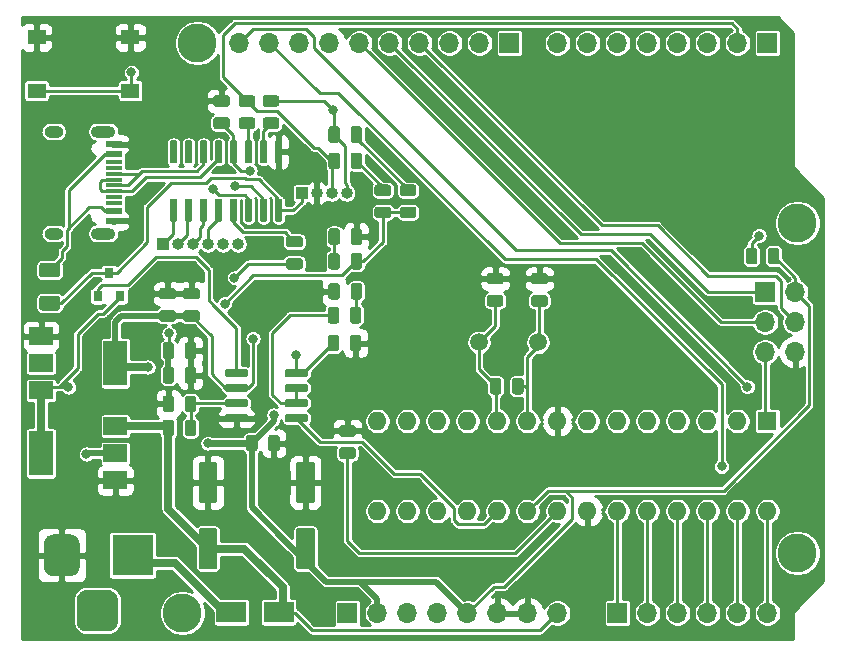
<source format=gbr>
G04 #@! TF.GenerationSoftware,KiCad,Pcbnew,(5.1.5)-3*
G04 #@! TF.CreationDate,2020-05-07T19:53:48+04:00*
G04 #@! TF.ProjectId,stormduino Rev2,73746f72-6d64-4756-996e-6f2052657632,rev?*
G04 #@! TF.SameCoordinates,Original*
G04 #@! TF.FileFunction,Copper,L1,Top*
G04 #@! TF.FilePolarity,Positive*
%FSLAX46Y46*%
G04 Gerber Fmt 4.6, Leading zero omitted, Abs format (unit mm)*
G04 Created by KiCad (PCBNEW (5.1.5)-3) date 2020-05-07 19:53:48*
%MOMM*%
%LPD*%
G04 APERTURE LIST*
%ADD10O,1.000000X1.000000*%
%ADD11R,1.000000X1.000000*%
%ADD12C,0.100000*%
%ADD13C,1.500000*%
%ADD14R,2.500000X1.800000*%
%ADD15R,1.450000X0.600000*%
%ADD16R,1.450000X0.300000*%
%ADD17O,2.100000X1.000000*%
%ADD18O,1.600000X1.000000*%
%ADD19O,1.700000X1.700000*%
%ADD20R,1.700000X1.700000*%
%ADD21R,1.600000X1.600000*%
%ADD22O,1.600000X1.600000*%
%ADD23R,0.800000X0.900000*%
%ADD24R,1.550000X1.300000*%
%ADD25R,3.500000X3.500000*%
%ADD26R,2.000000X3.800000*%
%ADD27R,2.000000X1.500000*%
%ADD28C,3.300000*%
%ADD29C,0.800000*%
%ADD30C,0.250000*%
%ADD31C,0.500000*%
%ADD32C,0.700000*%
%ADD33C,0.600000*%
%ADD34C,0.254000*%
G04 APERTURE END LIST*
D10*
X128402080Y-65026540D03*
X127132080Y-65026540D03*
X125862080Y-65026540D03*
X124592080Y-65026540D03*
X123322080Y-65026540D03*
D11*
X122052080Y-65026540D03*
D10*
X137604500Y-60706000D03*
X136334500Y-60706000D03*
X135064500Y-60706000D03*
D11*
X133794500Y-60706000D03*
G04 #@! TA.AperFunction,SMDPad,CuDef*
D12*
G36*
X134686504Y-89062204D02*
G01*
X134710773Y-89065804D01*
X134734571Y-89071765D01*
X134757671Y-89080030D01*
X134779849Y-89090520D01*
X134800893Y-89103133D01*
X134820598Y-89117747D01*
X134838777Y-89134223D01*
X134855253Y-89152402D01*
X134869867Y-89172107D01*
X134882480Y-89193151D01*
X134892970Y-89215329D01*
X134901235Y-89238429D01*
X134907196Y-89262227D01*
X134910796Y-89286496D01*
X134912000Y-89311000D01*
X134912000Y-92311000D01*
X134910796Y-92335504D01*
X134907196Y-92359773D01*
X134901235Y-92383571D01*
X134892970Y-92406671D01*
X134882480Y-92428849D01*
X134869867Y-92449893D01*
X134855253Y-92469598D01*
X134838777Y-92487777D01*
X134820598Y-92504253D01*
X134800893Y-92518867D01*
X134779849Y-92531480D01*
X134757671Y-92541970D01*
X134734571Y-92550235D01*
X134710773Y-92556196D01*
X134686504Y-92559796D01*
X134662000Y-92561000D01*
X133562000Y-92561000D01*
X133537496Y-92559796D01*
X133513227Y-92556196D01*
X133489429Y-92550235D01*
X133466329Y-92541970D01*
X133444151Y-92531480D01*
X133423107Y-92518867D01*
X133403402Y-92504253D01*
X133385223Y-92487777D01*
X133368747Y-92469598D01*
X133354133Y-92449893D01*
X133341520Y-92428849D01*
X133331030Y-92406671D01*
X133322765Y-92383571D01*
X133316804Y-92359773D01*
X133313204Y-92335504D01*
X133312000Y-92311000D01*
X133312000Y-89311000D01*
X133313204Y-89286496D01*
X133316804Y-89262227D01*
X133322765Y-89238429D01*
X133331030Y-89215329D01*
X133341520Y-89193151D01*
X133354133Y-89172107D01*
X133368747Y-89152402D01*
X133385223Y-89134223D01*
X133403402Y-89117747D01*
X133423107Y-89103133D01*
X133444151Y-89090520D01*
X133466329Y-89080030D01*
X133489429Y-89071765D01*
X133513227Y-89065804D01*
X133537496Y-89062204D01*
X133562000Y-89061000D01*
X134662000Y-89061000D01*
X134686504Y-89062204D01*
G37*
G04 #@! TD.AperFunction*
G04 #@! TA.AperFunction,SMDPad,CuDef*
G36*
X134686504Y-83462204D02*
G01*
X134710773Y-83465804D01*
X134734571Y-83471765D01*
X134757671Y-83480030D01*
X134779849Y-83490520D01*
X134800893Y-83503133D01*
X134820598Y-83517747D01*
X134838777Y-83534223D01*
X134855253Y-83552402D01*
X134869867Y-83572107D01*
X134882480Y-83593151D01*
X134892970Y-83615329D01*
X134901235Y-83638429D01*
X134907196Y-83662227D01*
X134910796Y-83686496D01*
X134912000Y-83711000D01*
X134912000Y-86711000D01*
X134910796Y-86735504D01*
X134907196Y-86759773D01*
X134901235Y-86783571D01*
X134892970Y-86806671D01*
X134882480Y-86828849D01*
X134869867Y-86849893D01*
X134855253Y-86869598D01*
X134838777Y-86887777D01*
X134820598Y-86904253D01*
X134800893Y-86918867D01*
X134779849Y-86931480D01*
X134757671Y-86941970D01*
X134734571Y-86950235D01*
X134710773Y-86956196D01*
X134686504Y-86959796D01*
X134662000Y-86961000D01*
X133562000Y-86961000D01*
X133537496Y-86959796D01*
X133513227Y-86956196D01*
X133489429Y-86950235D01*
X133466329Y-86941970D01*
X133444151Y-86931480D01*
X133423107Y-86918867D01*
X133403402Y-86904253D01*
X133385223Y-86887777D01*
X133368747Y-86869598D01*
X133354133Y-86849893D01*
X133341520Y-86828849D01*
X133331030Y-86806671D01*
X133322765Y-86783571D01*
X133316804Y-86759773D01*
X133313204Y-86735504D01*
X133312000Y-86711000D01*
X133312000Y-83711000D01*
X133313204Y-83686496D01*
X133316804Y-83662227D01*
X133322765Y-83638429D01*
X133331030Y-83615329D01*
X133341520Y-83593151D01*
X133354133Y-83572107D01*
X133368747Y-83552402D01*
X133385223Y-83534223D01*
X133403402Y-83517747D01*
X133423107Y-83503133D01*
X133444151Y-83490520D01*
X133466329Y-83480030D01*
X133489429Y-83471765D01*
X133513227Y-83465804D01*
X133537496Y-83462204D01*
X133562000Y-83461000D01*
X134662000Y-83461000D01*
X134686504Y-83462204D01*
G37*
G04 #@! TD.AperFunction*
G04 #@! TA.AperFunction,SMDPad,CuDef*
G36*
X126431504Y-83462204D02*
G01*
X126455773Y-83465804D01*
X126479571Y-83471765D01*
X126502671Y-83480030D01*
X126524849Y-83490520D01*
X126545893Y-83503133D01*
X126565598Y-83517747D01*
X126583777Y-83534223D01*
X126600253Y-83552402D01*
X126614867Y-83572107D01*
X126627480Y-83593151D01*
X126637970Y-83615329D01*
X126646235Y-83638429D01*
X126652196Y-83662227D01*
X126655796Y-83686496D01*
X126657000Y-83711000D01*
X126657000Y-86711000D01*
X126655796Y-86735504D01*
X126652196Y-86759773D01*
X126646235Y-86783571D01*
X126637970Y-86806671D01*
X126627480Y-86828849D01*
X126614867Y-86849893D01*
X126600253Y-86869598D01*
X126583777Y-86887777D01*
X126565598Y-86904253D01*
X126545893Y-86918867D01*
X126524849Y-86931480D01*
X126502671Y-86941970D01*
X126479571Y-86950235D01*
X126455773Y-86956196D01*
X126431504Y-86959796D01*
X126407000Y-86961000D01*
X125307000Y-86961000D01*
X125282496Y-86959796D01*
X125258227Y-86956196D01*
X125234429Y-86950235D01*
X125211329Y-86941970D01*
X125189151Y-86931480D01*
X125168107Y-86918867D01*
X125148402Y-86904253D01*
X125130223Y-86887777D01*
X125113747Y-86869598D01*
X125099133Y-86849893D01*
X125086520Y-86828849D01*
X125076030Y-86806671D01*
X125067765Y-86783571D01*
X125061804Y-86759773D01*
X125058204Y-86735504D01*
X125057000Y-86711000D01*
X125057000Y-83711000D01*
X125058204Y-83686496D01*
X125061804Y-83662227D01*
X125067765Y-83638429D01*
X125076030Y-83615329D01*
X125086520Y-83593151D01*
X125099133Y-83572107D01*
X125113747Y-83552402D01*
X125130223Y-83534223D01*
X125148402Y-83517747D01*
X125168107Y-83503133D01*
X125189151Y-83490520D01*
X125211329Y-83480030D01*
X125234429Y-83471765D01*
X125258227Y-83465804D01*
X125282496Y-83462204D01*
X125307000Y-83461000D01*
X126407000Y-83461000D01*
X126431504Y-83462204D01*
G37*
G04 #@! TD.AperFunction*
G04 #@! TA.AperFunction,SMDPad,CuDef*
G36*
X126431504Y-89062204D02*
G01*
X126455773Y-89065804D01*
X126479571Y-89071765D01*
X126502671Y-89080030D01*
X126524849Y-89090520D01*
X126545893Y-89103133D01*
X126565598Y-89117747D01*
X126583777Y-89134223D01*
X126600253Y-89152402D01*
X126614867Y-89172107D01*
X126627480Y-89193151D01*
X126637970Y-89215329D01*
X126646235Y-89238429D01*
X126652196Y-89262227D01*
X126655796Y-89286496D01*
X126657000Y-89311000D01*
X126657000Y-92311000D01*
X126655796Y-92335504D01*
X126652196Y-92359773D01*
X126646235Y-92383571D01*
X126637970Y-92406671D01*
X126627480Y-92428849D01*
X126614867Y-92449893D01*
X126600253Y-92469598D01*
X126583777Y-92487777D01*
X126565598Y-92504253D01*
X126545893Y-92518867D01*
X126524849Y-92531480D01*
X126502671Y-92541970D01*
X126479571Y-92550235D01*
X126455773Y-92556196D01*
X126431504Y-92559796D01*
X126407000Y-92561000D01*
X125307000Y-92561000D01*
X125282496Y-92559796D01*
X125258227Y-92556196D01*
X125234429Y-92550235D01*
X125211329Y-92541970D01*
X125189151Y-92531480D01*
X125168107Y-92518867D01*
X125148402Y-92504253D01*
X125130223Y-92487777D01*
X125113747Y-92469598D01*
X125099133Y-92449893D01*
X125086520Y-92428849D01*
X125076030Y-92406671D01*
X125067765Y-92383571D01*
X125061804Y-92359773D01*
X125058204Y-92335504D01*
X125057000Y-92311000D01*
X125057000Y-89311000D01*
X125058204Y-89286496D01*
X125061804Y-89262227D01*
X125067765Y-89238429D01*
X125076030Y-89215329D01*
X125086520Y-89193151D01*
X125099133Y-89172107D01*
X125113747Y-89152402D01*
X125130223Y-89134223D01*
X125148402Y-89117747D01*
X125168107Y-89103133D01*
X125189151Y-89090520D01*
X125211329Y-89080030D01*
X125234429Y-89071765D01*
X125258227Y-89065804D01*
X125282496Y-89062204D01*
X125307000Y-89061000D01*
X126407000Y-89061000D01*
X126431504Y-89062204D01*
G37*
G04 #@! TD.AperFunction*
D13*
X153797000Y-73342500D03*
X148797000Y-73342500D03*
D14*
X131844800Y-96189800D03*
X127844800Y-96189800D03*
G04 #@! TA.AperFunction,SMDPad,CuDef*
D12*
G36*
X113095304Y-66607004D02*
G01*
X113119573Y-66610604D01*
X113143371Y-66616565D01*
X113166471Y-66624830D01*
X113188649Y-66635320D01*
X113209693Y-66647933D01*
X113229398Y-66662547D01*
X113247577Y-66679023D01*
X113264053Y-66697202D01*
X113278667Y-66716907D01*
X113291280Y-66737951D01*
X113301770Y-66760129D01*
X113310035Y-66783229D01*
X113315996Y-66807027D01*
X113319596Y-66831296D01*
X113320800Y-66855800D01*
X113320800Y-67605800D01*
X113319596Y-67630304D01*
X113315996Y-67654573D01*
X113310035Y-67678371D01*
X113301770Y-67701471D01*
X113291280Y-67723649D01*
X113278667Y-67744693D01*
X113264053Y-67764398D01*
X113247577Y-67782577D01*
X113229398Y-67799053D01*
X113209693Y-67813667D01*
X113188649Y-67826280D01*
X113166471Y-67836770D01*
X113143371Y-67845035D01*
X113119573Y-67850996D01*
X113095304Y-67854596D01*
X113070800Y-67855800D01*
X111820800Y-67855800D01*
X111796296Y-67854596D01*
X111772027Y-67850996D01*
X111748229Y-67845035D01*
X111725129Y-67836770D01*
X111702951Y-67826280D01*
X111681907Y-67813667D01*
X111662202Y-67799053D01*
X111644023Y-67782577D01*
X111627547Y-67764398D01*
X111612933Y-67744693D01*
X111600320Y-67723649D01*
X111589830Y-67701471D01*
X111581565Y-67678371D01*
X111575604Y-67654573D01*
X111572004Y-67630304D01*
X111570800Y-67605800D01*
X111570800Y-66855800D01*
X111572004Y-66831296D01*
X111575604Y-66807027D01*
X111581565Y-66783229D01*
X111589830Y-66760129D01*
X111600320Y-66737951D01*
X111612933Y-66716907D01*
X111627547Y-66697202D01*
X111644023Y-66679023D01*
X111662202Y-66662547D01*
X111681907Y-66647933D01*
X111702951Y-66635320D01*
X111725129Y-66624830D01*
X111748229Y-66616565D01*
X111772027Y-66610604D01*
X111796296Y-66607004D01*
X111820800Y-66605800D01*
X113070800Y-66605800D01*
X113095304Y-66607004D01*
G37*
G04 #@! TD.AperFunction*
G04 #@! TA.AperFunction,SMDPad,CuDef*
G36*
X113095304Y-69407004D02*
G01*
X113119573Y-69410604D01*
X113143371Y-69416565D01*
X113166471Y-69424830D01*
X113188649Y-69435320D01*
X113209693Y-69447933D01*
X113229398Y-69462547D01*
X113247577Y-69479023D01*
X113264053Y-69497202D01*
X113278667Y-69516907D01*
X113291280Y-69537951D01*
X113301770Y-69560129D01*
X113310035Y-69583229D01*
X113315996Y-69607027D01*
X113319596Y-69631296D01*
X113320800Y-69655800D01*
X113320800Y-70405800D01*
X113319596Y-70430304D01*
X113315996Y-70454573D01*
X113310035Y-70478371D01*
X113301770Y-70501471D01*
X113291280Y-70523649D01*
X113278667Y-70544693D01*
X113264053Y-70564398D01*
X113247577Y-70582577D01*
X113229398Y-70599053D01*
X113209693Y-70613667D01*
X113188649Y-70626280D01*
X113166471Y-70636770D01*
X113143371Y-70645035D01*
X113119573Y-70650996D01*
X113095304Y-70654596D01*
X113070800Y-70655800D01*
X111820800Y-70655800D01*
X111796296Y-70654596D01*
X111772027Y-70650996D01*
X111748229Y-70645035D01*
X111725129Y-70636770D01*
X111702951Y-70626280D01*
X111681907Y-70613667D01*
X111662202Y-70599053D01*
X111644023Y-70582577D01*
X111627547Y-70564398D01*
X111612933Y-70544693D01*
X111600320Y-70523649D01*
X111589830Y-70501471D01*
X111581565Y-70478371D01*
X111575604Y-70454573D01*
X111572004Y-70430304D01*
X111570800Y-70405800D01*
X111570800Y-69655800D01*
X111572004Y-69631296D01*
X111575604Y-69607027D01*
X111581565Y-69583229D01*
X111589830Y-69560129D01*
X111600320Y-69537951D01*
X111612933Y-69516907D01*
X111627547Y-69497202D01*
X111644023Y-69479023D01*
X111662202Y-69462547D01*
X111681907Y-69447933D01*
X111702951Y-69435320D01*
X111725129Y-69424830D01*
X111748229Y-69416565D01*
X111772027Y-69410604D01*
X111796296Y-69407004D01*
X111820800Y-69405800D01*
X113070800Y-69405800D01*
X113095304Y-69407004D01*
G37*
G04 #@! TD.AperFunction*
G04 #@! TA.AperFunction,SMDPad,CuDef*
G36*
X150485542Y-76364774D02*
G01*
X150509203Y-76368284D01*
X150532407Y-76374096D01*
X150554929Y-76382154D01*
X150576553Y-76392382D01*
X150597070Y-76404679D01*
X150616283Y-76418929D01*
X150634007Y-76434993D01*
X150650071Y-76452717D01*
X150664321Y-76471930D01*
X150676618Y-76492447D01*
X150686846Y-76514071D01*
X150694904Y-76536593D01*
X150700716Y-76559797D01*
X150704226Y-76583458D01*
X150705400Y-76607350D01*
X150705400Y-77519850D01*
X150704226Y-77543742D01*
X150700716Y-77567403D01*
X150694904Y-77590607D01*
X150686846Y-77613129D01*
X150676618Y-77634753D01*
X150664321Y-77655270D01*
X150650071Y-77674483D01*
X150634007Y-77692207D01*
X150616283Y-77708271D01*
X150597070Y-77722521D01*
X150576553Y-77734818D01*
X150554929Y-77745046D01*
X150532407Y-77753104D01*
X150509203Y-77758916D01*
X150485542Y-77762426D01*
X150461650Y-77763600D01*
X149974150Y-77763600D01*
X149950258Y-77762426D01*
X149926597Y-77758916D01*
X149903393Y-77753104D01*
X149880871Y-77745046D01*
X149859247Y-77734818D01*
X149838730Y-77722521D01*
X149819517Y-77708271D01*
X149801793Y-77692207D01*
X149785729Y-77674483D01*
X149771479Y-77655270D01*
X149759182Y-77634753D01*
X149748954Y-77613129D01*
X149740896Y-77590607D01*
X149735084Y-77567403D01*
X149731574Y-77543742D01*
X149730400Y-77519850D01*
X149730400Y-76607350D01*
X149731574Y-76583458D01*
X149735084Y-76559797D01*
X149740896Y-76536593D01*
X149748954Y-76514071D01*
X149759182Y-76492447D01*
X149771479Y-76471930D01*
X149785729Y-76452717D01*
X149801793Y-76434993D01*
X149819517Y-76418929D01*
X149838730Y-76404679D01*
X149859247Y-76392382D01*
X149880871Y-76382154D01*
X149903393Y-76374096D01*
X149926597Y-76368284D01*
X149950258Y-76364774D01*
X149974150Y-76363600D01*
X150461650Y-76363600D01*
X150485542Y-76364774D01*
G37*
G04 #@! TD.AperFunction*
G04 #@! TA.AperFunction,SMDPad,CuDef*
G36*
X152360542Y-76364774D02*
G01*
X152384203Y-76368284D01*
X152407407Y-76374096D01*
X152429929Y-76382154D01*
X152451553Y-76392382D01*
X152472070Y-76404679D01*
X152491283Y-76418929D01*
X152509007Y-76434993D01*
X152525071Y-76452717D01*
X152539321Y-76471930D01*
X152551618Y-76492447D01*
X152561846Y-76514071D01*
X152569904Y-76536593D01*
X152575716Y-76559797D01*
X152579226Y-76583458D01*
X152580400Y-76607350D01*
X152580400Y-77519850D01*
X152579226Y-77543742D01*
X152575716Y-77567403D01*
X152569904Y-77590607D01*
X152561846Y-77613129D01*
X152551618Y-77634753D01*
X152539321Y-77655270D01*
X152525071Y-77674483D01*
X152509007Y-77692207D01*
X152491283Y-77708271D01*
X152472070Y-77722521D01*
X152451553Y-77734818D01*
X152429929Y-77745046D01*
X152407407Y-77753104D01*
X152384203Y-77758916D01*
X152360542Y-77762426D01*
X152336650Y-77763600D01*
X151849150Y-77763600D01*
X151825258Y-77762426D01*
X151801597Y-77758916D01*
X151778393Y-77753104D01*
X151755871Y-77745046D01*
X151734247Y-77734818D01*
X151713730Y-77722521D01*
X151694517Y-77708271D01*
X151676793Y-77692207D01*
X151660729Y-77674483D01*
X151646479Y-77655270D01*
X151634182Y-77634753D01*
X151623954Y-77613129D01*
X151615896Y-77590607D01*
X151610084Y-77567403D01*
X151606574Y-77543742D01*
X151605400Y-77519850D01*
X151605400Y-76607350D01*
X151606574Y-76583458D01*
X151610084Y-76559797D01*
X151615896Y-76536593D01*
X151623954Y-76514071D01*
X151634182Y-76492447D01*
X151646479Y-76471930D01*
X151660729Y-76452717D01*
X151676793Y-76434993D01*
X151694517Y-76418929D01*
X151713730Y-76404679D01*
X151734247Y-76392382D01*
X151755871Y-76382154D01*
X151778393Y-76374096D01*
X151801597Y-76368284D01*
X151825258Y-76364774D01*
X151849150Y-76363600D01*
X152336650Y-76363600D01*
X152360542Y-76364774D01*
G37*
G04 #@! TD.AperFunction*
G04 #@! TA.AperFunction,SMDPad,CuDef*
G36*
X174026742Y-65341174D02*
G01*
X174050403Y-65344684D01*
X174073607Y-65350496D01*
X174096129Y-65358554D01*
X174117753Y-65368782D01*
X174138270Y-65381079D01*
X174157483Y-65395329D01*
X174175207Y-65411393D01*
X174191271Y-65429117D01*
X174205521Y-65448330D01*
X174217818Y-65468847D01*
X174228046Y-65490471D01*
X174236104Y-65512993D01*
X174241916Y-65536197D01*
X174245426Y-65559858D01*
X174246600Y-65583750D01*
X174246600Y-66496250D01*
X174245426Y-66520142D01*
X174241916Y-66543803D01*
X174236104Y-66567007D01*
X174228046Y-66589529D01*
X174217818Y-66611153D01*
X174205521Y-66631670D01*
X174191271Y-66650883D01*
X174175207Y-66668607D01*
X174157483Y-66684671D01*
X174138270Y-66698921D01*
X174117753Y-66711218D01*
X174096129Y-66721446D01*
X174073607Y-66729504D01*
X174050403Y-66735316D01*
X174026742Y-66738826D01*
X174002850Y-66740000D01*
X173515350Y-66740000D01*
X173491458Y-66738826D01*
X173467797Y-66735316D01*
X173444593Y-66729504D01*
X173422071Y-66721446D01*
X173400447Y-66711218D01*
X173379930Y-66698921D01*
X173360717Y-66684671D01*
X173342993Y-66668607D01*
X173326929Y-66650883D01*
X173312679Y-66631670D01*
X173300382Y-66611153D01*
X173290154Y-66589529D01*
X173282096Y-66567007D01*
X173276284Y-66543803D01*
X173272774Y-66520142D01*
X173271600Y-66496250D01*
X173271600Y-65583750D01*
X173272774Y-65559858D01*
X173276284Y-65536197D01*
X173282096Y-65512993D01*
X173290154Y-65490471D01*
X173300382Y-65468847D01*
X173312679Y-65448330D01*
X173326929Y-65429117D01*
X173342993Y-65411393D01*
X173360717Y-65395329D01*
X173379930Y-65381079D01*
X173400447Y-65368782D01*
X173422071Y-65358554D01*
X173444593Y-65350496D01*
X173467797Y-65344684D01*
X173491458Y-65341174D01*
X173515350Y-65340000D01*
X174002850Y-65340000D01*
X174026742Y-65341174D01*
G37*
G04 #@! TD.AperFunction*
G04 #@! TA.AperFunction,SMDPad,CuDef*
G36*
X172151742Y-65341174D02*
G01*
X172175403Y-65344684D01*
X172198607Y-65350496D01*
X172221129Y-65358554D01*
X172242753Y-65368782D01*
X172263270Y-65381079D01*
X172282483Y-65395329D01*
X172300207Y-65411393D01*
X172316271Y-65429117D01*
X172330521Y-65448330D01*
X172342818Y-65468847D01*
X172353046Y-65490471D01*
X172361104Y-65512993D01*
X172366916Y-65536197D01*
X172370426Y-65559858D01*
X172371600Y-65583750D01*
X172371600Y-66496250D01*
X172370426Y-66520142D01*
X172366916Y-66543803D01*
X172361104Y-66567007D01*
X172353046Y-66589529D01*
X172342818Y-66611153D01*
X172330521Y-66631670D01*
X172316271Y-66650883D01*
X172300207Y-66668607D01*
X172282483Y-66684671D01*
X172263270Y-66698921D01*
X172242753Y-66711218D01*
X172221129Y-66721446D01*
X172198607Y-66729504D01*
X172175403Y-66735316D01*
X172151742Y-66738826D01*
X172127850Y-66740000D01*
X171640350Y-66740000D01*
X171616458Y-66738826D01*
X171592797Y-66735316D01*
X171569593Y-66729504D01*
X171547071Y-66721446D01*
X171525447Y-66711218D01*
X171504930Y-66698921D01*
X171485717Y-66684671D01*
X171467993Y-66668607D01*
X171451929Y-66650883D01*
X171437679Y-66631670D01*
X171425382Y-66611153D01*
X171415154Y-66589529D01*
X171407096Y-66567007D01*
X171401284Y-66543803D01*
X171397774Y-66520142D01*
X171396600Y-66496250D01*
X171396600Y-65583750D01*
X171397774Y-65559858D01*
X171401284Y-65536197D01*
X171407096Y-65512993D01*
X171415154Y-65490471D01*
X171425382Y-65468847D01*
X171437679Y-65448330D01*
X171451929Y-65429117D01*
X171467993Y-65411393D01*
X171485717Y-65395329D01*
X171504930Y-65381079D01*
X171525447Y-65368782D01*
X171547071Y-65358554D01*
X171569593Y-65350496D01*
X171592797Y-65344684D01*
X171616458Y-65341174D01*
X171640350Y-65340000D01*
X172127850Y-65340000D01*
X172151742Y-65341174D01*
G37*
G04 #@! TD.AperFunction*
G04 #@! TA.AperFunction,SMDPad,CuDef*
G36*
X138682642Y-65785674D02*
G01*
X138706303Y-65789184D01*
X138729507Y-65794996D01*
X138752029Y-65803054D01*
X138773653Y-65813282D01*
X138794170Y-65825579D01*
X138813383Y-65839829D01*
X138831107Y-65855893D01*
X138847171Y-65873617D01*
X138861421Y-65892830D01*
X138873718Y-65913347D01*
X138883946Y-65934971D01*
X138892004Y-65957493D01*
X138897816Y-65980697D01*
X138901326Y-66004358D01*
X138902500Y-66028250D01*
X138902500Y-66940750D01*
X138901326Y-66964642D01*
X138897816Y-66988303D01*
X138892004Y-67011507D01*
X138883946Y-67034029D01*
X138873718Y-67055653D01*
X138861421Y-67076170D01*
X138847171Y-67095383D01*
X138831107Y-67113107D01*
X138813383Y-67129171D01*
X138794170Y-67143421D01*
X138773653Y-67155718D01*
X138752029Y-67165946D01*
X138729507Y-67174004D01*
X138706303Y-67179816D01*
X138682642Y-67183326D01*
X138658750Y-67184500D01*
X138171250Y-67184500D01*
X138147358Y-67183326D01*
X138123697Y-67179816D01*
X138100493Y-67174004D01*
X138077971Y-67165946D01*
X138056347Y-67155718D01*
X138035830Y-67143421D01*
X138016617Y-67129171D01*
X137998893Y-67113107D01*
X137982829Y-67095383D01*
X137968579Y-67076170D01*
X137956282Y-67055653D01*
X137946054Y-67034029D01*
X137937996Y-67011507D01*
X137932184Y-66988303D01*
X137928674Y-66964642D01*
X137927500Y-66940750D01*
X137927500Y-66028250D01*
X137928674Y-66004358D01*
X137932184Y-65980697D01*
X137937996Y-65957493D01*
X137946054Y-65934971D01*
X137956282Y-65913347D01*
X137968579Y-65892830D01*
X137982829Y-65873617D01*
X137998893Y-65855893D01*
X138016617Y-65839829D01*
X138035830Y-65825579D01*
X138056347Y-65813282D01*
X138077971Y-65803054D01*
X138100493Y-65794996D01*
X138123697Y-65789184D01*
X138147358Y-65785674D01*
X138171250Y-65784500D01*
X138658750Y-65784500D01*
X138682642Y-65785674D01*
G37*
G04 #@! TD.AperFunction*
G04 #@! TA.AperFunction,SMDPad,CuDef*
G36*
X136807642Y-65785674D02*
G01*
X136831303Y-65789184D01*
X136854507Y-65794996D01*
X136877029Y-65803054D01*
X136898653Y-65813282D01*
X136919170Y-65825579D01*
X136938383Y-65839829D01*
X136956107Y-65855893D01*
X136972171Y-65873617D01*
X136986421Y-65892830D01*
X136998718Y-65913347D01*
X137008946Y-65934971D01*
X137017004Y-65957493D01*
X137022816Y-65980697D01*
X137026326Y-66004358D01*
X137027500Y-66028250D01*
X137027500Y-66940750D01*
X137026326Y-66964642D01*
X137022816Y-66988303D01*
X137017004Y-67011507D01*
X137008946Y-67034029D01*
X136998718Y-67055653D01*
X136986421Y-67076170D01*
X136972171Y-67095383D01*
X136956107Y-67113107D01*
X136938383Y-67129171D01*
X136919170Y-67143421D01*
X136898653Y-67155718D01*
X136877029Y-67165946D01*
X136854507Y-67174004D01*
X136831303Y-67179816D01*
X136807642Y-67183326D01*
X136783750Y-67184500D01*
X136296250Y-67184500D01*
X136272358Y-67183326D01*
X136248697Y-67179816D01*
X136225493Y-67174004D01*
X136202971Y-67165946D01*
X136181347Y-67155718D01*
X136160830Y-67143421D01*
X136141617Y-67129171D01*
X136123893Y-67113107D01*
X136107829Y-67095383D01*
X136093579Y-67076170D01*
X136081282Y-67055653D01*
X136071054Y-67034029D01*
X136062996Y-67011507D01*
X136057184Y-66988303D01*
X136053674Y-66964642D01*
X136052500Y-66940750D01*
X136052500Y-66028250D01*
X136053674Y-66004358D01*
X136057184Y-65980697D01*
X136062996Y-65957493D01*
X136071054Y-65934971D01*
X136081282Y-65913347D01*
X136093579Y-65892830D01*
X136107829Y-65873617D01*
X136123893Y-65855893D01*
X136141617Y-65839829D01*
X136160830Y-65825579D01*
X136181347Y-65813282D01*
X136202971Y-65803054D01*
X136225493Y-65794996D01*
X136248697Y-65789184D01*
X136272358Y-65785674D01*
X136296250Y-65784500D01*
X136783750Y-65784500D01*
X136807642Y-65785674D01*
G37*
G04 #@! TD.AperFunction*
D15*
X117900500Y-63067000D03*
X117900500Y-62267000D03*
X117900500Y-57367000D03*
X117900500Y-56567000D03*
X117900500Y-56567000D03*
X117900500Y-57367000D03*
X117900500Y-62267000D03*
X117900500Y-63067000D03*
D16*
X117900500Y-58067000D03*
X117900500Y-58567000D03*
X117900500Y-59067000D03*
X117900500Y-60067000D03*
X117900500Y-60567000D03*
X117900500Y-61067000D03*
X117900500Y-61567000D03*
X117900500Y-59567000D03*
D17*
X116985500Y-64137000D03*
X116985500Y-55497000D03*
D18*
X112805500Y-55497000D03*
X112805500Y-64137000D03*
D19*
X175577500Y-74168000D03*
X173037500Y-74168000D03*
X175577500Y-71628000D03*
X173037500Y-71628000D03*
X175577500Y-69088000D03*
D20*
X173037500Y-69088000D03*
D21*
X173228000Y-80010000D03*
D22*
X140208000Y-87630000D03*
X170688000Y-80010000D03*
X142748000Y-87630000D03*
X168148000Y-80010000D03*
X145288000Y-87630000D03*
X165608000Y-80010000D03*
X147828000Y-87630000D03*
X163068000Y-80010000D03*
X150368000Y-87630000D03*
X160528000Y-80010000D03*
X152908000Y-87630000D03*
X157988000Y-80010000D03*
X155448000Y-87630000D03*
X155448000Y-80010000D03*
X157988000Y-87630000D03*
X152908000Y-80010000D03*
X160528000Y-87630000D03*
X150368000Y-80010000D03*
X163068000Y-87630000D03*
X147828000Y-80010000D03*
X165608000Y-87630000D03*
X145288000Y-80010000D03*
X168148000Y-87630000D03*
X142748000Y-80010000D03*
X170688000Y-87630000D03*
X140208000Y-80010000D03*
X173228000Y-87630000D03*
G04 #@! TA.AperFunction,SMDPad,CuDef*
D12*
G36*
X150657642Y-69348674D02*
G01*
X150681303Y-69352184D01*
X150704507Y-69357996D01*
X150727029Y-69366054D01*
X150748653Y-69376282D01*
X150769170Y-69388579D01*
X150788383Y-69402829D01*
X150806107Y-69418893D01*
X150822171Y-69436617D01*
X150836421Y-69455830D01*
X150848718Y-69476347D01*
X150858946Y-69497971D01*
X150867004Y-69520493D01*
X150872816Y-69543697D01*
X150876326Y-69567358D01*
X150877500Y-69591250D01*
X150877500Y-70078750D01*
X150876326Y-70102642D01*
X150872816Y-70126303D01*
X150867004Y-70149507D01*
X150858946Y-70172029D01*
X150848718Y-70193653D01*
X150836421Y-70214170D01*
X150822171Y-70233383D01*
X150806107Y-70251107D01*
X150788383Y-70267171D01*
X150769170Y-70281421D01*
X150748653Y-70293718D01*
X150727029Y-70303946D01*
X150704507Y-70312004D01*
X150681303Y-70317816D01*
X150657642Y-70321326D01*
X150633750Y-70322500D01*
X149721250Y-70322500D01*
X149697358Y-70321326D01*
X149673697Y-70317816D01*
X149650493Y-70312004D01*
X149627971Y-70303946D01*
X149606347Y-70293718D01*
X149585830Y-70281421D01*
X149566617Y-70267171D01*
X149548893Y-70251107D01*
X149532829Y-70233383D01*
X149518579Y-70214170D01*
X149506282Y-70193653D01*
X149496054Y-70172029D01*
X149487996Y-70149507D01*
X149482184Y-70126303D01*
X149478674Y-70102642D01*
X149477500Y-70078750D01*
X149477500Y-69591250D01*
X149478674Y-69567358D01*
X149482184Y-69543697D01*
X149487996Y-69520493D01*
X149496054Y-69497971D01*
X149506282Y-69476347D01*
X149518579Y-69455830D01*
X149532829Y-69436617D01*
X149548893Y-69418893D01*
X149566617Y-69402829D01*
X149585830Y-69388579D01*
X149606347Y-69376282D01*
X149627971Y-69366054D01*
X149650493Y-69357996D01*
X149673697Y-69352184D01*
X149697358Y-69348674D01*
X149721250Y-69347500D01*
X150633750Y-69347500D01*
X150657642Y-69348674D01*
G37*
G04 #@! TD.AperFunction*
G04 #@! TA.AperFunction,SMDPad,CuDef*
G36*
X150657642Y-67473674D02*
G01*
X150681303Y-67477184D01*
X150704507Y-67482996D01*
X150727029Y-67491054D01*
X150748653Y-67501282D01*
X150769170Y-67513579D01*
X150788383Y-67527829D01*
X150806107Y-67543893D01*
X150822171Y-67561617D01*
X150836421Y-67580830D01*
X150848718Y-67601347D01*
X150858946Y-67622971D01*
X150867004Y-67645493D01*
X150872816Y-67668697D01*
X150876326Y-67692358D01*
X150877500Y-67716250D01*
X150877500Y-68203750D01*
X150876326Y-68227642D01*
X150872816Y-68251303D01*
X150867004Y-68274507D01*
X150858946Y-68297029D01*
X150848718Y-68318653D01*
X150836421Y-68339170D01*
X150822171Y-68358383D01*
X150806107Y-68376107D01*
X150788383Y-68392171D01*
X150769170Y-68406421D01*
X150748653Y-68418718D01*
X150727029Y-68428946D01*
X150704507Y-68437004D01*
X150681303Y-68442816D01*
X150657642Y-68446326D01*
X150633750Y-68447500D01*
X149721250Y-68447500D01*
X149697358Y-68446326D01*
X149673697Y-68442816D01*
X149650493Y-68437004D01*
X149627971Y-68428946D01*
X149606347Y-68418718D01*
X149585830Y-68406421D01*
X149566617Y-68392171D01*
X149548893Y-68376107D01*
X149532829Y-68358383D01*
X149518579Y-68339170D01*
X149506282Y-68318653D01*
X149496054Y-68297029D01*
X149487996Y-68274507D01*
X149482184Y-68251303D01*
X149478674Y-68227642D01*
X149477500Y-68203750D01*
X149477500Y-67716250D01*
X149478674Y-67692358D01*
X149482184Y-67668697D01*
X149487996Y-67645493D01*
X149496054Y-67622971D01*
X149506282Y-67601347D01*
X149518579Y-67580830D01*
X149532829Y-67561617D01*
X149548893Y-67543893D01*
X149566617Y-67527829D01*
X149585830Y-67513579D01*
X149606347Y-67501282D01*
X149627971Y-67491054D01*
X149650493Y-67482996D01*
X149673697Y-67477184D01*
X149697358Y-67473674D01*
X149721250Y-67472500D01*
X150633750Y-67472500D01*
X150657642Y-67473674D01*
G37*
G04 #@! TD.AperFunction*
G04 #@! TA.AperFunction,SMDPad,CuDef*
G36*
X154404142Y-69348674D02*
G01*
X154427803Y-69352184D01*
X154451007Y-69357996D01*
X154473529Y-69366054D01*
X154495153Y-69376282D01*
X154515670Y-69388579D01*
X154534883Y-69402829D01*
X154552607Y-69418893D01*
X154568671Y-69436617D01*
X154582921Y-69455830D01*
X154595218Y-69476347D01*
X154605446Y-69497971D01*
X154613504Y-69520493D01*
X154619316Y-69543697D01*
X154622826Y-69567358D01*
X154624000Y-69591250D01*
X154624000Y-70078750D01*
X154622826Y-70102642D01*
X154619316Y-70126303D01*
X154613504Y-70149507D01*
X154605446Y-70172029D01*
X154595218Y-70193653D01*
X154582921Y-70214170D01*
X154568671Y-70233383D01*
X154552607Y-70251107D01*
X154534883Y-70267171D01*
X154515670Y-70281421D01*
X154495153Y-70293718D01*
X154473529Y-70303946D01*
X154451007Y-70312004D01*
X154427803Y-70317816D01*
X154404142Y-70321326D01*
X154380250Y-70322500D01*
X153467750Y-70322500D01*
X153443858Y-70321326D01*
X153420197Y-70317816D01*
X153396993Y-70312004D01*
X153374471Y-70303946D01*
X153352847Y-70293718D01*
X153332330Y-70281421D01*
X153313117Y-70267171D01*
X153295393Y-70251107D01*
X153279329Y-70233383D01*
X153265079Y-70214170D01*
X153252782Y-70193653D01*
X153242554Y-70172029D01*
X153234496Y-70149507D01*
X153228684Y-70126303D01*
X153225174Y-70102642D01*
X153224000Y-70078750D01*
X153224000Y-69591250D01*
X153225174Y-69567358D01*
X153228684Y-69543697D01*
X153234496Y-69520493D01*
X153242554Y-69497971D01*
X153252782Y-69476347D01*
X153265079Y-69455830D01*
X153279329Y-69436617D01*
X153295393Y-69418893D01*
X153313117Y-69402829D01*
X153332330Y-69388579D01*
X153352847Y-69376282D01*
X153374471Y-69366054D01*
X153396993Y-69357996D01*
X153420197Y-69352184D01*
X153443858Y-69348674D01*
X153467750Y-69347500D01*
X154380250Y-69347500D01*
X154404142Y-69348674D01*
G37*
G04 #@! TD.AperFunction*
G04 #@! TA.AperFunction,SMDPad,CuDef*
G36*
X154404142Y-67473674D02*
G01*
X154427803Y-67477184D01*
X154451007Y-67482996D01*
X154473529Y-67491054D01*
X154495153Y-67501282D01*
X154515670Y-67513579D01*
X154534883Y-67527829D01*
X154552607Y-67543893D01*
X154568671Y-67561617D01*
X154582921Y-67580830D01*
X154595218Y-67601347D01*
X154605446Y-67622971D01*
X154613504Y-67645493D01*
X154619316Y-67668697D01*
X154622826Y-67692358D01*
X154624000Y-67716250D01*
X154624000Y-68203750D01*
X154622826Y-68227642D01*
X154619316Y-68251303D01*
X154613504Y-68274507D01*
X154605446Y-68297029D01*
X154595218Y-68318653D01*
X154582921Y-68339170D01*
X154568671Y-68358383D01*
X154552607Y-68376107D01*
X154534883Y-68392171D01*
X154515670Y-68406421D01*
X154495153Y-68418718D01*
X154473529Y-68428946D01*
X154451007Y-68437004D01*
X154427803Y-68442816D01*
X154404142Y-68446326D01*
X154380250Y-68447500D01*
X153467750Y-68447500D01*
X153443858Y-68446326D01*
X153420197Y-68442816D01*
X153396993Y-68437004D01*
X153374471Y-68428946D01*
X153352847Y-68418718D01*
X153332330Y-68406421D01*
X153313117Y-68392171D01*
X153295393Y-68376107D01*
X153279329Y-68358383D01*
X153265079Y-68339170D01*
X153252782Y-68318653D01*
X153242554Y-68297029D01*
X153234496Y-68274507D01*
X153228684Y-68251303D01*
X153225174Y-68227642D01*
X153224000Y-68203750D01*
X153224000Y-67716250D01*
X153225174Y-67692358D01*
X153228684Y-67668697D01*
X153234496Y-67645493D01*
X153242554Y-67622971D01*
X153252782Y-67601347D01*
X153265079Y-67580830D01*
X153279329Y-67561617D01*
X153295393Y-67543893D01*
X153313117Y-67527829D01*
X153332330Y-67513579D01*
X153352847Y-67501282D01*
X153374471Y-67491054D01*
X153396993Y-67482996D01*
X153420197Y-67477184D01*
X153443858Y-67473674D01*
X153467750Y-67472500D01*
X154380250Y-67472500D01*
X154404142Y-67473674D01*
G37*
G04 #@! TD.AperFunction*
G04 #@! TA.AperFunction,SMDPad,CuDef*
G36*
X138682642Y-63690174D02*
G01*
X138706303Y-63693684D01*
X138729507Y-63699496D01*
X138752029Y-63707554D01*
X138773653Y-63717782D01*
X138794170Y-63730079D01*
X138813383Y-63744329D01*
X138831107Y-63760393D01*
X138847171Y-63778117D01*
X138861421Y-63797330D01*
X138873718Y-63817847D01*
X138883946Y-63839471D01*
X138892004Y-63861993D01*
X138897816Y-63885197D01*
X138901326Y-63908858D01*
X138902500Y-63932750D01*
X138902500Y-64845250D01*
X138901326Y-64869142D01*
X138897816Y-64892803D01*
X138892004Y-64916007D01*
X138883946Y-64938529D01*
X138873718Y-64960153D01*
X138861421Y-64980670D01*
X138847171Y-64999883D01*
X138831107Y-65017607D01*
X138813383Y-65033671D01*
X138794170Y-65047921D01*
X138773653Y-65060218D01*
X138752029Y-65070446D01*
X138729507Y-65078504D01*
X138706303Y-65084316D01*
X138682642Y-65087826D01*
X138658750Y-65089000D01*
X138171250Y-65089000D01*
X138147358Y-65087826D01*
X138123697Y-65084316D01*
X138100493Y-65078504D01*
X138077971Y-65070446D01*
X138056347Y-65060218D01*
X138035830Y-65047921D01*
X138016617Y-65033671D01*
X137998893Y-65017607D01*
X137982829Y-64999883D01*
X137968579Y-64980670D01*
X137956282Y-64960153D01*
X137946054Y-64938529D01*
X137937996Y-64916007D01*
X137932184Y-64892803D01*
X137928674Y-64869142D01*
X137927500Y-64845250D01*
X137927500Y-63932750D01*
X137928674Y-63908858D01*
X137932184Y-63885197D01*
X137937996Y-63861993D01*
X137946054Y-63839471D01*
X137956282Y-63817847D01*
X137968579Y-63797330D01*
X137982829Y-63778117D01*
X137998893Y-63760393D01*
X138016617Y-63744329D01*
X138035830Y-63730079D01*
X138056347Y-63717782D01*
X138077971Y-63707554D01*
X138100493Y-63699496D01*
X138123697Y-63693684D01*
X138147358Y-63690174D01*
X138171250Y-63689000D01*
X138658750Y-63689000D01*
X138682642Y-63690174D01*
G37*
G04 #@! TD.AperFunction*
G04 #@! TA.AperFunction,SMDPad,CuDef*
G36*
X136807642Y-63690174D02*
G01*
X136831303Y-63693684D01*
X136854507Y-63699496D01*
X136877029Y-63707554D01*
X136898653Y-63717782D01*
X136919170Y-63730079D01*
X136938383Y-63744329D01*
X136956107Y-63760393D01*
X136972171Y-63778117D01*
X136986421Y-63797330D01*
X136998718Y-63817847D01*
X137008946Y-63839471D01*
X137017004Y-63861993D01*
X137022816Y-63885197D01*
X137026326Y-63908858D01*
X137027500Y-63932750D01*
X137027500Y-64845250D01*
X137026326Y-64869142D01*
X137022816Y-64892803D01*
X137017004Y-64916007D01*
X137008946Y-64938529D01*
X136998718Y-64960153D01*
X136986421Y-64980670D01*
X136972171Y-64999883D01*
X136956107Y-65017607D01*
X136938383Y-65033671D01*
X136919170Y-65047921D01*
X136898653Y-65060218D01*
X136877029Y-65070446D01*
X136854507Y-65078504D01*
X136831303Y-65084316D01*
X136807642Y-65087826D01*
X136783750Y-65089000D01*
X136296250Y-65089000D01*
X136272358Y-65087826D01*
X136248697Y-65084316D01*
X136225493Y-65078504D01*
X136202971Y-65070446D01*
X136181347Y-65060218D01*
X136160830Y-65047921D01*
X136141617Y-65033671D01*
X136123893Y-65017607D01*
X136107829Y-64999883D01*
X136093579Y-64980670D01*
X136081282Y-64960153D01*
X136071054Y-64938529D01*
X136062996Y-64916007D01*
X136057184Y-64892803D01*
X136053674Y-64869142D01*
X136052500Y-64845250D01*
X136052500Y-63932750D01*
X136053674Y-63908858D01*
X136057184Y-63885197D01*
X136062996Y-63861993D01*
X136071054Y-63839471D01*
X136081282Y-63817847D01*
X136093579Y-63797330D01*
X136107829Y-63778117D01*
X136123893Y-63760393D01*
X136141617Y-63744329D01*
X136160830Y-63730079D01*
X136181347Y-63717782D01*
X136202971Y-63707554D01*
X136225493Y-63699496D01*
X136248697Y-63693684D01*
X136272358Y-63690174D01*
X136296250Y-63689000D01*
X136783750Y-63689000D01*
X136807642Y-63690174D01*
G37*
G04 #@! TD.AperFunction*
G04 #@! TA.AperFunction,SMDPad,CuDef*
G36*
X136807642Y-68325674D02*
G01*
X136831303Y-68329184D01*
X136854507Y-68334996D01*
X136877029Y-68343054D01*
X136898653Y-68353282D01*
X136919170Y-68365579D01*
X136938383Y-68379829D01*
X136956107Y-68395893D01*
X136972171Y-68413617D01*
X136986421Y-68432830D01*
X136998718Y-68453347D01*
X137008946Y-68474971D01*
X137017004Y-68497493D01*
X137022816Y-68520697D01*
X137026326Y-68544358D01*
X137027500Y-68568250D01*
X137027500Y-69480750D01*
X137026326Y-69504642D01*
X137022816Y-69528303D01*
X137017004Y-69551507D01*
X137008946Y-69574029D01*
X136998718Y-69595653D01*
X136986421Y-69616170D01*
X136972171Y-69635383D01*
X136956107Y-69653107D01*
X136938383Y-69669171D01*
X136919170Y-69683421D01*
X136898653Y-69695718D01*
X136877029Y-69705946D01*
X136854507Y-69714004D01*
X136831303Y-69719816D01*
X136807642Y-69723326D01*
X136783750Y-69724500D01*
X136296250Y-69724500D01*
X136272358Y-69723326D01*
X136248697Y-69719816D01*
X136225493Y-69714004D01*
X136202971Y-69705946D01*
X136181347Y-69695718D01*
X136160830Y-69683421D01*
X136141617Y-69669171D01*
X136123893Y-69653107D01*
X136107829Y-69635383D01*
X136093579Y-69616170D01*
X136081282Y-69595653D01*
X136071054Y-69574029D01*
X136062996Y-69551507D01*
X136057184Y-69528303D01*
X136053674Y-69504642D01*
X136052500Y-69480750D01*
X136052500Y-68568250D01*
X136053674Y-68544358D01*
X136057184Y-68520697D01*
X136062996Y-68497493D01*
X136071054Y-68474971D01*
X136081282Y-68453347D01*
X136093579Y-68432830D01*
X136107829Y-68413617D01*
X136123893Y-68395893D01*
X136141617Y-68379829D01*
X136160830Y-68365579D01*
X136181347Y-68353282D01*
X136202971Y-68343054D01*
X136225493Y-68334996D01*
X136248697Y-68329184D01*
X136272358Y-68325674D01*
X136296250Y-68324500D01*
X136783750Y-68324500D01*
X136807642Y-68325674D01*
G37*
G04 #@! TD.AperFunction*
G04 #@! TA.AperFunction,SMDPad,CuDef*
G36*
X138682642Y-68325674D02*
G01*
X138706303Y-68329184D01*
X138729507Y-68334996D01*
X138752029Y-68343054D01*
X138773653Y-68353282D01*
X138794170Y-68365579D01*
X138813383Y-68379829D01*
X138831107Y-68395893D01*
X138847171Y-68413617D01*
X138861421Y-68432830D01*
X138873718Y-68453347D01*
X138883946Y-68474971D01*
X138892004Y-68497493D01*
X138897816Y-68520697D01*
X138901326Y-68544358D01*
X138902500Y-68568250D01*
X138902500Y-69480750D01*
X138901326Y-69504642D01*
X138897816Y-69528303D01*
X138892004Y-69551507D01*
X138883946Y-69574029D01*
X138873718Y-69595653D01*
X138861421Y-69616170D01*
X138847171Y-69635383D01*
X138831107Y-69653107D01*
X138813383Y-69669171D01*
X138794170Y-69683421D01*
X138773653Y-69695718D01*
X138752029Y-69705946D01*
X138729507Y-69714004D01*
X138706303Y-69719816D01*
X138682642Y-69723326D01*
X138658750Y-69724500D01*
X138171250Y-69724500D01*
X138147358Y-69723326D01*
X138123697Y-69719816D01*
X138100493Y-69714004D01*
X138077971Y-69705946D01*
X138056347Y-69695718D01*
X138035830Y-69683421D01*
X138016617Y-69669171D01*
X137998893Y-69653107D01*
X137982829Y-69635383D01*
X137968579Y-69616170D01*
X137956282Y-69595653D01*
X137946054Y-69574029D01*
X137937996Y-69551507D01*
X137932184Y-69528303D01*
X137928674Y-69504642D01*
X137927500Y-69480750D01*
X137927500Y-68568250D01*
X137928674Y-68544358D01*
X137932184Y-68520697D01*
X137937996Y-68497493D01*
X137946054Y-68474971D01*
X137956282Y-68453347D01*
X137968579Y-68432830D01*
X137982829Y-68413617D01*
X137998893Y-68395893D01*
X138016617Y-68379829D01*
X138035830Y-68365579D01*
X138056347Y-68353282D01*
X138077971Y-68343054D01*
X138100493Y-68334996D01*
X138123697Y-68329184D01*
X138147358Y-68325674D01*
X138171250Y-68324500D01*
X138658750Y-68324500D01*
X138682642Y-68325674D01*
G37*
G04 #@! TD.AperFunction*
G04 #@! TA.AperFunction,SMDPad,CuDef*
G36*
X136807642Y-57276674D02*
G01*
X136831303Y-57280184D01*
X136854507Y-57285996D01*
X136877029Y-57294054D01*
X136898653Y-57304282D01*
X136919170Y-57316579D01*
X136938383Y-57330829D01*
X136956107Y-57346893D01*
X136972171Y-57364617D01*
X136986421Y-57383830D01*
X136998718Y-57404347D01*
X137008946Y-57425971D01*
X137017004Y-57448493D01*
X137022816Y-57471697D01*
X137026326Y-57495358D01*
X137027500Y-57519250D01*
X137027500Y-58431750D01*
X137026326Y-58455642D01*
X137022816Y-58479303D01*
X137017004Y-58502507D01*
X137008946Y-58525029D01*
X136998718Y-58546653D01*
X136986421Y-58567170D01*
X136972171Y-58586383D01*
X136956107Y-58604107D01*
X136938383Y-58620171D01*
X136919170Y-58634421D01*
X136898653Y-58646718D01*
X136877029Y-58656946D01*
X136854507Y-58665004D01*
X136831303Y-58670816D01*
X136807642Y-58674326D01*
X136783750Y-58675500D01*
X136296250Y-58675500D01*
X136272358Y-58674326D01*
X136248697Y-58670816D01*
X136225493Y-58665004D01*
X136202971Y-58656946D01*
X136181347Y-58646718D01*
X136160830Y-58634421D01*
X136141617Y-58620171D01*
X136123893Y-58604107D01*
X136107829Y-58586383D01*
X136093579Y-58567170D01*
X136081282Y-58546653D01*
X136071054Y-58525029D01*
X136062996Y-58502507D01*
X136057184Y-58479303D01*
X136053674Y-58455642D01*
X136052500Y-58431750D01*
X136052500Y-57519250D01*
X136053674Y-57495358D01*
X136057184Y-57471697D01*
X136062996Y-57448493D01*
X136071054Y-57425971D01*
X136081282Y-57404347D01*
X136093579Y-57383830D01*
X136107829Y-57364617D01*
X136123893Y-57346893D01*
X136141617Y-57330829D01*
X136160830Y-57316579D01*
X136181347Y-57304282D01*
X136202971Y-57294054D01*
X136225493Y-57285996D01*
X136248697Y-57280184D01*
X136272358Y-57276674D01*
X136296250Y-57275500D01*
X136783750Y-57275500D01*
X136807642Y-57276674D01*
G37*
G04 #@! TD.AperFunction*
G04 #@! TA.AperFunction,SMDPad,CuDef*
G36*
X138682642Y-57276674D02*
G01*
X138706303Y-57280184D01*
X138729507Y-57285996D01*
X138752029Y-57294054D01*
X138773653Y-57304282D01*
X138794170Y-57316579D01*
X138813383Y-57330829D01*
X138831107Y-57346893D01*
X138847171Y-57364617D01*
X138861421Y-57383830D01*
X138873718Y-57404347D01*
X138883946Y-57425971D01*
X138892004Y-57448493D01*
X138897816Y-57471697D01*
X138901326Y-57495358D01*
X138902500Y-57519250D01*
X138902500Y-58431750D01*
X138901326Y-58455642D01*
X138897816Y-58479303D01*
X138892004Y-58502507D01*
X138883946Y-58525029D01*
X138873718Y-58546653D01*
X138861421Y-58567170D01*
X138847171Y-58586383D01*
X138831107Y-58604107D01*
X138813383Y-58620171D01*
X138794170Y-58634421D01*
X138773653Y-58646718D01*
X138752029Y-58656946D01*
X138729507Y-58665004D01*
X138706303Y-58670816D01*
X138682642Y-58674326D01*
X138658750Y-58675500D01*
X138171250Y-58675500D01*
X138147358Y-58674326D01*
X138123697Y-58670816D01*
X138100493Y-58665004D01*
X138077971Y-58656946D01*
X138056347Y-58646718D01*
X138035830Y-58634421D01*
X138016617Y-58620171D01*
X137998893Y-58604107D01*
X137982829Y-58586383D01*
X137968579Y-58567170D01*
X137956282Y-58546653D01*
X137946054Y-58525029D01*
X137937996Y-58502507D01*
X137932184Y-58479303D01*
X137928674Y-58455642D01*
X137927500Y-58431750D01*
X137927500Y-57519250D01*
X137928674Y-57495358D01*
X137932184Y-57471697D01*
X137937996Y-57448493D01*
X137946054Y-57425971D01*
X137956282Y-57404347D01*
X137968579Y-57383830D01*
X137982829Y-57364617D01*
X137998893Y-57346893D01*
X138016617Y-57330829D01*
X138035830Y-57316579D01*
X138056347Y-57304282D01*
X138077971Y-57294054D01*
X138100493Y-57285996D01*
X138123697Y-57280184D01*
X138147358Y-57276674D01*
X138171250Y-57275500D01*
X138658750Y-57275500D01*
X138682642Y-57276674D01*
G37*
G04 #@! TD.AperFunction*
G04 #@! TA.AperFunction,SMDPad,CuDef*
G36*
X138682642Y-55054174D02*
G01*
X138706303Y-55057684D01*
X138729507Y-55063496D01*
X138752029Y-55071554D01*
X138773653Y-55081782D01*
X138794170Y-55094079D01*
X138813383Y-55108329D01*
X138831107Y-55124393D01*
X138847171Y-55142117D01*
X138861421Y-55161330D01*
X138873718Y-55181847D01*
X138883946Y-55203471D01*
X138892004Y-55225993D01*
X138897816Y-55249197D01*
X138901326Y-55272858D01*
X138902500Y-55296750D01*
X138902500Y-56209250D01*
X138901326Y-56233142D01*
X138897816Y-56256803D01*
X138892004Y-56280007D01*
X138883946Y-56302529D01*
X138873718Y-56324153D01*
X138861421Y-56344670D01*
X138847171Y-56363883D01*
X138831107Y-56381607D01*
X138813383Y-56397671D01*
X138794170Y-56411921D01*
X138773653Y-56424218D01*
X138752029Y-56434446D01*
X138729507Y-56442504D01*
X138706303Y-56448316D01*
X138682642Y-56451826D01*
X138658750Y-56453000D01*
X138171250Y-56453000D01*
X138147358Y-56451826D01*
X138123697Y-56448316D01*
X138100493Y-56442504D01*
X138077971Y-56434446D01*
X138056347Y-56424218D01*
X138035830Y-56411921D01*
X138016617Y-56397671D01*
X137998893Y-56381607D01*
X137982829Y-56363883D01*
X137968579Y-56344670D01*
X137956282Y-56324153D01*
X137946054Y-56302529D01*
X137937996Y-56280007D01*
X137932184Y-56256803D01*
X137928674Y-56233142D01*
X137927500Y-56209250D01*
X137927500Y-55296750D01*
X137928674Y-55272858D01*
X137932184Y-55249197D01*
X137937996Y-55225993D01*
X137946054Y-55203471D01*
X137956282Y-55181847D01*
X137968579Y-55161330D01*
X137982829Y-55142117D01*
X137998893Y-55124393D01*
X138016617Y-55108329D01*
X138035830Y-55094079D01*
X138056347Y-55081782D01*
X138077971Y-55071554D01*
X138100493Y-55063496D01*
X138123697Y-55057684D01*
X138147358Y-55054174D01*
X138171250Y-55053000D01*
X138658750Y-55053000D01*
X138682642Y-55054174D01*
G37*
G04 #@! TD.AperFunction*
G04 #@! TA.AperFunction,SMDPad,CuDef*
G36*
X136807642Y-55054174D02*
G01*
X136831303Y-55057684D01*
X136854507Y-55063496D01*
X136877029Y-55071554D01*
X136898653Y-55081782D01*
X136919170Y-55094079D01*
X136938383Y-55108329D01*
X136956107Y-55124393D01*
X136972171Y-55142117D01*
X136986421Y-55161330D01*
X136998718Y-55181847D01*
X137008946Y-55203471D01*
X137017004Y-55225993D01*
X137022816Y-55249197D01*
X137026326Y-55272858D01*
X137027500Y-55296750D01*
X137027500Y-56209250D01*
X137026326Y-56233142D01*
X137022816Y-56256803D01*
X137017004Y-56280007D01*
X137008946Y-56302529D01*
X136998718Y-56324153D01*
X136986421Y-56344670D01*
X136972171Y-56363883D01*
X136956107Y-56381607D01*
X136938383Y-56397671D01*
X136919170Y-56411921D01*
X136898653Y-56424218D01*
X136877029Y-56434446D01*
X136854507Y-56442504D01*
X136831303Y-56448316D01*
X136807642Y-56451826D01*
X136783750Y-56453000D01*
X136296250Y-56453000D01*
X136272358Y-56451826D01*
X136248697Y-56448316D01*
X136225493Y-56442504D01*
X136202971Y-56434446D01*
X136181347Y-56424218D01*
X136160830Y-56411921D01*
X136141617Y-56397671D01*
X136123893Y-56381607D01*
X136107829Y-56363883D01*
X136093579Y-56344670D01*
X136081282Y-56324153D01*
X136071054Y-56302529D01*
X136062996Y-56280007D01*
X136057184Y-56256803D01*
X136053674Y-56233142D01*
X136052500Y-56209250D01*
X136052500Y-55296750D01*
X136053674Y-55272858D01*
X136057184Y-55249197D01*
X136062996Y-55225993D01*
X136071054Y-55203471D01*
X136081282Y-55181847D01*
X136093579Y-55161330D01*
X136107829Y-55142117D01*
X136123893Y-55124393D01*
X136141617Y-55108329D01*
X136160830Y-55094079D01*
X136181347Y-55081782D01*
X136202971Y-55071554D01*
X136225493Y-55063496D01*
X136248697Y-55057684D01*
X136272358Y-55054174D01*
X136296250Y-55053000D01*
X136783750Y-55053000D01*
X136807642Y-55054174D01*
G37*
G04 #@! TD.AperFunction*
G04 #@! TA.AperFunction,SMDPad,CuDef*
G36*
X131990703Y-61190722D02*
G01*
X132005264Y-61192882D01*
X132019543Y-61196459D01*
X132033403Y-61201418D01*
X132046710Y-61207712D01*
X132059336Y-61215280D01*
X132071159Y-61224048D01*
X132082066Y-61233934D01*
X132091952Y-61244841D01*
X132100720Y-61256664D01*
X132108288Y-61269290D01*
X132114582Y-61282597D01*
X132119541Y-61296457D01*
X132123118Y-61310736D01*
X132125278Y-61325297D01*
X132126000Y-61340000D01*
X132126000Y-62990000D01*
X132125278Y-63004703D01*
X132123118Y-63019264D01*
X132119541Y-63033543D01*
X132114582Y-63047403D01*
X132108288Y-63060710D01*
X132100720Y-63073336D01*
X132091952Y-63085159D01*
X132082066Y-63096066D01*
X132071159Y-63105952D01*
X132059336Y-63114720D01*
X132046710Y-63122288D01*
X132033403Y-63128582D01*
X132019543Y-63133541D01*
X132005264Y-63137118D01*
X131990703Y-63139278D01*
X131976000Y-63140000D01*
X131676000Y-63140000D01*
X131661297Y-63139278D01*
X131646736Y-63137118D01*
X131632457Y-63133541D01*
X131618597Y-63128582D01*
X131605290Y-63122288D01*
X131592664Y-63114720D01*
X131580841Y-63105952D01*
X131569934Y-63096066D01*
X131560048Y-63085159D01*
X131551280Y-63073336D01*
X131543712Y-63060710D01*
X131537418Y-63047403D01*
X131532459Y-63033543D01*
X131528882Y-63019264D01*
X131526722Y-63004703D01*
X131526000Y-62990000D01*
X131526000Y-61340000D01*
X131526722Y-61325297D01*
X131528882Y-61310736D01*
X131532459Y-61296457D01*
X131537418Y-61282597D01*
X131543712Y-61269290D01*
X131551280Y-61256664D01*
X131560048Y-61244841D01*
X131569934Y-61233934D01*
X131580841Y-61224048D01*
X131592664Y-61215280D01*
X131605290Y-61207712D01*
X131618597Y-61201418D01*
X131632457Y-61196459D01*
X131646736Y-61192882D01*
X131661297Y-61190722D01*
X131676000Y-61190000D01*
X131976000Y-61190000D01*
X131990703Y-61190722D01*
G37*
G04 #@! TD.AperFunction*
G04 #@! TA.AperFunction,SMDPad,CuDef*
G36*
X130720703Y-61190722D02*
G01*
X130735264Y-61192882D01*
X130749543Y-61196459D01*
X130763403Y-61201418D01*
X130776710Y-61207712D01*
X130789336Y-61215280D01*
X130801159Y-61224048D01*
X130812066Y-61233934D01*
X130821952Y-61244841D01*
X130830720Y-61256664D01*
X130838288Y-61269290D01*
X130844582Y-61282597D01*
X130849541Y-61296457D01*
X130853118Y-61310736D01*
X130855278Y-61325297D01*
X130856000Y-61340000D01*
X130856000Y-62990000D01*
X130855278Y-63004703D01*
X130853118Y-63019264D01*
X130849541Y-63033543D01*
X130844582Y-63047403D01*
X130838288Y-63060710D01*
X130830720Y-63073336D01*
X130821952Y-63085159D01*
X130812066Y-63096066D01*
X130801159Y-63105952D01*
X130789336Y-63114720D01*
X130776710Y-63122288D01*
X130763403Y-63128582D01*
X130749543Y-63133541D01*
X130735264Y-63137118D01*
X130720703Y-63139278D01*
X130706000Y-63140000D01*
X130406000Y-63140000D01*
X130391297Y-63139278D01*
X130376736Y-63137118D01*
X130362457Y-63133541D01*
X130348597Y-63128582D01*
X130335290Y-63122288D01*
X130322664Y-63114720D01*
X130310841Y-63105952D01*
X130299934Y-63096066D01*
X130290048Y-63085159D01*
X130281280Y-63073336D01*
X130273712Y-63060710D01*
X130267418Y-63047403D01*
X130262459Y-63033543D01*
X130258882Y-63019264D01*
X130256722Y-63004703D01*
X130256000Y-62990000D01*
X130256000Y-61340000D01*
X130256722Y-61325297D01*
X130258882Y-61310736D01*
X130262459Y-61296457D01*
X130267418Y-61282597D01*
X130273712Y-61269290D01*
X130281280Y-61256664D01*
X130290048Y-61244841D01*
X130299934Y-61233934D01*
X130310841Y-61224048D01*
X130322664Y-61215280D01*
X130335290Y-61207712D01*
X130348597Y-61201418D01*
X130362457Y-61196459D01*
X130376736Y-61192882D01*
X130391297Y-61190722D01*
X130406000Y-61190000D01*
X130706000Y-61190000D01*
X130720703Y-61190722D01*
G37*
G04 #@! TD.AperFunction*
G04 #@! TA.AperFunction,SMDPad,CuDef*
G36*
X129450703Y-61190722D02*
G01*
X129465264Y-61192882D01*
X129479543Y-61196459D01*
X129493403Y-61201418D01*
X129506710Y-61207712D01*
X129519336Y-61215280D01*
X129531159Y-61224048D01*
X129542066Y-61233934D01*
X129551952Y-61244841D01*
X129560720Y-61256664D01*
X129568288Y-61269290D01*
X129574582Y-61282597D01*
X129579541Y-61296457D01*
X129583118Y-61310736D01*
X129585278Y-61325297D01*
X129586000Y-61340000D01*
X129586000Y-62990000D01*
X129585278Y-63004703D01*
X129583118Y-63019264D01*
X129579541Y-63033543D01*
X129574582Y-63047403D01*
X129568288Y-63060710D01*
X129560720Y-63073336D01*
X129551952Y-63085159D01*
X129542066Y-63096066D01*
X129531159Y-63105952D01*
X129519336Y-63114720D01*
X129506710Y-63122288D01*
X129493403Y-63128582D01*
X129479543Y-63133541D01*
X129465264Y-63137118D01*
X129450703Y-63139278D01*
X129436000Y-63140000D01*
X129136000Y-63140000D01*
X129121297Y-63139278D01*
X129106736Y-63137118D01*
X129092457Y-63133541D01*
X129078597Y-63128582D01*
X129065290Y-63122288D01*
X129052664Y-63114720D01*
X129040841Y-63105952D01*
X129029934Y-63096066D01*
X129020048Y-63085159D01*
X129011280Y-63073336D01*
X129003712Y-63060710D01*
X128997418Y-63047403D01*
X128992459Y-63033543D01*
X128988882Y-63019264D01*
X128986722Y-63004703D01*
X128986000Y-62990000D01*
X128986000Y-61340000D01*
X128986722Y-61325297D01*
X128988882Y-61310736D01*
X128992459Y-61296457D01*
X128997418Y-61282597D01*
X129003712Y-61269290D01*
X129011280Y-61256664D01*
X129020048Y-61244841D01*
X129029934Y-61233934D01*
X129040841Y-61224048D01*
X129052664Y-61215280D01*
X129065290Y-61207712D01*
X129078597Y-61201418D01*
X129092457Y-61196459D01*
X129106736Y-61192882D01*
X129121297Y-61190722D01*
X129136000Y-61190000D01*
X129436000Y-61190000D01*
X129450703Y-61190722D01*
G37*
G04 #@! TD.AperFunction*
G04 #@! TA.AperFunction,SMDPad,CuDef*
G36*
X128180703Y-61190722D02*
G01*
X128195264Y-61192882D01*
X128209543Y-61196459D01*
X128223403Y-61201418D01*
X128236710Y-61207712D01*
X128249336Y-61215280D01*
X128261159Y-61224048D01*
X128272066Y-61233934D01*
X128281952Y-61244841D01*
X128290720Y-61256664D01*
X128298288Y-61269290D01*
X128304582Y-61282597D01*
X128309541Y-61296457D01*
X128313118Y-61310736D01*
X128315278Y-61325297D01*
X128316000Y-61340000D01*
X128316000Y-62990000D01*
X128315278Y-63004703D01*
X128313118Y-63019264D01*
X128309541Y-63033543D01*
X128304582Y-63047403D01*
X128298288Y-63060710D01*
X128290720Y-63073336D01*
X128281952Y-63085159D01*
X128272066Y-63096066D01*
X128261159Y-63105952D01*
X128249336Y-63114720D01*
X128236710Y-63122288D01*
X128223403Y-63128582D01*
X128209543Y-63133541D01*
X128195264Y-63137118D01*
X128180703Y-63139278D01*
X128166000Y-63140000D01*
X127866000Y-63140000D01*
X127851297Y-63139278D01*
X127836736Y-63137118D01*
X127822457Y-63133541D01*
X127808597Y-63128582D01*
X127795290Y-63122288D01*
X127782664Y-63114720D01*
X127770841Y-63105952D01*
X127759934Y-63096066D01*
X127750048Y-63085159D01*
X127741280Y-63073336D01*
X127733712Y-63060710D01*
X127727418Y-63047403D01*
X127722459Y-63033543D01*
X127718882Y-63019264D01*
X127716722Y-63004703D01*
X127716000Y-62990000D01*
X127716000Y-61340000D01*
X127716722Y-61325297D01*
X127718882Y-61310736D01*
X127722459Y-61296457D01*
X127727418Y-61282597D01*
X127733712Y-61269290D01*
X127741280Y-61256664D01*
X127750048Y-61244841D01*
X127759934Y-61233934D01*
X127770841Y-61224048D01*
X127782664Y-61215280D01*
X127795290Y-61207712D01*
X127808597Y-61201418D01*
X127822457Y-61196459D01*
X127836736Y-61192882D01*
X127851297Y-61190722D01*
X127866000Y-61190000D01*
X128166000Y-61190000D01*
X128180703Y-61190722D01*
G37*
G04 #@! TD.AperFunction*
G04 #@! TA.AperFunction,SMDPad,CuDef*
G36*
X126910703Y-61190722D02*
G01*
X126925264Y-61192882D01*
X126939543Y-61196459D01*
X126953403Y-61201418D01*
X126966710Y-61207712D01*
X126979336Y-61215280D01*
X126991159Y-61224048D01*
X127002066Y-61233934D01*
X127011952Y-61244841D01*
X127020720Y-61256664D01*
X127028288Y-61269290D01*
X127034582Y-61282597D01*
X127039541Y-61296457D01*
X127043118Y-61310736D01*
X127045278Y-61325297D01*
X127046000Y-61340000D01*
X127046000Y-62990000D01*
X127045278Y-63004703D01*
X127043118Y-63019264D01*
X127039541Y-63033543D01*
X127034582Y-63047403D01*
X127028288Y-63060710D01*
X127020720Y-63073336D01*
X127011952Y-63085159D01*
X127002066Y-63096066D01*
X126991159Y-63105952D01*
X126979336Y-63114720D01*
X126966710Y-63122288D01*
X126953403Y-63128582D01*
X126939543Y-63133541D01*
X126925264Y-63137118D01*
X126910703Y-63139278D01*
X126896000Y-63140000D01*
X126596000Y-63140000D01*
X126581297Y-63139278D01*
X126566736Y-63137118D01*
X126552457Y-63133541D01*
X126538597Y-63128582D01*
X126525290Y-63122288D01*
X126512664Y-63114720D01*
X126500841Y-63105952D01*
X126489934Y-63096066D01*
X126480048Y-63085159D01*
X126471280Y-63073336D01*
X126463712Y-63060710D01*
X126457418Y-63047403D01*
X126452459Y-63033543D01*
X126448882Y-63019264D01*
X126446722Y-63004703D01*
X126446000Y-62990000D01*
X126446000Y-61340000D01*
X126446722Y-61325297D01*
X126448882Y-61310736D01*
X126452459Y-61296457D01*
X126457418Y-61282597D01*
X126463712Y-61269290D01*
X126471280Y-61256664D01*
X126480048Y-61244841D01*
X126489934Y-61233934D01*
X126500841Y-61224048D01*
X126512664Y-61215280D01*
X126525290Y-61207712D01*
X126538597Y-61201418D01*
X126552457Y-61196459D01*
X126566736Y-61192882D01*
X126581297Y-61190722D01*
X126596000Y-61190000D01*
X126896000Y-61190000D01*
X126910703Y-61190722D01*
G37*
G04 #@! TD.AperFunction*
G04 #@! TA.AperFunction,SMDPad,CuDef*
G36*
X125640703Y-61190722D02*
G01*
X125655264Y-61192882D01*
X125669543Y-61196459D01*
X125683403Y-61201418D01*
X125696710Y-61207712D01*
X125709336Y-61215280D01*
X125721159Y-61224048D01*
X125732066Y-61233934D01*
X125741952Y-61244841D01*
X125750720Y-61256664D01*
X125758288Y-61269290D01*
X125764582Y-61282597D01*
X125769541Y-61296457D01*
X125773118Y-61310736D01*
X125775278Y-61325297D01*
X125776000Y-61340000D01*
X125776000Y-62990000D01*
X125775278Y-63004703D01*
X125773118Y-63019264D01*
X125769541Y-63033543D01*
X125764582Y-63047403D01*
X125758288Y-63060710D01*
X125750720Y-63073336D01*
X125741952Y-63085159D01*
X125732066Y-63096066D01*
X125721159Y-63105952D01*
X125709336Y-63114720D01*
X125696710Y-63122288D01*
X125683403Y-63128582D01*
X125669543Y-63133541D01*
X125655264Y-63137118D01*
X125640703Y-63139278D01*
X125626000Y-63140000D01*
X125326000Y-63140000D01*
X125311297Y-63139278D01*
X125296736Y-63137118D01*
X125282457Y-63133541D01*
X125268597Y-63128582D01*
X125255290Y-63122288D01*
X125242664Y-63114720D01*
X125230841Y-63105952D01*
X125219934Y-63096066D01*
X125210048Y-63085159D01*
X125201280Y-63073336D01*
X125193712Y-63060710D01*
X125187418Y-63047403D01*
X125182459Y-63033543D01*
X125178882Y-63019264D01*
X125176722Y-63004703D01*
X125176000Y-62990000D01*
X125176000Y-61340000D01*
X125176722Y-61325297D01*
X125178882Y-61310736D01*
X125182459Y-61296457D01*
X125187418Y-61282597D01*
X125193712Y-61269290D01*
X125201280Y-61256664D01*
X125210048Y-61244841D01*
X125219934Y-61233934D01*
X125230841Y-61224048D01*
X125242664Y-61215280D01*
X125255290Y-61207712D01*
X125268597Y-61201418D01*
X125282457Y-61196459D01*
X125296736Y-61192882D01*
X125311297Y-61190722D01*
X125326000Y-61190000D01*
X125626000Y-61190000D01*
X125640703Y-61190722D01*
G37*
G04 #@! TD.AperFunction*
G04 #@! TA.AperFunction,SMDPad,CuDef*
G36*
X124370703Y-61190722D02*
G01*
X124385264Y-61192882D01*
X124399543Y-61196459D01*
X124413403Y-61201418D01*
X124426710Y-61207712D01*
X124439336Y-61215280D01*
X124451159Y-61224048D01*
X124462066Y-61233934D01*
X124471952Y-61244841D01*
X124480720Y-61256664D01*
X124488288Y-61269290D01*
X124494582Y-61282597D01*
X124499541Y-61296457D01*
X124503118Y-61310736D01*
X124505278Y-61325297D01*
X124506000Y-61340000D01*
X124506000Y-62990000D01*
X124505278Y-63004703D01*
X124503118Y-63019264D01*
X124499541Y-63033543D01*
X124494582Y-63047403D01*
X124488288Y-63060710D01*
X124480720Y-63073336D01*
X124471952Y-63085159D01*
X124462066Y-63096066D01*
X124451159Y-63105952D01*
X124439336Y-63114720D01*
X124426710Y-63122288D01*
X124413403Y-63128582D01*
X124399543Y-63133541D01*
X124385264Y-63137118D01*
X124370703Y-63139278D01*
X124356000Y-63140000D01*
X124056000Y-63140000D01*
X124041297Y-63139278D01*
X124026736Y-63137118D01*
X124012457Y-63133541D01*
X123998597Y-63128582D01*
X123985290Y-63122288D01*
X123972664Y-63114720D01*
X123960841Y-63105952D01*
X123949934Y-63096066D01*
X123940048Y-63085159D01*
X123931280Y-63073336D01*
X123923712Y-63060710D01*
X123917418Y-63047403D01*
X123912459Y-63033543D01*
X123908882Y-63019264D01*
X123906722Y-63004703D01*
X123906000Y-62990000D01*
X123906000Y-61340000D01*
X123906722Y-61325297D01*
X123908882Y-61310736D01*
X123912459Y-61296457D01*
X123917418Y-61282597D01*
X123923712Y-61269290D01*
X123931280Y-61256664D01*
X123940048Y-61244841D01*
X123949934Y-61233934D01*
X123960841Y-61224048D01*
X123972664Y-61215280D01*
X123985290Y-61207712D01*
X123998597Y-61201418D01*
X124012457Y-61196459D01*
X124026736Y-61192882D01*
X124041297Y-61190722D01*
X124056000Y-61190000D01*
X124356000Y-61190000D01*
X124370703Y-61190722D01*
G37*
G04 #@! TD.AperFunction*
G04 #@! TA.AperFunction,SMDPad,CuDef*
G36*
X123100703Y-61190722D02*
G01*
X123115264Y-61192882D01*
X123129543Y-61196459D01*
X123143403Y-61201418D01*
X123156710Y-61207712D01*
X123169336Y-61215280D01*
X123181159Y-61224048D01*
X123192066Y-61233934D01*
X123201952Y-61244841D01*
X123210720Y-61256664D01*
X123218288Y-61269290D01*
X123224582Y-61282597D01*
X123229541Y-61296457D01*
X123233118Y-61310736D01*
X123235278Y-61325297D01*
X123236000Y-61340000D01*
X123236000Y-62990000D01*
X123235278Y-63004703D01*
X123233118Y-63019264D01*
X123229541Y-63033543D01*
X123224582Y-63047403D01*
X123218288Y-63060710D01*
X123210720Y-63073336D01*
X123201952Y-63085159D01*
X123192066Y-63096066D01*
X123181159Y-63105952D01*
X123169336Y-63114720D01*
X123156710Y-63122288D01*
X123143403Y-63128582D01*
X123129543Y-63133541D01*
X123115264Y-63137118D01*
X123100703Y-63139278D01*
X123086000Y-63140000D01*
X122786000Y-63140000D01*
X122771297Y-63139278D01*
X122756736Y-63137118D01*
X122742457Y-63133541D01*
X122728597Y-63128582D01*
X122715290Y-63122288D01*
X122702664Y-63114720D01*
X122690841Y-63105952D01*
X122679934Y-63096066D01*
X122670048Y-63085159D01*
X122661280Y-63073336D01*
X122653712Y-63060710D01*
X122647418Y-63047403D01*
X122642459Y-63033543D01*
X122638882Y-63019264D01*
X122636722Y-63004703D01*
X122636000Y-62990000D01*
X122636000Y-61340000D01*
X122636722Y-61325297D01*
X122638882Y-61310736D01*
X122642459Y-61296457D01*
X122647418Y-61282597D01*
X122653712Y-61269290D01*
X122661280Y-61256664D01*
X122670048Y-61244841D01*
X122679934Y-61233934D01*
X122690841Y-61224048D01*
X122702664Y-61215280D01*
X122715290Y-61207712D01*
X122728597Y-61201418D01*
X122742457Y-61196459D01*
X122756736Y-61192882D01*
X122771297Y-61190722D01*
X122786000Y-61190000D01*
X123086000Y-61190000D01*
X123100703Y-61190722D01*
G37*
G04 #@! TD.AperFunction*
G04 #@! TA.AperFunction,SMDPad,CuDef*
G36*
X123100703Y-56240722D02*
G01*
X123115264Y-56242882D01*
X123129543Y-56246459D01*
X123143403Y-56251418D01*
X123156710Y-56257712D01*
X123169336Y-56265280D01*
X123181159Y-56274048D01*
X123192066Y-56283934D01*
X123201952Y-56294841D01*
X123210720Y-56306664D01*
X123218288Y-56319290D01*
X123224582Y-56332597D01*
X123229541Y-56346457D01*
X123233118Y-56360736D01*
X123235278Y-56375297D01*
X123236000Y-56390000D01*
X123236000Y-58040000D01*
X123235278Y-58054703D01*
X123233118Y-58069264D01*
X123229541Y-58083543D01*
X123224582Y-58097403D01*
X123218288Y-58110710D01*
X123210720Y-58123336D01*
X123201952Y-58135159D01*
X123192066Y-58146066D01*
X123181159Y-58155952D01*
X123169336Y-58164720D01*
X123156710Y-58172288D01*
X123143403Y-58178582D01*
X123129543Y-58183541D01*
X123115264Y-58187118D01*
X123100703Y-58189278D01*
X123086000Y-58190000D01*
X122786000Y-58190000D01*
X122771297Y-58189278D01*
X122756736Y-58187118D01*
X122742457Y-58183541D01*
X122728597Y-58178582D01*
X122715290Y-58172288D01*
X122702664Y-58164720D01*
X122690841Y-58155952D01*
X122679934Y-58146066D01*
X122670048Y-58135159D01*
X122661280Y-58123336D01*
X122653712Y-58110710D01*
X122647418Y-58097403D01*
X122642459Y-58083543D01*
X122638882Y-58069264D01*
X122636722Y-58054703D01*
X122636000Y-58040000D01*
X122636000Y-56390000D01*
X122636722Y-56375297D01*
X122638882Y-56360736D01*
X122642459Y-56346457D01*
X122647418Y-56332597D01*
X122653712Y-56319290D01*
X122661280Y-56306664D01*
X122670048Y-56294841D01*
X122679934Y-56283934D01*
X122690841Y-56274048D01*
X122702664Y-56265280D01*
X122715290Y-56257712D01*
X122728597Y-56251418D01*
X122742457Y-56246459D01*
X122756736Y-56242882D01*
X122771297Y-56240722D01*
X122786000Y-56240000D01*
X123086000Y-56240000D01*
X123100703Y-56240722D01*
G37*
G04 #@! TD.AperFunction*
G04 #@! TA.AperFunction,SMDPad,CuDef*
G36*
X124370703Y-56240722D02*
G01*
X124385264Y-56242882D01*
X124399543Y-56246459D01*
X124413403Y-56251418D01*
X124426710Y-56257712D01*
X124439336Y-56265280D01*
X124451159Y-56274048D01*
X124462066Y-56283934D01*
X124471952Y-56294841D01*
X124480720Y-56306664D01*
X124488288Y-56319290D01*
X124494582Y-56332597D01*
X124499541Y-56346457D01*
X124503118Y-56360736D01*
X124505278Y-56375297D01*
X124506000Y-56390000D01*
X124506000Y-58040000D01*
X124505278Y-58054703D01*
X124503118Y-58069264D01*
X124499541Y-58083543D01*
X124494582Y-58097403D01*
X124488288Y-58110710D01*
X124480720Y-58123336D01*
X124471952Y-58135159D01*
X124462066Y-58146066D01*
X124451159Y-58155952D01*
X124439336Y-58164720D01*
X124426710Y-58172288D01*
X124413403Y-58178582D01*
X124399543Y-58183541D01*
X124385264Y-58187118D01*
X124370703Y-58189278D01*
X124356000Y-58190000D01*
X124056000Y-58190000D01*
X124041297Y-58189278D01*
X124026736Y-58187118D01*
X124012457Y-58183541D01*
X123998597Y-58178582D01*
X123985290Y-58172288D01*
X123972664Y-58164720D01*
X123960841Y-58155952D01*
X123949934Y-58146066D01*
X123940048Y-58135159D01*
X123931280Y-58123336D01*
X123923712Y-58110710D01*
X123917418Y-58097403D01*
X123912459Y-58083543D01*
X123908882Y-58069264D01*
X123906722Y-58054703D01*
X123906000Y-58040000D01*
X123906000Y-56390000D01*
X123906722Y-56375297D01*
X123908882Y-56360736D01*
X123912459Y-56346457D01*
X123917418Y-56332597D01*
X123923712Y-56319290D01*
X123931280Y-56306664D01*
X123940048Y-56294841D01*
X123949934Y-56283934D01*
X123960841Y-56274048D01*
X123972664Y-56265280D01*
X123985290Y-56257712D01*
X123998597Y-56251418D01*
X124012457Y-56246459D01*
X124026736Y-56242882D01*
X124041297Y-56240722D01*
X124056000Y-56240000D01*
X124356000Y-56240000D01*
X124370703Y-56240722D01*
G37*
G04 #@! TD.AperFunction*
G04 #@! TA.AperFunction,SMDPad,CuDef*
G36*
X125640703Y-56240722D02*
G01*
X125655264Y-56242882D01*
X125669543Y-56246459D01*
X125683403Y-56251418D01*
X125696710Y-56257712D01*
X125709336Y-56265280D01*
X125721159Y-56274048D01*
X125732066Y-56283934D01*
X125741952Y-56294841D01*
X125750720Y-56306664D01*
X125758288Y-56319290D01*
X125764582Y-56332597D01*
X125769541Y-56346457D01*
X125773118Y-56360736D01*
X125775278Y-56375297D01*
X125776000Y-56390000D01*
X125776000Y-58040000D01*
X125775278Y-58054703D01*
X125773118Y-58069264D01*
X125769541Y-58083543D01*
X125764582Y-58097403D01*
X125758288Y-58110710D01*
X125750720Y-58123336D01*
X125741952Y-58135159D01*
X125732066Y-58146066D01*
X125721159Y-58155952D01*
X125709336Y-58164720D01*
X125696710Y-58172288D01*
X125683403Y-58178582D01*
X125669543Y-58183541D01*
X125655264Y-58187118D01*
X125640703Y-58189278D01*
X125626000Y-58190000D01*
X125326000Y-58190000D01*
X125311297Y-58189278D01*
X125296736Y-58187118D01*
X125282457Y-58183541D01*
X125268597Y-58178582D01*
X125255290Y-58172288D01*
X125242664Y-58164720D01*
X125230841Y-58155952D01*
X125219934Y-58146066D01*
X125210048Y-58135159D01*
X125201280Y-58123336D01*
X125193712Y-58110710D01*
X125187418Y-58097403D01*
X125182459Y-58083543D01*
X125178882Y-58069264D01*
X125176722Y-58054703D01*
X125176000Y-58040000D01*
X125176000Y-56390000D01*
X125176722Y-56375297D01*
X125178882Y-56360736D01*
X125182459Y-56346457D01*
X125187418Y-56332597D01*
X125193712Y-56319290D01*
X125201280Y-56306664D01*
X125210048Y-56294841D01*
X125219934Y-56283934D01*
X125230841Y-56274048D01*
X125242664Y-56265280D01*
X125255290Y-56257712D01*
X125268597Y-56251418D01*
X125282457Y-56246459D01*
X125296736Y-56242882D01*
X125311297Y-56240722D01*
X125326000Y-56240000D01*
X125626000Y-56240000D01*
X125640703Y-56240722D01*
G37*
G04 #@! TD.AperFunction*
G04 #@! TA.AperFunction,SMDPad,CuDef*
G36*
X126910703Y-56240722D02*
G01*
X126925264Y-56242882D01*
X126939543Y-56246459D01*
X126953403Y-56251418D01*
X126966710Y-56257712D01*
X126979336Y-56265280D01*
X126991159Y-56274048D01*
X127002066Y-56283934D01*
X127011952Y-56294841D01*
X127020720Y-56306664D01*
X127028288Y-56319290D01*
X127034582Y-56332597D01*
X127039541Y-56346457D01*
X127043118Y-56360736D01*
X127045278Y-56375297D01*
X127046000Y-56390000D01*
X127046000Y-58040000D01*
X127045278Y-58054703D01*
X127043118Y-58069264D01*
X127039541Y-58083543D01*
X127034582Y-58097403D01*
X127028288Y-58110710D01*
X127020720Y-58123336D01*
X127011952Y-58135159D01*
X127002066Y-58146066D01*
X126991159Y-58155952D01*
X126979336Y-58164720D01*
X126966710Y-58172288D01*
X126953403Y-58178582D01*
X126939543Y-58183541D01*
X126925264Y-58187118D01*
X126910703Y-58189278D01*
X126896000Y-58190000D01*
X126596000Y-58190000D01*
X126581297Y-58189278D01*
X126566736Y-58187118D01*
X126552457Y-58183541D01*
X126538597Y-58178582D01*
X126525290Y-58172288D01*
X126512664Y-58164720D01*
X126500841Y-58155952D01*
X126489934Y-58146066D01*
X126480048Y-58135159D01*
X126471280Y-58123336D01*
X126463712Y-58110710D01*
X126457418Y-58097403D01*
X126452459Y-58083543D01*
X126448882Y-58069264D01*
X126446722Y-58054703D01*
X126446000Y-58040000D01*
X126446000Y-56390000D01*
X126446722Y-56375297D01*
X126448882Y-56360736D01*
X126452459Y-56346457D01*
X126457418Y-56332597D01*
X126463712Y-56319290D01*
X126471280Y-56306664D01*
X126480048Y-56294841D01*
X126489934Y-56283934D01*
X126500841Y-56274048D01*
X126512664Y-56265280D01*
X126525290Y-56257712D01*
X126538597Y-56251418D01*
X126552457Y-56246459D01*
X126566736Y-56242882D01*
X126581297Y-56240722D01*
X126596000Y-56240000D01*
X126896000Y-56240000D01*
X126910703Y-56240722D01*
G37*
G04 #@! TD.AperFunction*
G04 #@! TA.AperFunction,SMDPad,CuDef*
G36*
X128180703Y-56240722D02*
G01*
X128195264Y-56242882D01*
X128209543Y-56246459D01*
X128223403Y-56251418D01*
X128236710Y-56257712D01*
X128249336Y-56265280D01*
X128261159Y-56274048D01*
X128272066Y-56283934D01*
X128281952Y-56294841D01*
X128290720Y-56306664D01*
X128298288Y-56319290D01*
X128304582Y-56332597D01*
X128309541Y-56346457D01*
X128313118Y-56360736D01*
X128315278Y-56375297D01*
X128316000Y-56390000D01*
X128316000Y-58040000D01*
X128315278Y-58054703D01*
X128313118Y-58069264D01*
X128309541Y-58083543D01*
X128304582Y-58097403D01*
X128298288Y-58110710D01*
X128290720Y-58123336D01*
X128281952Y-58135159D01*
X128272066Y-58146066D01*
X128261159Y-58155952D01*
X128249336Y-58164720D01*
X128236710Y-58172288D01*
X128223403Y-58178582D01*
X128209543Y-58183541D01*
X128195264Y-58187118D01*
X128180703Y-58189278D01*
X128166000Y-58190000D01*
X127866000Y-58190000D01*
X127851297Y-58189278D01*
X127836736Y-58187118D01*
X127822457Y-58183541D01*
X127808597Y-58178582D01*
X127795290Y-58172288D01*
X127782664Y-58164720D01*
X127770841Y-58155952D01*
X127759934Y-58146066D01*
X127750048Y-58135159D01*
X127741280Y-58123336D01*
X127733712Y-58110710D01*
X127727418Y-58097403D01*
X127722459Y-58083543D01*
X127718882Y-58069264D01*
X127716722Y-58054703D01*
X127716000Y-58040000D01*
X127716000Y-56390000D01*
X127716722Y-56375297D01*
X127718882Y-56360736D01*
X127722459Y-56346457D01*
X127727418Y-56332597D01*
X127733712Y-56319290D01*
X127741280Y-56306664D01*
X127750048Y-56294841D01*
X127759934Y-56283934D01*
X127770841Y-56274048D01*
X127782664Y-56265280D01*
X127795290Y-56257712D01*
X127808597Y-56251418D01*
X127822457Y-56246459D01*
X127836736Y-56242882D01*
X127851297Y-56240722D01*
X127866000Y-56240000D01*
X128166000Y-56240000D01*
X128180703Y-56240722D01*
G37*
G04 #@! TD.AperFunction*
G04 #@! TA.AperFunction,SMDPad,CuDef*
G36*
X129450703Y-56240722D02*
G01*
X129465264Y-56242882D01*
X129479543Y-56246459D01*
X129493403Y-56251418D01*
X129506710Y-56257712D01*
X129519336Y-56265280D01*
X129531159Y-56274048D01*
X129542066Y-56283934D01*
X129551952Y-56294841D01*
X129560720Y-56306664D01*
X129568288Y-56319290D01*
X129574582Y-56332597D01*
X129579541Y-56346457D01*
X129583118Y-56360736D01*
X129585278Y-56375297D01*
X129586000Y-56390000D01*
X129586000Y-58040000D01*
X129585278Y-58054703D01*
X129583118Y-58069264D01*
X129579541Y-58083543D01*
X129574582Y-58097403D01*
X129568288Y-58110710D01*
X129560720Y-58123336D01*
X129551952Y-58135159D01*
X129542066Y-58146066D01*
X129531159Y-58155952D01*
X129519336Y-58164720D01*
X129506710Y-58172288D01*
X129493403Y-58178582D01*
X129479543Y-58183541D01*
X129465264Y-58187118D01*
X129450703Y-58189278D01*
X129436000Y-58190000D01*
X129136000Y-58190000D01*
X129121297Y-58189278D01*
X129106736Y-58187118D01*
X129092457Y-58183541D01*
X129078597Y-58178582D01*
X129065290Y-58172288D01*
X129052664Y-58164720D01*
X129040841Y-58155952D01*
X129029934Y-58146066D01*
X129020048Y-58135159D01*
X129011280Y-58123336D01*
X129003712Y-58110710D01*
X128997418Y-58097403D01*
X128992459Y-58083543D01*
X128988882Y-58069264D01*
X128986722Y-58054703D01*
X128986000Y-58040000D01*
X128986000Y-56390000D01*
X128986722Y-56375297D01*
X128988882Y-56360736D01*
X128992459Y-56346457D01*
X128997418Y-56332597D01*
X129003712Y-56319290D01*
X129011280Y-56306664D01*
X129020048Y-56294841D01*
X129029934Y-56283934D01*
X129040841Y-56274048D01*
X129052664Y-56265280D01*
X129065290Y-56257712D01*
X129078597Y-56251418D01*
X129092457Y-56246459D01*
X129106736Y-56242882D01*
X129121297Y-56240722D01*
X129136000Y-56240000D01*
X129436000Y-56240000D01*
X129450703Y-56240722D01*
G37*
G04 #@! TD.AperFunction*
G04 #@! TA.AperFunction,SMDPad,CuDef*
G36*
X130720703Y-56240722D02*
G01*
X130735264Y-56242882D01*
X130749543Y-56246459D01*
X130763403Y-56251418D01*
X130776710Y-56257712D01*
X130789336Y-56265280D01*
X130801159Y-56274048D01*
X130812066Y-56283934D01*
X130821952Y-56294841D01*
X130830720Y-56306664D01*
X130838288Y-56319290D01*
X130844582Y-56332597D01*
X130849541Y-56346457D01*
X130853118Y-56360736D01*
X130855278Y-56375297D01*
X130856000Y-56390000D01*
X130856000Y-58040000D01*
X130855278Y-58054703D01*
X130853118Y-58069264D01*
X130849541Y-58083543D01*
X130844582Y-58097403D01*
X130838288Y-58110710D01*
X130830720Y-58123336D01*
X130821952Y-58135159D01*
X130812066Y-58146066D01*
X130801159Y-58155952D01*
X130789336Y-58164720D01*
X130776710Y-58172288D01*
X130763403Y-58178582D01*
X130749543Y-58183541D01*
X130735264Y-58187118D01*
X130720703Y-58189278D01*
X130706000Y-58190000D01*
X130406000Y-58190000D01*
X130391297Y-58189278D01*
X130376736Y-58187118D01*
X130362457Y-58183541D01*
X130348597Y-58178582D01*
X130335290Y-58172288D01*
X130322664Y-58164720D01*
X130310841Y-58155952D01*
X130299934Y-58146066D01*
X130290048Y-58135159D01*
X130281280Y-58123336D01*
X130273712Y-58110710D01*
X130267418Y-58097403D01*
X130262459Y-58083543D01*
X130258882Y-58069264D01*
X130256722Y-58054703D01*
X130256000Y-58040000D01*
X130256000Y-56390000D01*
X130256722Y-56375297D01*
X130258882Y-56360736D01*
X130262459Y-56346457D01*
X130267418Y-56332597D01*
X130273712Y-56319290D01*
X130281280Y-56306664D01*
X130290048Y-56294841D01*
X130299934Y-56283934D01*
X130310841Y-56274048D01*
X130322664Y-56265280D01*
X130335290Y-56257712D01*
X130348597Y-56251418D01*
X130362457Y-56246459D01*
X130376736Y-56242882D01*
X130391297Y-56240722D01*
X130406000Y-56240000D01*
X130706000Y-56240000D01*
X130720703Y-56240722D01*
G37*
G04 #@! TD.AperFunction*
G04 #@! TA.AperFunction,SMDPad,CuDef*
G36*
X131990703Y-56240722D02*
G01*
X132005264Y-56242882D01*
X132019543Y-56246459D01*
X132033403Y-56251418D01*
X132046710Y-56257712D01*
X132059336Y-56265280D01*
X132071159Y-56274048D01*
X132082066Y-56283934D01*
X132091952Y-56294841D01*
X132100720Y-56306664D01*
X132108288Y-56319290D01*
X132114582Y-56332597D01*
X132119541Y-56346457D01*
X132123118Y-56360736D01*
X132125278Y-56375297D01*
X132126000Y-56390000D01*
X132126000Y-58040000D01*
X132125278Y-58054703D01*
X132123118Y-58069264D01*
X132119541Y-58083543D01*
X132114582Y-58097403D01*
X132108288Y-58110710D01*
X132100720Y-58123336D01*
X132091952Y-58135159D01*
X132082066Y-58146066D01*
X132071159Y-58155952D01*
X132059336Y-58164720D01*
X132046710Y-58172288D01*
X132033403Y-58178582D01*
X132019543Y-58183541D01*
X132005264Y-58187118D01*
X131990703Y-58189278D01*
X131976000Y-58190000D01*
X131676000Y-58190000D01*
X131661297Y-58189278D01*
X131646736Y-58187118D01*
X131632457Y-58183541D01*
X131618597Y-58178582D01*
X131605290Y-58172288D01*
X131592664Y-58164720D01*
X131580841Y-58155952D01*
X131569934Y-58146066D01*
X131560048Y-58135159D01*
X131551280Y-58123336D01*
X131543712Y-58110710D01*
X131537418Y-58097403D01*
X131532459Y-58083543D01*
X131528882Y-58069264D01*
X131526722Y-58054703D01*
X131526000Y-58040000D01*
X131526000Y-56390000D01*
X131526722Y-56375297D01*
X131528882Y-56360736D01*
X131532459Y-56346457D01*
X131537418Y-56332597D01*
X131543712Y-56319290D01*
X131551280Y-56306664D01*
X131560048Y-56294841D01*
X131569934Y-56283934D01*
X131580841Y-56274048D01*
X131592664Y-56265280D01*
X131605290Y-56257712D01*
X131618597Y-56251418D01*
X131632457Y-56246459D01*
X131646736Y-56242882D01*
X131661297Y-56240722D01*
X131676000Y-56240000D01*
X131976000Y-56240000D01*
X131990703Y-56240722D01*
G37*
G04 #@! TD.AperFunction*
G04 #@! TA.AperFunction,SMDPad,CuDef*
G36*
X129639142Y-52424174D02*
G01*
X129662803Y-52427684D01*
X129686007Y-52433496D01*
X129708529Y-52441554D01*
X129730153Y-52451782D01*
X129750670Y-52464079D01*
X129769883Y-52478329D01*
X129787607Y-52494393D01*
X129803671Y-52512117D01*
X129817921Y-52531330D01*
X129830218Y-52551847D01*
X129840446Y-52573471D01*
X129848504Y-52595993D01*
X129854316Y-52619197D01*
X129857826Y-52642858D01*
X129859000Y-52666750D01*
X129859000Y-53154250D01*
X129857826Y-53178142D01*
X129854316Y-53201803D01*
X129848504Y-53225007D01*
X129840446Y-53247529D01*
X129830218Y-53269153D01*
X129817921Y-53289670D01*
X129803671Y-53308883D01*
X129787607Y-53326607D01*
X129769883Y-53342671D01*
X129750670Y-53356921D01*
X129730153Y-53369218D01*
X129708529Y-53379446D01*
X129686007Y-53387504D01*
X129662803Y-53393316D01*
X129639142Y-53396826D01*
X129615250Y-53398000D01*
X128702750Y-53398000D01*
X128678858Y-53396826D01*
X128655197Y-53393316D01*
X128631993Y-53387504D01*
X128609471Y-53379446D01*
X128587847Y-53369218D01*
X128567330Y-53356921D01*
X128548117Y-53342671D01*
X128530393Y-53326607D01*
X128514329Y-53308883D01*
X128500079Y-53289670D01*
X128487782Y-53269153D01*
X128477554Y-53247529D01*
X128469496Y-53225007D01*
X128463684Y-53201803D01*
X128460174Y-53178142D01*
X128459000Y-53154250D01*
X128459000Y-52666750D01*
X128460174Y-52642858D01*
X128463684Y-52619197D01*
X128469496Y-52595993D01*
X128477554Y-52573471D01*
X128487782Y-52551847D01*
X128500079Y-52531330D01*
X128514329Y-52512117D01*
X128530393Y-52494393D01*
X128548117Y-52478329D01*
X128567330Y-52464079D01*
X128587847Y-52451782D01*
X128609471Y-52441554D01*
X128631993Y-52433496D01*
X128655197Y-52427684D01*
X128678858Y-52424174D01*
X128702750Y-52423000D01*
X129615250Y-52423000D01*
X129639142Y-52424174D01*
G37*
G04 #@! TD.AperFunction*
G04 #@! TA.AperFunction,SMDPad,CuDef*
G36*
X129639142Y-54299174D02*
G01*
X129662803Y-54302684D01*
X129686007Y-54308496D01*
X129708529Y-54316554D01*
X129730153Y-54326782D01*
X129750670Y-54339079D01*
X129769883Y-54353329D01*
X129787607Y-54369393D01*
X129803671Y-54387117D01*
X129817921Y-54406330D01*
X129830218Y-54426847D01*
X129840446Y-54448471D01*
X129848504Y-54470993D01*
X129854316Y-54494197D01*
X129857826Y-54517858D01*
X129859000Y-54541750D01*
X129859000Y-55029250D01*
X129857826Y-55053142D01*
X129854316Y-55076803D01*
X129848504Y-55100007D01*
X129840446Y-55122529D01*
X129830218Y-55144153D01*
X129817921Y-55164670D01*
X129803671Y-55183883D01*
X129787607Y-55201607D01*
X129769883Y-55217671D01*
X129750670Y-55231921D01*
X129730153Y-55244218D01*
X129708529Y-55254446D01*
X129686007Y-55262504D01*
X129662803Y-55268316D01*
X129639142Y-55271826D01*
X129615250Y-55273000D01*
X128702750Y-55273000D01*
X128678858Y-55271826D01*
X128655197Y-55268316D01*
X128631993Y-55262504D01*
X128609471Y-55254446D01*
X128587847Y-55244218D01*
X128567330Y-55231921D01*
X128548117Y-55217671D01*
X128530393Y-55201607D01*
X128514329Y-55183883D01*
X128500079Y-55164670D01*
X128487782Y-55144153D01*
X128477554Y-55122529D01*
X128469496Y-55100007D01*
X128463684Y-55076803D01*
X128460174Y-55053142D01*
X128459000Y-55029250D01*
X128459000Y-54541750D01*
X128460174Y-54517858D01*
X128463684Y-54494197D01*
X128469496Y-54470993D01*
X128477554Y-54448471D01*
X128487782Y-54426847D01*
X128500079Y-54406330D01*
X128514329Y-54387117D01*
X128530393Y-54369393D01*
X128548117Y-54353329D01*
X128567330Y-54339079D01*
X128587847Y-54326782D01*
X128609471Y-54316554D01*
X128631993Y-54308496D01*
X128655197Y-54302684D01*
X128678858Y-54299174D01*
X128702750Y-54298000D01*
X129615250Y-54298000D01*
X129639142Y-54299174D01*
G37*
G04 #@! TD.AperFunction*
G04 #@! TA.AperFunction,SMDPad,CuDef*
G36*
X136759142Y-70357674D02*
G01*
X136782803Y-70361184D01*
X136806007Y-70366996D01*
X136828529Y-70375054D01*
X136850153Y-70385282D01*
X136870670Y-70397579D01*
X136889883Y-70411829D01*
X136907607Y-70427893D01*
X136923671Y-70445617D01*
X136937921Y-70464830D01*
X136950218Y-70485347D01*
X136960446Y-70506971D01*
X136968504Y-70529493D01*
X136974316Y-70552697D01*
X136977826Y-70576358D01*
X136979000Y-70600250D01*
X136979000Y-71512750D01*
X136977826Y-71536642D01*
X136974316Y-71560303D01*
X136968504Y-71583507D01*
X136960446Y-71606029D01*
X136950218Y-71627653D01*
X136937921Y-71648170D01*
X136923671Y-71667383D01*
X136907607Y-71685107D01*
X136889883Y-71701171D01*
X136870670Y-71715421D01*
X136850153Y-71727718D01*
X136828529Y-71737946D01*
X136806007Y-71746004D01*
X136782803Y-71751816D01*
X136759142Y-71755326D01*
X136735250Y-71756500D01*
X136247750Y-71756500D01*
X136223858Y-71755326D01*
X136200197Y-71751816D01*
X136176993Y-71746004D01*
X136154471Y-71737946D01*
X136132847Y-71727718D01*
X136112330Y-71715421D01*
X136093117Y-71701171D01*
X136075393Y-71685107D01*
X136059329Y-71667383D01*
X136045079Y-71648170D01*
X136032782Y-71627653D01*
X136022554Y-71606029D01*
X136014496Y-71583507D01*
X136008684Y-71560303D01*
X136005174Y-71536642D01*
X136004000Y-71512750D01*
X136004000Y-70600250D01*
X136005174Y-70576358D01*
X136008684Y-70552697D01*
X136014496Y-70529493D01*
X136022554Y-70506971D01*
X136032782Y-70485347D01*
X136045079Y-70464830D01*
X136059329Y-70445617D01*
X136075393Y-70427893D01*
X136093117Y-70411829D01*
X136112330Y-70397579D01*
X136132847Y-70385282D01*
X136154471Y-70375054D01*
X136176993Y-70366996D01*
X136200197Y-70361184D01*
X136223858Y-70357674D01*
X136247750Y-70356500D01*
X136735250Y-70356500D01*
X136759142Y-70357674D01*
G37*
G04 #@! TD.AperFunction*
G04 #@! TA.AperFunction,SMDPad,CuDef*
G36*
X138634142Y-70357674D02*
G01*
X138657803Y-70361184D01*
X138681007Y-70366996D01*
X138703529Y-70375054D01*
X138725153Y-70385282D01*
X138745670Y-70397579D01*
X138764883Y-70411829D01*
X138782607Y-70427893D01*
X138798671Y-70445617D01*
X138812921Y-70464830D01*
X138825218Y-70485347D01*
X138835446Y-70506971D01*
X138843504Y-70529493D01*
X138849316Y-70552697D01*
X138852826Y-70576358D01*
X138854000Y-70600250D01*
X138854000Y-71512750D01*
X138852826Y-71536642D01*
X138849316Y-71560303D01*
X138843504Y-71583507D01*
X138835446Y-71606029D01*
X138825218Y-71627653D01*
X138812921Y-71648170D01*
X138798671Y-71667383D01*
X138782607Y-71685107D01*
X138764883Y-71701171D01*
X138745670Y-71715421D01*
X138725153Y-71727718D01*
X138703529Y-71737946D01*
X138681007Y-71746004D01*
X138657803Y-71751816D01*
X138634142Y-71755326D01*
X138610250Y-71756500D01*
X138122750Y-71756500D01*
X138098858Y-71755326D01*
X138075197Y-71751816D01*
X138051993Y-71746004D01*
X138029471Y-71737946D01*
X138007847Y-71727718D01*
X137987330Y-71715421D01*
X137968117Y-71701171D01*
X137950393Y-71685107D01*
X137934329Y-71667383D01*
X137920079Y-71648170D01*
X137907782Y-71627653D01*
X137897554Y-71606029D01*
X137889496Y-71583507D01*
X137883684Y-71560303D01*
X137880174Y-71536642D01*
X137879000Y-71512750D01*
X137879000Y-70600250D01*
X137880174Y-70576358D01*
X137883684Y-70552697D01*
X137889496Y-70529493D01*
X137897554Y-70506971D01*
X137907782Y-70485347D01*
X137920079Y-70464830D01*
X137934329Y-70445617D01*
X137950393Y-70427893D01*
X137968117Y-70411829D01*
X137987330Y-70397579D01*
X138007847Y-70385282D01*
X138029471Y-70375054D01*
X138051993Y-70366996D01*
X138075197Y-70361184D01*
X138098858Y-70357674D01*
X138122750Y-70356500D01*
X138610250Y-70356500D01*
X138634142Y-70357674D01*
G37*
G04 #@! TD.AperFunction*
G04 #@! TA.AperFunction,SMDPad,CuDef*
G36*
X141132642Y-59980674D02*
G01*
X141156303Y-59984184D01*
X141179507Y-59989996D01*
X141202029Y-59998054D01*
X141223653Y-60008282D01*
X141244170Y-60020579D01*
X141263383Y-60034829D01*
X141281107Y-60050893D01*
X141297171Y-60068617D01*
X141311421Y-60087830D01*
X141323718Y-60108347D01*
X141333946Y-60129971D01*
X141342004Y-60152493D01*
X141347816Y-60175697D01*
X141351326Y-60199358D01*
X141352500Y-60223250D01*
X141352500Y-60710750D01*
X141351326Y-60734642D01*
X141347816Y-60758303D01*
X141342004Y-60781507D01*
X141333946Y-60804029D01*
X141323718Y-60825653D01*
X141311421Y-60846170D01*
X141297171Y-60865383D01*
X141281107Y-60883107D01*
X141263383Y-60899171D01*
X141244170Y-60913421D01*
X141223653Y-60925718D01*
X141202029Y-60935946D01*
X141179507Y-60944004D01*
X141156303Y-60949816D01*
X141132642Y-60953326D01*
X141108750Y-60954500D01*
X140196250Y-60954500D01*
X140172358Y-60953326D01*
X140148697Y-60949816D01*
X140125493Y-60944004D01*
X140102971Y-60935946D01*
X140081347Y-60925718D01*
X140060830Y-60913421D01*
X140041617Y-60899171D01*
X140023893Y-60883107D01*
X140007829Y-60865383D01*
X139993579Y-60846170D01*
X139981282Y-60825653D01*
X139971054Y-60804029D01*
X139962996Y-60781507D01*
X139957184Y-60758303D01*
X139953674Y-60734642D01*
X139952500Y-60710750D01*
X139952500Y-60223250D01*
X139953674Y-60199358D01*
X139957184Y-60175697D01*
X139962996Y-60152493D01*
X139971054Y-60129971D01*
X139981282Y-60108347D01*
X139993579Y-60087830D01*
X140007829Y-60068617D01*
X140023893Y-60050893D01*
X140041617Y-60034829D01*
X140060830Y-60020579D01*
X140081347Y-60008282D01*
X140102971Y-59998054D01*
X140125493Y-59989996D01*
X140148697Y-59984184D01*
X140172358Y-59980674D01*
X140196250Y-59979500D01*
X141108750Y-59979500D01*
X141132642Y-59980674D01*
G37*
G04 #@! TD.AperFunction*
G04 #@! TA.AperFunction,SMDPad,CuDef*
G36*
X141132642Y-61855674D02*
G01*
X141156303Y-61859184D01*
X141179507Y-61864996D01*
X141202029Y-61873054D01*
X141223653Y-61883282D01*
X141244170Y-61895579D01*
X141263383Y-61909829D01*
X141281107Y-61925893D01*
X141297171Y-61943617D01*
X141311421Y-61962830D01*
X141323718Y-61983347D01*
X141333946Y-62004971D01*
X141342004Y-62027493D01*
X141347816Y-62050697D01*
X141351326Y-62074358D01*
X141352500Y-62098250D01*
X141352500Y-62585750D01*
X141351326Y-62609642D01*
X141347816Y-62633303D01*
X141342004Y-62656507D01*
X141333946Y-62679029D01*
X141323718Y-62700653D01*
X141311421Y-62721170D01*
X141297171Y-62740383D01*
X141281107Y-62758107D01*
X141263383Y-62774171D01*
X141244170Y-62788421D01*
X141223653Y-62800718D01*
X141202029Y-62810946D01*
X141179507Y-62819004D01*
X141156303Y-62824816D01*
X141132642Y-62828326D01*
X141108750Y-62829500D01*
X140196250Y-62829500D01*
X140172358Y-62828326D01*
X140148697Y-62824816D01*
X140125493Y-62819004D01*
X140102971Y-62810946D01*
X140081347Y-62800718D01*
X140060830Y-62788421D01*
X140041617Y-62774171D01*
X140023893Y-62758107D01*
X140007829Y-62740383D01*
X139993579Y-62721170D01*
X139981282Y-62700653D01*
X139971054Y-62679029D01*
X139962996Y-62656507D01*
X139957184Y-62633303D01*
X139953674Y-62609642D01*
X139952500Y-62585750D01*
X139952500Y-62098250D01*
X139953674Y-62074358D01*
X139957184Y-62050697D01*
X139962996Y-62027493D01*
X139971054Y-62004971D01*
X139981282Y-61983347D01*
X139993579Y-61962830D01*
X140007829Y-61943617D01*
X140023893Y-61925893D01*
X140041617Y-61909829D01*
X140060830Y-61895579D01*
X140081347Y-61883282D01*
X140102971Y-61873054D01*
X140125493Y-61864996D01*
X140148697Y-61859184D01*
X140172358Y-61855674D01*
X140196250Y-61854500D01*
X141108750Y-61854500D01*
X141132642Y-61855674D01*
G37*
G04 #@! TD.AperFunction*
G04 #@! TA.AperFunction,SMDPad,CuDef*
G36*
X131671142Y-52424174D02*
G01*
X131694803Y-52427684D01*
X131718007Y-52433496D01*
X131740529Y-52441554D01*
X131762153Y-52451782D01*
X131782670Y-52464079D01*
X131801883Y-52478329D01*
X131819607Y-52494393D01*
X131835671Y-52512117D01*
X131849921Y-52531330D01*
X131862218Y-52551847D01*
X131872446Y-52573471D01*
X131880504Y-52595993D01*
X131886316Y-52619197D01*
X131889826Y-52642858D01*
X131891000Y-52666750D01*
X131891000Y-53154250D01*
X131889826Y-53178142D01*
X131886316Y-53201803D01*
X131880504Y-53225007D01*
X131872446Y-53247529D01*
X131862218Y-53269153D01*
X131849921Y-53289670D01*
X131835671Y-53308883D01*
X131819607Y-53326607D01*
X131801883Y-53342671D01*
X131782670Y-53356921D01*
X131762153Y-53369218D01*
X131740529Y-53379446D01*
X131718007Y-53387504D01*
X131694803Y-53393316D01*
X131671142Y-53396826D01*
X131647250Y-53398000D01*
X130734750Y-53398000D01*
X130710858Y-53396826D01*
X130687197Y-53393316D01*
X130663993Y-53387504D01*
X130641471Y-53379446D01*
X130619847Y-53369218D01*
X130599330Y-53356921D01*
X130580117Y-53342671D01*
X130562393Y-53326607D01*
X130546329Y-53308883D01*
X130532079Y-53289670D01*
X130519782Y-53269153D01*
X130509554Y-53247529D01*
X130501496Y-53225007D01*
X130495684Y-53201803D01*
X130492174Y-53178142D01*
X130491000Y-53154250D01*
X130491000Y-52666750D01*
X130492174Y-52642858D01*
X130495684Y-52619197D01*
X130501496Y-52595993D01*
X130509554Y-52573471D01*
X130519782Y-52551847D01*
X130532079Y-52531330D01*
X130546329Y-52512117D01*
X130562393Y-52494393D01*
X130580117Y-52478329D01*
X130599330Y-52464079D01*
X130619847Y-52451782D01*
X130641471Y-52441554D01*
X130663993Y-52433496D01*
X130687197Y-52427684D01*
X130710858Y-52424174D01*
X130734750Y-52423000D01*
X131647250Y-52423000D01*
X131671142Y-52424174D01*
G37*
G04 #@! TD.AperFunction*
G04 #@! TA.AperFunction,SMDPad,CuDef*
G36*
X131671142Y-54299174D02*
G01*
X131694803Y-54302684D01*
X131718007Y-54308496D01*
X131740529Y-54316554D01*
X131762153Y-54326782D01*
X131782670Y-54339079D01*
X131801883Y-54353329D01*
X131819607Y-54369393D01*
X131835671Y-54387117D01*
X131849921Y-54406330D01*
X131862218Y-54426847D01*
X131872446Y-54448471D01*
X131880504Y-54470993D01*
X131886316Y-54494197D01*
X131889826Y-54517858D01*
X131891000Y-54541750D01*
X131891000Y-55029250D01*
X131889826Y-55053142D01*
X131886316Y-55076803D01*
X131880504Y-55100007D01*
X131872446Y-55122529D01*
X131862218Y-55144153D01*
X131849921Y-55164670D01*
X131835671Y-55183883D01*
X131819607Y-55201607D01*
X131801883Y-55217671D01*
X131782670Y-55231921D01*
X131762153Y-55244218D01*
X131740529Y-55254446D01*
X131718007Y-55262504D01*
X131694803Y-55268316D01*
X131671142Y-55271826D01*
X131647250Y-55273000D01*
X130734750Y-55273000D01*
X130710858Y-55271826D01*
X130687197Y-55268316D01*
X130663993Y-55262504D01*
X130641471Y-55254446D01*
X130619847Y-55244218D01*
X130599330Y-55231921D01*
X130580117Y-55217671D01*
X130562393Y-55201607D01*
X130546329Y-55183883D01*
X130532079Y-55164670D01*
X130519782Y-55144153D01*
X130509554Y-55122529D01*
X130501496Y-55100007D01*
X130495684Y-55076803D01*
X130492174Y-55053142D01*
X130491000Y-55029250D01*
X130491000Y-54541750D01*
X130492174Y-54517858D01*
X130495684Y-54494197D01*
X130501496Y-54470993D01*
X130509554Y-54448471D01*
X130519782Y-54426847D01*
X130532079Y-54406330D01*
X130546329Y-54387117D01*
X130562393Y-54369393D01*
X130580117Y-54353329D01*
X130599330Y-54339079D01*
X130619847Y-54326782D01*
X130641471Y-54316554D01*
X130663993Y-54308496D01*
X130687197Y-54302684D01*
X130710858Y-54299174D01*
X130734750Y-54298000D01*
X131647250Y-54298000D01*
X131671142Y-54299174D01*
G37*
G04 #@! TD.AperFunction*
G04 #@! TA.AperFunction,SMDPad,CuDef*
G36*
X124649142Y-77850674D02*
G01*
X124672803Y-77854184D01*
X124696007Y-77859996D01*
X124718529Y-77868054D01*
X124740153Y-77878282D01*
X124760670Y-77890579D01*
X124779883Y-77904829D01*
X124797607Y-77920893D01*
X124813671Y-77938617D01*
X124827921Y-77957830D01*
X124840218Y-77978347D01*
X124850446Y-77999971D01*
X124858504Y-78022493D01*
X124864316Y-78045697D01*
X124867826Y-78069358D01*
X124869000Y-78093250D01*
X124869000Y-79005750D01*
X124867826Y-79029642D01*
X124864316Y-79053303D01*
X124858504Y-79076507D01*
X124850446Y-79099029D01*
X124840218Y-79120653D01*
X124827921Y-79141170D01*
X124813671Y-79160383D01*
X124797607Y-79178107D01*
X124779883Y-79194171D01*
X124760670Y-79208421D01*
X124740153Y-79220718D01*
X124718529Y-79230946D01*
X124696007Y-79239004D01*
X124672803Y-79244816D01*
X124649142Y-79248326D01*
X124625250Y-79249500D01*
X124137750Y-79249500D01*
X124113858Y-79248326D01*
X124090197Y-79244816D01*
X124066993Y-79239004D01*
X124044471Y-79230946D01*
X124022847Y-79220718D01*
X124002330Y-79208421D01*
X123983117Y-79194171D01*
X123965393Y-79178107D01*
X123949329Y-79160383D01*
X123935079Y-79141170D01*
X123922782Y-79120653D01*
X123912554Y-79099029D01*
X123904496Y-79076507D01*
X123898684Y-79053303D01*
X123895174Y-79029642D01*
X123894000Y-79005750D01*
X123894000Y-78093250D01*
X123895174Y-78069358D01*
X123898684Y-78045697D01*
X123904496Y-78022493D01*
X123912554Y-77999971D01*
X123922782Y-77978347D01*
X123935079Y-77957830D01*
X123949329Y-77938617D01*
X123965393Y-77920893D01*
X123983117Y-77904829D01*
X124002330Y-77890579D01*
X124022847Y-77878282D01*
X124044471Y-77868054D01*
X124066993Y-77859996D01*
X124090197Y-77854184D01*
X124113858Y-77850674D01*
X124137750Y-77849500D01*
X124625250Y-77849500D01*
X124649142Y-77850674D01*
G37*
G04 #@! TD.AperFunction*
G04 #@! TA.AperFunction,SMDPad,CuDef*
G36*
X122774142Y-77850674D02*
G01*
X122797803Y-77854184D01*
X122821007Y-77859996D01*
X122843529Y-77868054D01*
X122865153Y-77878282D01*
X122885670Y-77890579D01*
X122904883Y-77904829D01*
X122922607Y-77920893D01*
X122938671Y-77938617D01*
X122952921Y-77957830D01*
X122965218Y-77978347D01*
X122975446Y-77999971D01*
X122983504Y-78022493D01*
X122989316Y-78045697D01*
X122992826Y-78069358D01*
X122994000Y-78093250D01*
X122994000Y-79005750D01*
X122992826Y-79029642D01*
X122989316Y-79053303D01*
X122983504Y-79076507D01*
X122975446Y-79099029D01*
X122965218Y-79120653D01*
X122952921Y-79141170D01*
X122938671Y-79160383D01*
X122922607Y-79178107D01*
X122904883Y-79194171D01*
X122885670Y-79208421D01*
X122865153Y-79220718D01*
X122843529Y-79230946D01*
X122821007Y-79239004D01*
X122797803Y-79244816D01*
X122774142Y-79248326D01*
X122750250Y-79249500D01*
X122262750Y-79249500D01*
X122238858Y-79248326D01*
X122215197Y-79244816D01*
X122191993Y-79239004D01*
X122169471Y-79230946D01*
X122147847Y-79220718D01*
X122127330Y-79208421D01*
X122108117Y-79194171D01*
X122090393Y-79178107D01*
X122074329Y-79160383D01*
X122060079Y-79141170D01*
X122047782Y-79120653D01*
X122037554Y-79099029D01*
X122029496Y-79076507D01*
X122023684Y-79053303D01*
X122020174Y-79029642D01*
X122019000Y-79005750D01*
X122019000Y-78093250D01*
X122020174Y-78069358D01*
X122023684Y-78045697D01*
X122029496Y-78022493D01*
X122037554Y-77999971D01*
X122047782Y-77978347D01*
X122060079Y-77957830D01*
X122074329Y-77938617D01*
X122090393Y-77920893D01*
X122108117Y-77904829D01*
X122127330Y-77890579D01*
X122147847Y-77878282D01*
X122169471Y-77868054D01*
X122191993Y-77859996D01*
X122215197Y-77854184D01*
X122238858Y-77850674D01*
X122262750Y-77849500D01*
X122750250Y-77849500D01*
X122774142Y-77850674D01*
G37*
G04 #@! TD.AperFunction*
G04 #@! TA.AperFunction,SMDPad,CuDef*
G36*
X143291642Y-61855674D02*
G01*
X143315303Y-61859184D01*
X143338507Y-61864996D01*
X143361029Y-61873054D01*
X143382653Y-61883282D01*
X143403170Y-61895579D01*
X143422383Y-61909829D01*
X143440107Y-61925893D01*
X143456171Y-61943617D01*
X143470421Y-61962830D01*
X143482718Y-61983347D01*
X143492946Y-62004971D01*
X143501004Y-62027493D01*
X143506816Y-62050697D01*
X143510326Y-62074358D01*
X143511500Y-62098250D01*
X143511500Y-62585750D01*
X143510326Y-62609642D01*
X143506816Y-62633303D01*
X143501004Y-62656507D01*
X143492946Y-62679029D01*
X143482718Y-62700653D01*
X143470421Y-62721170D01*
X143456171Y-62740383D01*
X143440107Y-62758107D01*
X143422383Y-62774171D01*
X143403170Y-62788421D01*
X143382653Y-62800718D01*
X143361029Y-62810946D01*
X143338507Y-62819004D01*
X143315303Y-62824816D01*
X143291642Y-62828326D01*
X143267750Y-62829500D01*
X142355250Y-62829500D01*
X142331358Y-62828326D01*
X142307697Y-62824816D01*
X142284493Y-62819004D01*
X142261971Y-62810946D01*
X142240347Y-62800718D01*
X142219830Y-62788421D01*
X142200617Y-62774171D01*
X142182893Y-62758107D01*
X142166829Y-62740383D01*
X142152579Y-62721170D01*
X142140282Y-62700653D01*
X142130054Y-62679029D01*
X142121996Y-62656507D01*
X142116184Y-62633303D01*
X142112674Y-62609642D01*
X142111500Y-62585750D01*
X142111500Y-62098250D01*
X142112674Y-62074358D01*
X142116184Y-62050697D01*
X142121996Y-62027493D01*
X142130054Y-62004971D01*
X142140282Y-61983347D01*
X142152579Y-61962830D01*
X142166829Y-61943617D01*
X142182893Y-61925893D01*
X142200617Y-61909829D01*
X142219830Y-61895579D01*
X142240347Y-61883282D01*
X142261971Y-61873054D01*
X142284493Y-61864996D01*
X142307697Y-61859184D01*
X142331358Y-61855674D01*
X142355250Y-61854500D01*
X143267750Y-61854500D01*
X143291642Y-61855674D01*
G37*
G04 #@! TD.AperFunction*
G04 #@! TA.AperFunction,SMDPad,CuDef*
G36*
X143291642Y-59980674D02*
G01*
X143315303Y-59984184D01*
X143338507Y-59989996D01*
X143361029Y-59998054D01*
X143382653Y-60008282D01*
X143403170Y-60020579D01*
X143422383Y-60034829D01*
X143440107Y-60050893D01*
X143456171Y-60068617D01*
X143470421Y-60087830D01*
X143482718Y-60108347D01*
X143492946Y-60129971D01*
X143501004Y-60152493D01*
X143506816Y-60175697D01*
X143510326Y-60199358D01*
X143511500Y-60223250D01*
X143511500Y-60710750D01*
X143510326Y-60734642D01*
X143506816Y-60758303D01*
X143501004Y-60781507D01*
X143492946Y-60804029D01*
X143482718Y-60825653D01*
X143470421Y-60846170D01*
X143456171Y-60865383D01*
X143440107Y-60883107D01*
X143422383Y-60899171D01*
X143403170Y-60913421D01*
X143382653Y-60925718D01*
X143361029Y-60935946D01*
X143338507Y-60944004D01*
X143315303Y-60949816D01*
X143291642Y-60953326D01*
X143267750Y-60954500D01*
X142355250Y-60954500D01*
X142331358Y-60953326D01*
X142307697Y-60949816D01*
X142284493Y-60944004D01*
X142261971Y-60935946D01*
X142240347Y-60925718D01*
X142219830Y-60913421D01*
X142200617Y-60899171D01*
X142182893Y-60883107D01*
X142166829Y-60865383D01*
X142152579Y-60846170D01*
X142140282Y-60825653D01*
X142130054Y-60804029D01*
X142121996Y-60781507D01*
X142116184Y-60758303D01*
X142112674Y-60734642D01*
X142111500Y-60710750D01*
X142111500Y-60223250D01*
X142112674Y-60199358D01*
X142116184Y-60175697D01*
X142121996Y-60152493D01*
X142130054Y-60129971D01*
X142140282Y-60108347D01*
X142152579Y-60087830D01*
X142166829Y-60068617D01*
X142182893Y-60050893D01*
X142200617Y-60034829D01*
X142219830Y-60020579D01*
X142240347Y-60008282D01*
X142261971Y-59998054D01*
X142284493Y-59989996D01*
X142307697Y-59984184D01*
X142331358Y-59980674D01*
X142355250Y-59979500D01*
X143267750Y-59979500D01*
X143291642Y-59980674D01*
G37*
G04 #@! TD.AperFunction*
G04 #@! TA.AperFunction,SMDPad,CuDef*
G36*
X122774142Y-79882674D02*
G01*
X122797803Y-79886184D01*
X122821007Y-79891996D01*
X122843529Y-79900054D01*
X122865153Y-79910282D01*
X122885670Y-79922579D01*
X122904883Y-79936829D01*
X122922607Y-79952893D01*
X122938671Y-79970617D01*
X122952921Y-79989830D01*
X122965218Y-80010347D01*
X122975446Y-80031971D01*
X122983504Y-80054493D01*
X122989316Y-80077697D01*
X122992826Y-80101358D01*
X122994000Y-80125250D01*
X122994000Y-81037750D01*
X122992826Y-81061642D01*
X122989316Y-81085303D01*
X122983504Y-81108507D01*
X122975446Y-81131029D01*
X122965218Y-81152653D01*
X122952921Y-81173170D01*
X122938671Y-81192383D01*
X122922607Y-81210107D01*
X122904883Y-81226171D01*
X122885670Y-81240421D01*
X122865153Y-81252718D01*
X122843529Y-81262946D01*
X122821007Y-81271004D01*
X122797803Y-81276816D01*
X122774142Y-81280326D01*
X122750250Y-81281500D01*
X122262750Y-81281500D01*
X122238858Y-81280326D01*
X122215197Y-81276816D01*
X122191993Y-81271004D01*
X122169471Y-81262946D01*
X122147847Y-81252718D01*
X122127330Y-81240421D01*
X122108117Y-81226171D01*
X122090393Y-81210107D01*
X122074329Y-81192383D01*
X122060079Y-81173170D01*
X122047782Y-81152653D01*
X122037554Y-81131029D01*
X122029496Y-81108507D01*
X122023684Y-81085303D01*
X122020174Y-81061642D01*
X122019000Y-81037750D01*
X122019000Y-80125250D01*
X122020174Y-80101358D01*
X122023684Y-80077697D01*
X122029496Y-80054493D01*
X122037554Y-80031971D01*
X122047782Y-80010347D01*
X122060079Y-79989830D01*
X122074329Y-79970617D01*
X122090393Y-79952893D01*
X122108117Y-79936829D01*
X122127330Y-79922579D01*
X122147847Y-79910282D01*
X122169471Y-79900054D01*
X122191993Y-79891996D01*
X122215197Y-79886184D01*
X122238858Y-79882674D01*
X122262750Y-79881500D01*
X122750250Y-79881500D01*
X122774142Y-79882674D01*
G37*
G04 #@! TD.AperFunction*
G04 #@! TA.AperFunction,SMDPad,CuDef*
G36*
X124649142Y-79882674D02*
G01*
X124672803Y-79886184D01*
X124696007Y-79891996D01*
X124718529Y-79900054D01*
X124740153Y-79910282D01*
X124760670Y-79922579D01*
X124779883Y-79936829D01*
X124797607Y-79952893D01*
X124813671Y-79970617D01*
X124827921Y-79989830D01*
X124840218Y-80010347D01*
X124850446Y-80031971D01*
X124858504Y-80054493D01*
X124864316Y-80077697D01*
X124867826Y-80101358D01*
X124869000Y-80125250D01*
X124869000Y-81037750D01*
X124867826Y-81061642D01*
X124864316Y-81085303D01*
X124858504Y-81108507D01*
X124850446Y-81131029D01*
X124840218Y-81152653D01*
X124827921Y-81173170D01*
X124813671Y-81192383D01*
X124797607Y-81210107D01*
X124779883Y-81226171D01*
X124760670Y-81240421D01*
X124740153Y-81252718D01*
X124718529Y-81262946D01*
X124696007Y-81271004D01*
X124672803Y-81276816D01*
X124649142Y-81280326D01*
X124625250Y-81281500D01*
X124137750Y-81281500D01*
X124113858Y-81280326D01*
X124090197Y-81276816D01*
X124066993Y-81271004D01*
X124044471Y-81262946D01*
X124022847Y-81252718D01*
X124002330Y-81240421D01*
X123983117Y-81226171D01*
X123965393Y-81210107D01*
X123949329Y-81192383D01*
X123935079Y-81173170D01*
X123922782Y-81152653D01*
X123912554Y-81131029D01*
X123904496Y-81108507D01*
X123898684Y-81085303D01*
X123895174Y-81061642D01*
X123894000Y-81037750D01*
X123894000Y-80125250D01*
X123895174Y-80101358D01*
X123898684Y-80077697D01*
X123904496Y-80054493D01*
X123912554Y-80031971D01*
X123922782Y-80010347D01*
X123935079Y-79989830D01*
X123949329Y-79970617D01*
X123965393Y-79952893D01*
X123983117Y-79936829D01*
X124002330Y-79922579D01*
X124022847Y-79910282D01*
X124044471Y-79900054D01*
X124066993Y-79891996D01*
X124090197Y-79886184D01*
X124113858Y-79882674D01*
X124137750Y-79881500D01*
X124625250Y-79881500D01*
X124649142Y-79882674D01*
G37*
G04 #@! TD.AperFunction*
G04 #@! TA.AperFunction,SMDPad,CuDef*
G36*
X136744142Y-72707174D02*
G01*
X136767803Y-72710684D01*
X136791007Y-72716496D01*
X136813529Y-72724554D01*
X136835153Y-72734782D01*
X136855670Y-72747079D01*
X136874883Y-72761329D01*
X136892607Y-72777393D01*
X136908671Y-72795117D01*
X136922921Y-72814330D01*
X136935218Y-72834847D01*
X136945446Y-72856471D01*
X136953504Y-72878993D01*
X136959316Y-72902197D01*
X136962826Y-72925858D01*
X136964000Y-72949750D01*
X136964000Y-73862250D01*
X136962826Y-73886142D01*
X136959316Y-73909803D01*
X136953504Y-73933007D01*
X136945446Y-73955529D01*
X136935218Y-73977153D01*
X136922921Y-73997670D01*
X136908671Y-74016883D01*
X136892607Y-74034607D01*
X136874883Y-74050671D01*
X136855670Y-74064921D01*
X136835153Y-74077218D01*
X136813529Y-74087446D01*
X136791007Y-74095504D01*
X136767803Y-74101316D01*
X136744142Y-74104826D01*
X136720250Y-74106000D01*
X136232750Y-74106000D01*
X136208858Y-74104826D01*
X136185197Y-74101316D01*
X136161993Y-74095504D01*
X136139471Y-74087446D01*
X136117847Y-74077218D01*
X136097330Y-74064921D01*
X136078117Y-74050671D01*
X136060393Y-74034607D01*
X136044329Y-74016883D01*
X136030079Y-73997670D01*
X136017782Y-73977153D01*
X136007554Y-73955529D01*
X135999496Y-73933007D01*
X135993684Y-73909803D01*
X135990174Y-73886142D01*
X135989000Y-73862250D01*
X135989000Y-72949750D01*
X135990174Y-72925858D01*
X135993684Y-72902197D01*
X135999496Y-72878993D01*
X136007554Y-72856471D01*
X136017782Y-72834847D01*
X136030079Y-72814330D01*
X136044329Y-72795117D01*
X136060393Y-72777393D01*
X136078117Y-72761329D01*
X136097330Y-72747079D01*
X136117847Y-72734782D01*
X136139471Y-72724554D01*
X136161993Y-72716496D01*
X136185197Y-72710684D01*
X136208858Y-72707174D01*
X136232750Y-72706000D01*
X136720250Y-72706000D01*
X136744142Y-72707174D01*
G37*
G04 #@! TD.AperFunction*
G04 #@! TA.AperFunction,SMDPad,CuDef*
G36*
X138619142Y-72707174D02*
G01*
X138642803Y-72710684D01*
X138666007Y-72716496D01*
X138688529Y-72724554D01*
X138710153Y-72734782D01*
X138730670Y-72747079D01*
X138749883Y-72761329D01*
X138767607Y-72777393D01*
X138783671Y-72795117D01*
X138797921Y-72814330D01*
X138810218Y-72834847D01*
X138820446Y-72856471D01*
X138828504Y-72878993D01*
X138834316Y-72902197D01*
X138837826Y-72925858D01*
X138839000Y-72949750D01*
X138839000Y-73862250D01*
X138837826Y-73886142D01*
X138834316Y-73909803D01*
X138828504Y-73933007D01*
X138820446Y-73955529D01*
X138810218Y-73977153D01*
X138797921Y-73997670D01*
X138783671Y-74016883D01*
X138767607Y-74034607D01*
X138749883Y-74050671D01*
X138730670Y-74064921D01*
X138710153Y-74077218D01*
X138688529Y-74087446D01*
X138666007Y-74095504D01*
X138642803Y-74101316D01*
X138619142Y-74104826D01*
X138595250Y-74106000D01*
X138107750Y-74106000D01*
X138083858Y-74104826D01*
X138060197Y-74101316D01*
X138036993Y-74095504D01*
X138014471Y-74087446D01*
X137992847Y-74077218D01*
X137972330Y-74064921D01*
X137953117Y-74050671D01*
X137935393Y-74034607D01*
X137919329Y-74016883D01*
X137905079Y-73997670D01*
X137892782Y-73977153D01*
X137882554Y-73955529D01*
X137874496Y-73933007D01*
X137868684Y-73909803D01*
X137865174Y-73886142D01*
X137864000Y-73862250D01*
X137864000Y-72949750D01*
X137865174Y-72925858D01*
X137868684Y-72902197D01*
X137874496Y-72878993D01*
X137882554Y-72856471D01*
X137892782Y-72834847D01*
X137905079Y-72814330D01*
X137919329Y-72795117D01*
X137935393Y-72777393D01*
X137953117Y-72761329D01*
X137972330Y-72747079D01*
X137992847Y-72734782D01*
X138014471Y-72724554D01*
X138036993Y-72716496D01*
X138060197Y-72710684D01*
X138083858Y-72707174D01*
X138107750Y-72706000D01*
X138595250Y-72706000D01*
X138619142Y-72707174D01*
G37*
G04 #@! TD.AperFunction*
G04 #@! TA.AperFunction,SMDPad,CuDef*
G36*
X138148142Y-82239174D02*
G01*
X138171803Y-82242684D01*
X138195007Y-82248496D01*
X138217529Y-82256554D01*
X138239153Y-82266782D01*
X138259670Y-82279079D01*
X138278883Y-82293329D01*
X138296607Y-82309393D01*
X138312671Y-82327117D01*
X138326921Y-82346330D01*
X138339218Y-82366847D01*
X138349446Y-82388471D01*
X138357504Y-82410993D01*
X138363316Y-82434197D01*
X138366826Y-82457858D01*
X138368000Y-82481750D01*
X138368000Y-82969250D01*
X138366826Y-82993142D01*
X138363316Y-83016803D01*
X138357504Y-83040007D01*
X138349446Y-83062529D01*
X138339218Y-83084153D01*
X138326921Y-83104670D01*
X138312671Y-83123883D01*
X138296607Y-83141607D01*
X138278883Y-83157671D01*
X138259670Y-83171921D01*
X138239153Y-83184218D01*
X138217529Y-83194446D01*
X138195007Y-83202504D01*
X138171803Y-83208316D01*
X138148142Y-83211826D01*
X138124250Y-83213000D01*
X137211750Y-83213000D01*
X137187858Y-83211826D01*
X137164197Y-83208316D01*
X137140993Y-83202504D01*
X137118471Y-83194446D01*
X137096847Y-83184218D01*
X137076330Y-83171921D01*
X137057117Y-83157671D01*
X137039393Y-83141607D01*
X137023329Y-83123883D01*
X137009079Y-83104670D01*
X136996782Y-83084153D01*
X136986554Y-83062529D01*
X136978496Y-83040007D01*
X136972684Y-83016803D01*
X136969174Y-82993142D01*
X136968000Y-82969250D01*
X136968000Y-82481750D01*
X136969174Y-82457858D01*
X136972684Y-82434197D01*
X136978496Y-82410993D01*
X136986554Y-82388471D01*
X136996782Y-82366847D01*
X137009079Y-82346330D01*
X137023329Y-82327117D01*
X137039393Y-82309393D01*
X137057117Y-82293329D01*
X137076330Y-82279079D01*
X137096847Y-82266782D01*
X137118471Y-82256554D01*
X137140993Y-82248496D01*
X137164197Y-82242684D01*
X137187858Y-82239174D01*
X137211750Y-82238000D01*
X138124250Y-82238000D01*
X138148142Y-82239174D01*
G37*
G04 #@! TD.AperFunction*
G04 #@! TA.AperFunction,SMDPad,CuDef*
G36*
X138148142Y-80364174D02*
G01*
X138171803Y-80367684D01*
X138195007Y-80373496D01*
X138217529Y-80381554D01*
X138239153Y-80391782D01*
X138259670Y-80404079D01*
X138278883Y-80418329D01*
X138296607Y-80434393D01*
X138312671Y-80452117D01*
X138326921Y-80471330D01*
X138339218Y-80491847D01*
X138349446Y-80513471D01*
X138357504Y-80535993D01*
X138363316Y-80559197D01*
X138366826Y-80582858D01*
X138368000Y-80606750D01*
X138368000Y-81094250D01*
X138366826Y-81118142D01*
X138363316Y-81141803D01*
X138357504Y-81165007D01*
X138349446Y-81187529D01*
X138339218Y-81209153D01*
X138326921Y-81229670D01*
X138312671Y-81248883D01*
X138296607Y-81266607D01*
X138278883Y-81282671D01*
X138259670Y-81296921D01*
X138239153Y-81309218D01*
X138217529Y-81319446D01*
X138195007Y-81327504D01*
X138171803Y-81333316D01*
X138148142Y-81336826D01*
X138124250Y-81338000D01*
X137211750Y-81338000D01*
X137187858Y-81336826D01*
X137164197Y-81333316D01*
X137140993Y-81327504D01*
X137118471Y-81319446D01*
X137096847Y-81309218D01*
X137076330Y-81296921D01*
X137057117Y-81282671D01*
X137039393Y-81266607D01*
X137023329Y-81248883D01*
X137009079Y-81229670D01*
X136996782Y-81209153D01*
X136986554Y-81187529D01*
X136978496Y-81165007D01*
X136972684Y-81141803D01*
X136969174Y-81118142D01*
X136968000Y-81094250D01*
X136968000Y-80606750D01*
X136969174Y-80582858D01*
X136972684Y-80559197D01*
X136978496Y-80535993D01*
X136986554Y-80513471D01*
X136996782Y-80491847D01*
X137009079Y-80471330D01*
X137023329Y-80452117D01*
X137039393Y-80434393D01*
X137057117Y-80418329D01*
X137076330Y-80404079D01*
X137096847Y-80391782D01*
X137118471Y-80381554D01*
X137140993Y-80373496D01*
X137164197Y-80367684D01*
X137187858Y-80364174D01*
X137211750Y-80363000D01*
X138124250Y-80363000D01*
X138148142Y-80364174D01*
G37*
G04 #@! TD.AperFunction*
G04 #@! TA.AperFunction,SMDPad,CuDef*
G36*
X133652342Y-66209234D02*
G01*
X133676003Y-66212744D01*
X133699207Y-66218556D01*
X133721729Y-66226614D01*
X133743353Y-66236842D01*
X133763870Y-66249139D01*
X133783083Y-66263389D01*
X133800807Y-66279453D01*
X133816871Y-66297177D01*
X133831121Y-66316390D01*
X133843418Y-66336907D01*
X133853646Y-66358531D01*
X133861704Y-66381053D01*
X133867516Y-66404257D01*
X133871026Y-66427918D01*
X133872200Y-66451810D01*
X133872200Y-66939310D01*
X133871026Y-66963202D01*
X133867516Y-66986863D01*
X133861704Y-67010067D01*
X133853646Y-67032589D01*
X133843418Y-67054213D01*
X133831121Y-67074730D01*
X133816871Y-67093943D01*
X133800807Y-67111667D01*
X133783083Y-67127731D01*
X133763870Y-67141981D01*
X133743353Y-67154278D01*
X133721729Y-67164506D01*
X133699207Y-67172564D01*
X133676003Y-67178376D01*
X133652342Y-67181886D01*
X133628450Y-67183060D01*
X132715950Y-67183060D01*
X132692058Y-67181886D01*
X132668397Y-67178376D01*
X132645193Y-67172564D01*
X132622671Y-67164506D01*
X132601047Y-67154278D01*
X132580530Y-67141981D01*
X132561317Y-67127731D01*
X132543593Y-67111667D01*
X132527529Y-67093943D01*
X132513279Y-67074730D01*
X132500982Y-67054213D01*
X132490754Y-67032589D01*
X132482696Y-67010067D01*
X132476884Y-66986863D01*
X132473374Y-66963202D01*
X132472200Y-66939310D01*
X132472200Y-66451810D01*
X132473374Y-66427918D01*
X132476884Y-66404257D01*
X132482696Y-66381053D01*
X132490754Y-66358531D01*
X132500982Y-66336907D01*
X132513279Y-66316390D01*
X132527529Y-66297177D01*
X132543593Y-66279453D01*
X132561317Y-66263389D01*
X132580530Y-66249139D01*
X132601047Y-66236842D01*
X132622671Y-66226614D01*
X132645193Y-66218556D01*
X132668397Y-66212744D01*
X132692058Y-66209234D01*
X132715950Y-66208060D01*
X133628450Y-66208060D01*
X133652342Y-66209234D01*
G37*
G04 #@! TD.AperFunction*
G04 #@! TA.AperFunction,SMDPad,CuDef*
G36*
X133652342Y-64334234D02*
G01*
X133676003Y-64337744D01*
X133699207Y-64343556D01*
X133721729Y-64351614D01*
X133743353Y-64361842D01*
X133763870Y-64374139D01*
X133783083Y-64388389D01*
X133800807Y-64404453D01*
X133816871Y-64422177D01*
X133831121Y-64441390D01*
X133843418Y-64461907D01*
X133853646Y-64483531D01*
X133861704Y-64506053D01*
X133867516Y-64529257D01*
X133871026Y-64552918D01*
X133872200Y-64576810D01*
X133872200Y-65064310D01*
X133871026Y-65088202D01*
X133867516Y-65111863D01*
X133861704Y-65135067D01*
X133853646Y-65157589D01*
X133843418Y-65179213D01*
X133831121Y-65199730D01*
X133816871Y-65218943D01*
X133800807Y-65236667D01*
X133783083Y-65252731D01*
X133763870Y-65266981D01*
X133743353Y-65279278D01*
X133721729Y-65289506D01*
X133699207Y-65297564D01*
X133676003Y-65303376D01*
X133652342Y-65306886D01*
X133628450Y-65308060D01*
X132715950Y-65308060D01*
X132692058Y-65306886D01*
X132668397Y-65303376D01*
X132645193Y-65297564D01*
X132622671Y-65289506D01*
X132601047Y-65279278D01*
X132580530Y-65266981D01*
X132561317Y-65252731D01*
X132543593Y-65236667D01*
X132527529Y-65218943D01*
X132513279Y-65199730D01*
X132500982Y-65179213D01*
X132490754Y-65157589D01*
X132482696Y-65135067D01*
X132476884Y-65111863D01*
X132473374Y-65088202D01*
X132472200Y-65064310D01*
X132472200Y-64576810D01*
X132473374Y-64552918D01*
X132476884Y-64529257D01*
X132482696Y-64506053D01*
X132490754Y-64483531D01*
X132500982Y-64461907D01*
X132513279Y-64441390D01*
X132527529Y-64422177D01*
X132543593Y-64404453D01*
X132561317Y-64388389D01*
X132580530Y-64374139D01*
X132601047Y-64361842D01*
X132622671Y-64351614D01*
X132645193Y-64343556D01*
X132668397Y-64337744D01*
X132692058Y-64334234D01*
X132715950Y-64333060D01*
X133628450Y-64333060D01*
X133652342Y-64334234D01*
G37*
G04 #@! TD.AperFunction*
G04 #@! TA.AperFunction,SMDPad,CuDef*
G36*
X124940142Y-70618674D02*
G01*
X124963803Y-70622184D01*
X124987007Y-70627996D01*
X125009529Y-70636054D01*
X125031153Y-70646282D01*
X125051670Y-70658579D01*
X125070883Y-70672829D01*
X125088607Y-70688893D01*
X125104671Y-70706617D01*
X125118921Y-70725830D01*
X125131218Y-70746347D01*
X125141446Y-70767971D01*
X125149504Y-70790493D01*
X125155316Y-70813697D01*
X125158826Y-70837358D01*
X125160000Y-70861250D01*
X125160000Y-71348750D01*
X125158826Y-71372642D01*
X125155316Y-71396303D01*
X125149504Y-71419507D01*
X125141446Y-71442029D01*
X125131218Y-71463653D01*
X125118921Y-71484170D01*
X125104671Y-71503383D01*
X125088607Y-71521107D01*
X125070883Y-71537171D01*
X125051670Y-71551421D01*
X125031153Y-71563718D01*
X125009529Y-71573946D01*
X124987007Y-71582004D01*
X124963803Y-71587816D01*
X124940142Y-71591326D01*
X124916250Y-71592500D01*
X124003750Y-71592500D01*
X123979858Y-71591326D01*
X123956197Y-71587816D01*
X123932993Y-71582004D01*
X123910471Y-71573946D01*
X123888847Y-71563718D01*
X123868330Y-71551421D01*
X123849117Y-71537171D01*
X123831393Y-71521107D01*
X123815329Y-71503383D01*
X123801079Y-71484170D01*
X123788782Y-71463653D01*
X123778554Y-71442029D01*
X123770496Y-71419507D01*
X123764684Y-71396303D01*
X123761174Y-71372642D01*
X123760000Y-71348750D01*
X123760000Y-70861250D01*
X123761174Y-70837358D01*
X123764684Y-70813697D01*
X123770496Y-70790493D01*
X123778554Y-70767971D01*
X123788782Y-70746347D01*
X123801079Y-70725830D01*
X123815329Y-70706617D01*
X123831393Y-70688893D01*
X123849117Y-70672829D01*
X123868330Y-70658579D01*
X123888847Y-70646282D01*
X123910471Y-70636054D01*
X123932993Y-70627996D01*
X123956197Y-70622184D01*
X123979858Y-70618674D01*
X124003750Y-70617500D01*
X124916250Y-70617500D01*
X124940142Y-70618674D01*
G37*
G04 #@! TD.AperFunction*
G04 #@! TA.AperFunction,SMDPad,CuDef*
G36*
X124940142Y-68743674D02*
G01*
X124963803Y-68747184D01*
X124987007Y-68752996D01*
X125009529Y-68761054D01*
X125031153Y-68771282D01*
X125051670Y-68783579D01*
X125070883Y-68797829D01*
X125088607Y-68813893D01*
X125104671Y-68831617D01*
X125118921Y-68850830D01*
X125131218Y-68871347D01*
X125141446Y-68892971D01*
X125149504Y-68915493D01*
X125155316Y-68938697D01*
X125158826Y-68962358D01*
X125160000Y-68986250D01*
X125160000Y-69473750D01*
X125158826Y-69497642D01*
X125155316Y-69521303D01*
X125149504Y-69544507D01*
X125141446Y-69567029D01*
X125131218Y-69588653D01*
X125118921Y-69609170D01*
X125104671Y-69628383D01*
X125088607Y-69646107D01*
X125070883Y-69662171D01*
X125051670Y-69676421D01*
X125031153Y-69688718D01*
X125009529Y-69698946D01*
X124987007Y-69707004D01*
X124963803Y-69712816D01*
X124940142Y-69716326D01*
X124916250Y-69717500D01*
X124003750Y-69717500D01*
X123979858Y-69716326D01*
X123956197Y-69712816D01*
X123932993Y-69707004D01*
X123910471Y-69698946D01*
X123888847Y-69688718D01*
X123868330Y-69676421D01*
X123849117Y-69662171D01*
X123831393Y-69646107D01*
X123815329Y-69628383D01*
X123801079Y-69609170D01*
X123788782Y-69588653D01*
X123778554Y-69567029D01*
X123770496Y-69544507D01*
X123764684Y-69521303D01*
X123761174Y-69497642D01*
X123760000Y-69473750D01*
X123760000Y-68986250D01*
X123761174Y-68962358D01*
X123764684Y-68938697D01*
X123770496Y-68915493D01*
X123778554Y-68892971D01*
X123788782Y-68871347D01*
X123801079Y-68850830D01*
X123815329Y-68831617D01*
X123831393Y-68813893D01*
X123849117Y-68797829D01*
X123868330Y-68783579D01*
X123888847Y-68771282D01*
X123910471Y-68761054D01*
X123932993Y-68752996D01*
X123956197Y-68747184D01*
X123979858Y-68743674D01*
X124003750Y-68742500D01*
X124916250Y-68742500D01*
X124940142Y-68743674D01*
G37*
G04 #@! TD.AperFunction*
G04 #@! TA.AperFunction,SMDPad,CuDef*
G36*
X129835342Y-81190774D02*
G01*
X129859003Y-81194284D01*
X129882207Y-81200096D01*
X129904729Y-81208154D01*
X129926353Y-81218382D01*
X129946870Y-81230679D01*
X129966083Y-81244929D01*
X129983807Y-81260993D01*
X129999871Y-81278717D01*
X130014121Y-81297930D01*
X130026418Y-81318447D01*
X130036646Y-81340071D01*
X130044704Y-81362593D01*
X130050516Y-81385797D01*
X130054026Y-81409458D01*
X130055200Y-81433350D01*
X130055200Y-82345850D01*
X130054026Y-82369742D01*
X130050516Y-82393403D01*
X130044704Y-82416607D01*
X130036646Y-82439129D01*
X130026418Y-82460753D01*
X130014121Y-82481270D01*
X129999871Y-82500483D01*
X129983807Y-82518207D01*
X129966083Y-82534271D01*
X129946870Y-82548521D01*
X129926353Y-82560818D01*
X129904729Y-82571046D01*
X129882207Y-82579104D01*
X129859003Y-82584916D01*
X129835342Y-82588426D01*
X129811450Y-82589600D01*
X129323950Y-82589600D01*
X129300058Y-82588426D01*
X129276397Y-82584916D01*
X129253193Y-82579104D01*
X129230671Y-82571046D01*
X129209047Y-82560818D01*
X129188530Y-82548521D01*
X129169317Y-82534271D01*
X129151593Y-82518207D01*
X129135529Y-82500483D01*
X129121279Y-82481270D01*
X129108982Y-82460753D01*
X129098754Y-82439129D01*
X129090696Y-82416607D01*
X129084884Y-82393403D01*
X129081374Y-82369742D01*
X129080200Y-82345850D01*
X129080200Y-81433350D01*
X129081374Y-81409458D01*
X129084884Y-81385797D01*
X129090696Y-81362593D01*
X129098754Y-81340071D01*
X129108982Y-81318447D01*
X129121279Y-81297930D01*
X129135529Y-81278717D01*
X129151593Y-81260993D01*
X129169317Y-81244929D01*
X129188530Y-81230679D01*
X129209047Y-81218382D01*
X129230671Y-81208154D01*
X129253193Y-81200096D01*
X129276397Y-81194284D01*
X129300058Y-81190774D01*
X129323950Y-81189600D01*
X129811450Y-81189600D01*
X129835342Y-81190774D01*
G37*
G04 #@! TD.AperFunction*
G04 #@! TA.AperFunction,SMDPad,CuDef*
G36*
X131710342Y-81190774D02*
G01*
X131734003Y-81194284D01*
X131757207Y-81200096D01*
X131779729Y-81208154D01*
X131801353Y-81218382D01*
X131821870Y-81230679D01*
X131841083Y-81244929D01*
X131858807Y-81260993D01*
X131874871Y-81278717D01*
X131889121Y-81297930D01*
X131901418Y-81318447D01*
X131911646Y-81340071D01*
X131919704Y-81362593D01*
X131925516Y-81385797D01*
X131929026Y-81409458D01*
X131930200Y-81433350D01*
X131930200Y-82345850D01*
X131929026Y-82369742D01*
X131925516Y-82393403D01*
X131919704Y-82416607D01*
X131911646Y-82439129D01*
X131901418Y-82460753D01*
X131889121Y-82481270D01*
X131874871Y-82500483D01*
X131858807Y-82518207D01*
X131841083Y-82534271D01*
X131821870Y-82548521D01*
X131801353Y-82560818D01*
X131779729Y-82571046D01*
X131757207Y-82579104D01*
X131734003Y-82584916D01*
X131710342Y-82588426D01*
X131686450Y-82589600D01*
X131198950Y-82589600D01*
X131175058Y-82588426D01*
X131151397Y-82584916D01*
X131128193Y-82579104D01*
X131105671Y-82571046D01*
X131084047Y-82560818D01*
X131063530Y-82548521D01*
X131044317Y-82534271D01*
X131026593Y-82518207D01*
X131010529Y-82500483D01*
X130996279Y-82481270D01*
X130983982Y-82460753D01*
X130973754Y-82439129D01*
X130965696Y-82416607D01*
X130959884Y-82393403D01*
X130956374Y-82369742D01*
X130955200Y-82345850D01*
X130955200Y-81433350D01*
X130956374Y-81409458D01*
X130959884Y-81385797D01*
X130965696Y-81362593D01*
X130973754Y-81340071D01*
X130983982Y-81318447D01*
X130996279Y-81297930D01*
X131010529Y-81278717D01*
X131026593Y-81260993D01*
X131044317Y-81244929D01*
X131063530Y-81230679D01*
X131084047Y-81218382D01*
X131105671Y-81208154D01*
X131128193Y-81200096D01*
X131151397Y-81194284D01*
X131175058Y-81190774D01*
X131198950Y-81189600D01*
X131686450Y-81189600D01*
X131710342Y-81190774D01*
G37*
G04 #@! TD.AperFunction*
G04 #@! TA.AperFunction,SMDPad,CuDef*
G36*
X122774142Y-73342174D02*
G01*
X122797803Y-73345684D01*
X122821007Y-73351496D01*
X122843529Y-73359554D01*
X122865153Y-73369782D01*
X122885670Y-73382079D01*
X122904883Y-73396329D01*
X122922607Y-73412393D01*
X122938671Y-73430117D01*
X122952921Y-73449330D01*
X122965218Y-73469847D01*
X122975446Y-73491471D01*
X122983504Y-73513993D01*
X122989316Y-73537197D01*
X122992826Y-73560858D01*
X122994000Y-73584750D01*
X122994000Y-74497250D01*
X122992826Y-74521142D01*
X122989316Y-74544803D01*
X122983504Y-74568007D01*
X122975446Y-74590529D01*
X122965218Y-74612153D01*
X122952921Y-74632670D01*
X122938671Y-74651883D01*
X122922607Y-74669607D01*
X122904883Y-74685671D01*
X122885670Y-74699921D01*
X122865153Y-74712218D01*
X122843529Y-74722446D01*
X122821007Y-74730504D01*
X122797803Y-74736316D01*
X122774142Y-74739826D01*
X122750250Y-74741000D01*
X122262750Y-74741000D01*
X122238858Y-74739826D01*
X122215197Y-74736316D01*
X122191993Y-74730504D01*
X122169471Y-74722446D01*
X122147847Y-74712218D01*
X122127330Y-74699921D01*
X122108117Y-74685671D01*
X122090393Y-74669607D01*
X122074329Y-74651883D01*
X122060079Y-74632670D01*
X122047782Y-74612153D01*
X122037554Y-74590529D01*
X122029496Y-74568007D01*
X122023684Y-74544803D01*
X122020174Y-74521142D01*
X122019000Y-74497250D01*
X122019000Y-73584750D01*
X122020174Y-73560858D01*
X122023684Y-73537197D01*
X122029496Y-73513993D01*
X122037554Y-73491471D01*
X122047782Y-73469847D01*
X122060079Y-73449330D01*
X122074329Y-73430117D01*
X122090393Y-73412393D01*
X122108117Y-73396329D01*
X122127330Y-73382079D01*
X122147847Y-73369782D01*
X122169471Y-73359554D01*
X122191993Y-73351496D01*
X122215197Y-73345684D01*
X122238858Y-73342174D01*
X122262750Y-73341000D01*
X122750250Y-73341000D01*
X122774142Y-73342174D01*
G37*
G04 #@! TD.AperFunction*
G04 #@! TA.AperFunction,SMDPad,CuDef*
G36*
X124649142Y-73342174D02*
G01*
X124672803Y-73345684D01*
X124696007Y-73351496D01*
X124718529Y-73359554D01*
X124740153Y-73369782D01*
X124760670Y-73382079D01*
X124779883Y-73396329D01*
X124797607Y-73412393D01*
X124813671Y-73430117D01*
X124827921Y-73449330D01*
X124840218Y-73469847D01*
X124850446Y-73491471D01*
X124858504Y-73513993D01*
X124864316Y-73537197D01*
X124867826Y-73560858D01*
X124869000Y-73584750D01*
X124869000Y-74497250D01*
X124867826Y-74521142D01*
X124864316Y-74544803D01*
X124858504Y-74568007D01*
X124850446Y-74590529D01*
X124840218Y-74612153D01*
X124827921Y-74632670D01*
X124813671Y-74651883D01*
X124797607Y-74669607D01*
X124779883Y-74685671D01*
X124760670Y-74699921D01*
X124740153Y-74712218D01*
X124718529Y-74722446D01*
X124696007Y-74730504D01*
X124672803Y-74736316D01*
X124649142Y-74739826D01*
X124625250Y-74741000D01*
X124137750Y-74741000D01*
X124113858Y-74739826D01*
X124090197Y-74736316D01*
X124066993Y-74730504D01*
X124044471Y-74722446D01*
X124022847Y-74712218D01*
X124002330Y-74699921D01*
X123983117Y-74685671D01*
X123965393Y-74669607D01*
X123949329Y-74651883D01*
X123935079Y-74632670D01*
X123922782Y-74612153D01*
X123912554Y-74590529D01*
X123904496Y-74568007D01*
X123898684Y-74544803D01*
X123895174Y-74521142D01*
X123894000Y-74497250D01*
X123894000Y-73584750D01*
X123895174Y-73560858D01*
X123898684Y-73537197D01*
X123904496Y-73513993D01*
X123912554Y-73491471D01*
X123922782Y-73469847D01*
X123935079Y-73449330D01*
X123949329Y-73430117D01*
X123965393Y-73412393D01*
X123983117Y-73396329D01*
X124002330Y-73382079D01*
X124022847Y-73369782D01*
X124044471Y-73359554D01*
X124066993Y-73351496D01*
X124090197Y-73345684D01*
X124113858Y-73342174D01*
X124137750Y-73341000D01*
X124625250Y-73341000D01*
X124649142Y-73342174D01*
G37*
G04 #@! TD.AperFunction*
G04 #@! TA.AperFunction,SMDPad,CuDef*
G36*
X122908142Y-70618674D02*
G01*
X122931803Y-70622184D01*
X122955007Y-70627996D01*
X122977529Y-70636054D01*
X122999153Y-70646282D01*
X123019670Y-70658579D01*
X123038883Y-70672829D01*
X123056607Y-70688893D01*
X123072671Y-70706617D01*
X123086921Y-70725830D01*
X123099218Y-70746347D01*
X123109446Y-70767971D01*
X123117504Y-70790493D01*
X123123316Y-70813697D01*
X123126826Y-70837358D01*
X123128000Y-70861250D01*
X123128000Y-71348750D01*
X123126826Y-71372642D01*
X123123316Y-71396303D01*
X123117504Y-71419507D01*
X123109446Y-71442029D01*
X123099218Y-71463653D01*
X123086921Y-71484170D01*
X123072671Y-71503383D01*
X123056607Y-71521107D01*
X123038883Y-71537171D01*
X123019670Y-71551421D01*
X122999153Y-71563718D01*
X122977529Y-71573946D01*
X122955007Y-71582004D01*
X122931803Y-71587816D01*
X122908142Y-71591326D01*
X122884250Y-71592500D01*
X121971750Y-71592500D01*
X121947858Y-71591326D01*
X121924197Y-71587816D01*
X121900993Y-71582004D01*
X121878471Y-71573946D01*
X121856847Y-71563718D01*
X121836330Y-71551421D01*
X121817117Y-71537171D01*
X121799393Y-71521107D01*
X121783329Y-71503383D01*
X121769079Y-71484170D01*
X121756782Y-71463653D01*
X121746554Y-71442029D01*
X121738496Y-71419507D01*
X121732684Y-71396303D01*
X121729174Y-71372642D01*
X121728000Y-71348750D01*
X121728000Y-70861250D01*
X121729174Y-70837358D01*
X121732684Y-70813697D01*
X121738496Y-70790493D01*
X121746554Y-70767971D01*
X121756782Y-70746347D01*
X121769079Y-70725830D01*
X121783329Y-70706617D01*
X121799393Y-70688893D01*
X121817117Y-70672829D01*
X121836330Y-70658579D01*
X121856847Y-70646282D01*
X121878471Y-70636054D01*
X121900993Y-70627996D01*
X121924197Y-70622184D01*
X121947858Y-70618674D01*
X121971750Y-70617500D01*
X122884250Y-70617500D01*
X122908142Y-70618674D01*
G37*
G04 #@! TD.AperFunction*
G04 #@! TA.AperFunction,SMDPad,CuDef*
G36*
X122908142Y-68743674D02*
G01*
X122931803Y-68747184D01*
X122955007Y-68752996D01*
X122977529Y-68761054D01*
X122999153Y-68771282D01*
X123019670Y-68783579D01*
X123038883Y-68797829D01*
X123056607Y-68813893D01*
X123072671Y-68831617D01*
X123086921Y-68850830D01*
X123099218Y-68871347D01*
X123109446Y-68892971D01*
X123117504Y-68915493D01*
X123123316Y-68938697D01*
X123126826Y-68962358D01*
X123128000Y-68986250D01*
X123128000Y-69473750D01*
X123126826Y-69497642D01*
X123123316Y-69521303D01*
X123117504Y-69544507D01*
X123109446Y-69567029D01*
X123099218Y-69588653D01*
X123086921Y-69609170D01*
X123072671Y-69628383D01*
X123056607Y-69646107D01*
X123038883Y-69662171D01*
X123019670Y-69676421D01*
X122999153Y-69688718D01*
X122977529Y-69698946D01*
X122955007Y-69707004D01*
X122931803Y-69712816D01*
X122908142Y-69716326D01*
X122884250Y-69717500D01*
X121971750Y-69717500D01*
X121947858Y-69716326D01*
X121924197Y-69712816D01*
X121900993Y-69707004D01*
X121878471Y-69698946D01*
X121856847Y-69688718D01*
X121836330Y-69676421D01*
X121817117Y-69662171D01*
X121799393Y-69646107D01*
X121783329Y-69628383D01*
X121769079Y-69609170D01*
X121756782Y-69588653D01*
X121746554Y-69567029D01*
X121738496Y-69544507D01*
X121732684Y-69521303D01*
X121729174Y-69497642D01*
X121728000Y-69473750D01*
X121728000Y-68986250D01*
X121729174Y-68962358D01*
X121732684Y-68938697D01*
X121738496Y-68915493D01*
X121746554Y-68892971D01*
X121756782Y-68871347D01*
X121769079Y-68850830D01*
X121783329Y-68831617D01*
X121799393Y-68813893D01*
X121817117Y-68797829D01*
X121836330Y-68783579D01*
X121856847Y-68771282D01*
X121878471Y-68761054D01*
X121900993Y-68752996D01*
X121924197Y-68747184D01*
X121947858Y-68743674D01*
X121971750Y-68742500D01*
X122884250Y-68742500D01*
X122908142Y-68743674D01*
G37*
G04 #@! TD.AperFunction*
G04 #@! TA.AperFunction,SMDPad,CuDef*
G36*
X127480142Y-54299174D02*
G01*
X127503803Y-54302684D01*
X127527007Y-54308496D01*
X127549529Y-54316554D01*
X127571153Y-54326782D01*
X127591670Y-54339079D01*
X127610883Y-54353329D01*
X127628607Y-54369393D01*
X127644671Y-54387117D01*
X127658921Y-54406330D01*
X127671218Y-54426847D01*
X127681446Y-54448471D01*
X127689504Y-54470993D01*
X127695316Y-54494197D01*
X127698826Y-54517858D01*
X127700000Y-54541750D01*
X127700000Y-55029250D01*
X127698826Y-55053142D01*
X127695316Y-55076803D01*
X127689504Y-55100007D01*
X127681446Y-55122529D01*
X127671218Y-55144153D01*
X127658921Y-55164670D01*
X127644671Y-55183883D01*
X127628607Y-55201607D01*
X127610883Y-55217671D01*
X127591670Y-55231921D01*
X127571153Y-55244218D01*
X127549529Y-55254446D01*
X127527007Y-55262504D01*
X127503803Y-55268316D01*
X127480142Y-55271826D01*
X127456250Y-55273000D01*
X126543750Y-55273000D01*
X126519858Y-55271826D01*
X126496197Y-55268316D01*
X126472993Y-55262504D01*
X126450471Y-55254446D01*
X126428847Y-55244218D01*
X126408330Y-55231921D01*
X126389117Y-55217671D01*
X126371393Y-55201607D01*
X126355329Y-55183883D01*
X126341079Y-55164670D01*
X126328782Y-55144153D01*
X126318554Y-55122529D01*
X126310496Y-55100007D01*
X126304684Y-55076803D01*
X126301174Y-55053142D01*
X126300000Y-55029250D01*
X126300000Y-54541750D01*
X126301174Y-54517858D01*
X126304684Y-54494197D01*
X126310496Y-54470993D01*
X126318554Y-54448471D01*
X126328782Y-54426847D01*
X126341079Y-54406330D01*
X126355329Y-54387117D01*
X126371393Y-54369393D01*
X126389117Y-54353329D01*
X126408330Y-54339079D01*
X126428847Y-54326782D01*
X126450471Y-54316554D01*
X126472993Y-54308496D01*
X126496197Y-54302684D01*
X126519858Y-54299174D01*
X126543750Y-54298000D01*
X127456250Y-54298000D01*
X127480142Y-54299174D01*
G37*
G04 #@! TD.AperFunction*
G04 #@! TA.AperFunction,SMDPad,CuDef*
G36*
X127480142Y-52424174D02*
G01*
X127503803Y-52427684D01*
X127527007Y-52433496D01*
X127549529Y-52441554D01*
X127571153Y-52451782D01*
X127591670Y-52464079D01*
X127610883Y-52478329D01*
X127628607Y-52494393D01*
X127644671Y-52512117D01*
X127658921Y-52531330D01*
X127671218Y-52551847D01*
X127681446Y-52573471D01*
X127689504Y-52595993D01*
X127695316Y-52619197D01*
X127698826Y-52642858D01*
X127700000Y-52666750D01*
X127700000Y-53154250D01*
X127698826Y-53178142D01*
X127695316Y-53201803D01*
X127689504Y-53225007D01*
X127681446Y-53247529D01*
X127671218Y-53269153D01*
X127658921Y-53289670D01*
X127644671Y-53308883D01*
X127628607Y-53326607D01*
X127610883Y-53342671D01*
X127591670Y-53356921D01*
X127571153Y-53369218D01*
X127549529Y-53379446D01*
X127527007Y-53387504D01*
X127503803Y-53393316D01*
X127480142Y-53396826D01*
X127456250Y-53398000D01*
X126543750Y-53398000D01*
X126519858Y-53396826D01*
X126496197Y-53393316D01*
X126472993Y-53387504D01*
X126450471Y-53379446D01*
X126428847Y-53369218D01*
X126408330Y-53356921D01*
X126389117Y-53342671D01*
X126371393Y-53326607D01*
X126355329Y-53308883D01*
X126341079Y-53289670D01*
X126328782Y-53269153D01*
X126318554Y-53247529D01*
X126310496Y-53225007D01*
X126304684Y-53201803D01*
X126301174Y-53178142D01*
X126300000Y-53154250D01*
X126300000Y-52666750D01*
X126301174Y-52642858D01*
X126304684Y-52619197D01*
X126310496Y-52595993D01*
X126318554Y-52573471D01*
X126328782Y-52551847D01*
X126341079Y-52531330D01*
X126355329Y-52512117D01*
X126371393Y-52494393D01*
X126389117Y-52478329D01*
X126408330Y-52464079D01*
X126428847Y-52451782D01*
X126450471Y-52441554D01*
X126472993Y-52433496D01*
X126496197Y-52427684D01*
X126519858Y-52424174D01*
X126543750Y-52423000D01*
X127456250Y-52423000D01*
X127480142Y-52424174D01*
G37*
G04 #@! TD.AperFunction*
G04 #@! TA.AperFunction,SMDPad,CuDef*
G36*
X124649142Y-75437674D02*
G01*
X124672803Y-75441184D01*
X124696007Y-75446996D01*
X124718529Y-75455054D01*
X124740153Y-75465282D01*
X124760670Y-75477579D01*
X124779883Y-75491829D01*
X124797607Y-75507893D01*
X124813671Y-75525617D01*
X124827921Y-75544830D01*
X124840218Y-75565347D01*
X124850446Y-75586971D01*
X124858504Y-75609493D01*
X124864316Y-75632697D01*
X124867826Y-75656358D01*
X124869000Y-75680250D01*
X124869000Y-76592750D01*
X124867826Y-76616642D01*
X124864316Y-76640303D01*
X124858504Y-76663507D01*
X124850446Y-76686029D01*
X124840218Y-76707653D01*
X124827921Y-76728170D01*
X124813671Y-76747383D01*
X124797607Y-76765107D01*
X124779883Y-76781171D01*
X124760670Y-76795421D01*
X124740153Y-76807718D01*
X124718529Y-76817946D01*
X124696007Y-76826004D01*
X124672803Y-76831816D01*
X124649142Y-76835326D01*
X124625250Y-76836500D01*
X124137750Y-76836500D01*
X124113858Y-76835326D01*
X124090197Y-76831816D01*
X124066993Y-76826004D01*
X124044471Y-76817946D01*
X124022847Y-76807718D01*
X124002330Y-76795421D01*
X123983117Y-76781171D01*
X123965393Y-76765107D01*
X123949329Y-76747383D01*
X123935079Y-76728170D01*
X123922782Y-76707653D01*
X123912554Y-76686029D01*
X123904496Y-76663507D01*
X123898684Y-76640303D01*
X123895174Y-76616642D01*
X123894000Y-76592750D01*
X123894000Y-75680250D01*
X123895174Y-75656358D01*
X123898684Y-75632697D01*
X123904496Y-75609493D01*
X123912554Y-75586971D01*
X123922782Y-75565347D01*
X123935079Y-75544830D01*
X123949329Y-75525617D01*
X123965393Y-75507893D01*
X123983117Y-75491829D01*
X124002330Y-75477579D01*
X124022847Y-75465282D01*
X124044471Y-75455054D01*
X124066993Y-75446996D01*
X124090197Y-75441184D01*
X124113858Y-75437674D01*
X124137750Y-75436500D01*
X124625250Y-75436500D01*
X124649142Y-75437674D01*
G37*
G04 #@! TD.AperFunction*
G04 #@! TA.AperFunction,SMDPad,CuDef*
G36*
X122774142Y-75437674D02*
G01*
X122797803Y-75441184D01*
X122821007Y-75446996D01*
X122843529Y-75455054D01*
X122865153Y-75465282D01*
X122885670Y-75477579D01*
X122904883Y-75491829D01*
X122922607Y-75507893D01*
X122938671Y-75525617D01*
X122952921Y-75544830D01*
X122965218Y-75565347D01*
X122975446Y-75586971D01*
X122983504Y-75609493D01*
X122989316Y-75632697D01*
X122992826Y-75656358D01*
X122994000Y-75680250D01*
X122994000Y-76592750D01*
X122992826Y-76616642D01*
X122989316Y-76640303D01*
X122983504Y-76663507D01*
X122975446Y-76686029D01*
X122965218Y-76707653D01*
X122952921Y-76728170D01*
X122938671Y-76747383D01*
X122922607Y-76765107D01*
X122904883Y-76781171D01*
X122885670Y-76795421D01*
X122865153Y-76807718D01*
X122843529Y-76817946D01*
X122821007Y-76826004D01*
X122797803Y-76831816D01*
X122774142Y-76835326D01*
X122750250Y-76836500D01*
X122262750Y-76836500D01*
X122238858Y-76835326D01*
X122215197Y-76831816D01*
X122191993Y-76826004D01*
X122169471Y-76817946D01*
X122147847Y-76807718D01*
X122127330Y-76795421D01*
X122108117Y-76781171D01*
X122090393Y-76765107D01*
X122074329Y-76747383D01*
X122060079Y-76728170D01*
X122047782Y-76707653D01*
X122037554Y-76686029D01*
X122029496Y-76663507D01*
X122023684Y-76640303D01*
X122020174Y-76616642D01*
X122019000Y-76592750D01*
X122019000Y-75680250D01*
X122020174Y-75656358D01*
X122023684Y-75632697D01*
X122029496Y-75609493D01*
X122037554Y-75586971D01*
X122047782Y-75565347D01*
X122060079Y-75544830D01*
X122074329Y-75525617D01*
X122090393Y-75507893D01*
X122108117Y-75491829D01*
X122127330Y-75477579D01*
X122147847Y-75465282D01*
X122169471Y-75455054D01*
X122191993Y-75446996D01*
X122215197Y-75441184D01*
X122238858Y-75437674D01*
X122262750Y-75436500D01*
X122750250Y-75436500D01*
X122774142Y-75437674D01*
G37*
G04 #@! TD.AperFunction*
D23*
X117475000Y-67453000D03*
X118425000Y-69453000D03*
X116525000Y-69453000D03*
G04 #@! TA.AperFunction,SMDPad,CuDef*
D12*
G36*
X129113428Y-75621782D02*
G01*
X129129202Y-75624122D01*
X129144671Y-75627997D01*
X129159686Y-75633370D01*
X129174102Y-75640188D01*
X129187780Y-75648386D01*
X129200589Y-75657886D01*
X129212405Y-75668595D01*
X129223114Y-75680411D01*
X129232614Y-75693220D01*
X129240812Y-75706898D01*
X129247630Y-75721314D01*
X129253003Y-75736329D01*
X129256878Y-75751798D01*
X129259218Y-75767572D01*
X129260000Y-75783500D01*
X129260000Y-76108500D01*
X129259218Y-76124428D01*
X129256878Y-76140202D01*
X129253003Y-76155671D01*
X129247630Y-76170686D01*
X129240812Y-76185102D01*
X129232614Y-76198780D01*
X129223114Y-76211589D01*
X129212405Y-76223405D01*
X129200589Y-76234114D01*
X129187780Y-76243614D01*
X129174102Y-76251812D01*
X129159686Y-76258630D01*
X129144671Y-76264003D01*
X129129202Y-76267878D01*
X129113428Y-76270218D01*
X129097500Y-76271000D01*
X127447500Y-76271000D01*
X127431572Y-76270218D01*
X127415798Y-76267878D01*
X127400329Y-76264003D01*
X127385314Y-76258630D01*
X127370898Y-76251812D01*
X127357220Y-76243614D01*
X127344411Y-76234114D01*
X127332595Y-76223405D01*
X127321886Y-76211589D01*
X127312386Y-76198780D01*
X127304188Y-76185102D01*
X127297370Y-76170686D01*
X127291997Y-76155671D01*
X127288122Y-76140202D01*
X127285782Y-76124428D01*
X127285000Y-76108500D01*
X127285000Y-75783500D01*
X127285782Y-75767572D01*
X127288122Y-75751798D01*
X127291997Y-75736329D01*
X127297370Y-75721314D01*
X127304188Y-75706898D01*
X127312386Y-75693220D01*
X127321886Y-75680411D01*
X127332595Y-75668595D01*
X127344411Y-75657886D01*
X127357220Y-75648386D01*
X127370898Y-75640188D01*
X127385314Y-75633370D01*
X127400329Y-75627997D01*
X127415798Y-75624122D01*
X127431572Y-75621782D01*
X127447500Y-75621000D01*
X129097500Y-75621000D01*
X129113428Y-75621782D01*
G37*
G04 #@! TD.AperFunction*
G04 #@! TA.AperFunction,SMDPad,CuDef*
G36*
X129113428Y-76891782D02*
G01*
X129129202Y-76894122D01*
X129144671Y-76897997D01*
X129159686Y-76903370D01*
X129174102Y-76910188D01*
X129187780Y-76918386D01*
X129200589Y-76927886D01*
X129212405Y-76938595D01*
X129223114Y-76950411D01*
X129232614Y-76963220D01*
X129240812Y-76976898D01*
X129247630Y-76991314D01*
X129253003Y-77006329D01*
X129256878Y-77021798D01*
X129259218Y-77037572D01*
X129260000Y-77053500D01*
X129260000Y-77378500D01*
X129259218Y-77394428D01*
X129256878Y-77410202D01*
X129253003Y-77425671D01*
X129247630Y-77440686D01*
X129240812Y-77455102D01*
X129232614Y-77468780D01*
X129223114Y-77481589D01*
X129212405Y-77493405D01*
X129200589Y-77504114D01*
X129187780Y-77513614D01*
X129174102Y-77521812D01*
X129159686Y-77528630D01*
X129144671Y-77534003D01*
X129129202Y-77537878D01*
X129113428Y-77540218D01*
X129097500Y-77541000D01*
X127447500Y-77541000D01*
X127431572Y-77540218D01*
X127415798Y-77537878D01*
X127400329Y-77534003D01*
X127385314Y-77528630D01*
X127370898Y-77521812D01*
X127357220Y-77513614D01*
X127344411Y-77504114D01*
X127332595Y-77493405D01*
X127321886Y-77481589D01*
X127312386Y-77468780D01*
X127304188Y-77455102D01*
X127297370Y-77440686D01*
X127291997Y-77425671D01*
X127288122Y-77410202D01*
X127285782Y-77394428D01*
X127285000Y-77378500D01*
X127285000Y-77053500D01*
X127285782Y-77037572D01*
X127288122Y-77021798D01*
X127291997Y-77006329D01*
X127297370Y-76991314D01*
X127304188Y-76976898D01*
X127312386Y-76963220D01*
X127321886Y-76950411D01*
X127332595Y-76938595D01*
X127344411Y-76927886D01*
X127357220Y-76918386D01*
X127370898Y-76910188D01*
X127385314Y-76903370D01*
X127400329Y-76897997D01*
X127415798Y-76894122D01*
X127431572Y-76891782D01*
X127447500Y-76891000D01*
X129097500Y-76891000D01*
X129113428Y-76891782D01*
G37*
G04 #@! TD.AperFunction*
G04 #@! TA.AperFunction,SMDPad,CuDef*
G36*
X129113428Y-78161782D02*
G01*
X129129202Y-78164122D01*
X129144671Y-78167997D01*
X129159686Y-78173370D01*
X129174102Y-78180188D01*
X129187780Y-78188386D01*
X129200589Y-78197886D01*
X129212405Y-78208595D01*
X129223114Y-78220411D01*
X129232614Y-78233220D01*
X129240812Y-78246898D01*
X129247630Y-78261314D01*
X129253003Y-78276329D01*
X129256878Y-78291798D01*
X129259218Y-78307572D01*
X129260000Y-78323500D01*
X129260000Y-78648500D01*
X129259218Y-78664428D01*
X129256878Y-78680202D01*
X129253003Y-78695671D01*
X129247630Y-78710686D01*
X129240812Y-78725102D01*
X129232614Y-78738780D01*
X129223114Y-78751589D01*
X129212405Y-78763405D01*
X129200589Y-78774114D01*
X129187780Y-78783614D01*
X129174102Y-78791812D01*
X129159686Y-78798630D01*
X129144671Y-78804003D01*
X129129202Y-78807878D01*
X129113428Y-78810218D01*
X129097500Y-78811000D01*
X127447500Y-78811000D01*
X127431572Y-78810218D01*
X127415798Y-78807878D01*
X127400329Y-78804003D01*
X127385314Y-78798630D01*
X127370898Y-78791812D01*
X127357220Y-78783614D01*
X127344411Y-78774114D01*
X127332595Y-78763405D01*
X127321886Y-78751589D01*
X127312386Y-78738780D01*
X127304188Y-78725102D01*
X127297370Y-78710686D01*
X127291997Y-78695671D01*
X127288122Y-78680202D01*
X127285782Y-78664428D01*
X127285000Y-78648500D01*
X127285000Y-78323500D01*
X127285782Y-78307572D01*
X127288122Y-78291798D01*
X127291997Y-78276329D01*
X127297370Y-78261314D01*
X127304188Y-78246898D01*
X127312386Y-78233220D01*
X127321886Y-78220411D01*
X127332595Y-78208595D01*
X127344411Y-78197886D01*
X127357220Y-78188386D01*
X127370898Y-78180188D01*
X127385314Y-78173370D01*
X127400329Y-78167997D01*
X127415798Y-78164122D01*
X127431572Y-78161782D01*
X127447500Y-78161000D01*
X129097500Y-78161000D01*
X129113428Y-78161782D01*
G37*
G04 #@! TD.AperFunction*
G04 #@! TA.AperFunction,SMDPad,CuDef*
G36*
X129113428Y-79431782D02*
G01*
X129129202Y-79434122D01*
X129144671Y-79437997D01*
X129159686Y-79443370D01*
X129174102Y-79450188D01*
X129187780Y-79458386D01*
X129200589Y-79467886D01*
X129212405Y-79478595D01*
X129223114Y-79490411D01*
X129232614Y-79503220D01*
X129240812Y-79516898D01*
X129247630Y-79531314D01*
X129253003Y-79546329D01*
X129256878Y-79561798D01*
X129259218Y-79577572D01*
X129260000Y-79593500D01*
X129260000Y-79918500D01*
X129259218Y-79934428D01*
X129256878Y-79950202D01*
X129253003Y-79965671D01*
X129247630Y-79980686D01*
X129240812Y-79995102D01*
X129232614Y-80008780D01*
X129223114Y-80021589D01*
X129212405Y-80033405D01*
X129200589Y-80044114D01*
X129187780Y-80053614D01*
X129174102Y-80061812D01*
X129159686Y-80068630D01*
X129144671Y-80074003D01*
X129129202Y-80077878D01*
X129113428Y-80080218D01*
X129097500Y-80081000D01*
X127447500Y-80081000D01*
X127431572Y-80080218D01*
X127415798Y-80077878D01*
X127400329Y-80074003D01*
X127385314Y-80068630D01*
X127370898Y-80061812D01*
X127357220Y-80053614D01*
X127344411Y-80044114D01*
X127332595Y-80033405D01*
X127321886Y-80021589D01*
X127312386Y-80008780D01*
X127304188Y-79995102D01*
X127297370Y-79980686D01*
X127291997Y-79965671D01*
X127288122Y-79950202D01*
X127285782Y-79934428D01*
X127285000Y-79918500D01*
X127285000Y-79593500D01*
X127285782Y-79577572D01*
X127288122Y-79561798D01*
X127291997Y-79546329D01*
X127297370Y-79531314D01*
X127304188Y-79516898D01*
X127312386Y-79503220D01*
X127321886Y-79490411D01*
X127332595Y-79478595D01*
X127344411Y-79467886D01*
X127357220Y-79458386D01*
X127370898Y-79450188D01*
X127385314Y-79443370D01*
X127400329Y-79437997D01*
X127415798Y-79434122D01*
X127431572Y-79431782D01*
X127447500Y-79431000D01*
X129097500Y-79431000D01*
X129113428Y-79431782D01*
G37*
G04 #@! TD.AperFunction*
G04 #@! TA.AperFunction,SMDPad,CuDef*
G36*
X134188428Y-79431782D02*
G01*
X134204202Y-79434122D01*
X134219671Y-79437997D01*
X134234686Y-79443370D01*
X134249102Y-79450188D01*
X134262780Y-79458386D01*
X134275589Y-79467886D01*
X134287405Y-79478595D01*
X134298114Y-79490411D01*
X134307614Y-79503220D01*
X134315812Y-79516898D01*
X134322630Y-79531314D01*
X134328003Y-79546329D01*
X134331878Y-79561798D01*
X134334218Y-79577572D01*
X134335000Y-79593500D01*
X134335000Y-79918500D01*
X134334218Y-79934428D01*
X134331878Y-79950202D01*
X134328003Y-79965671D01*
X134322630Y-79980686D01*
X134315812Y-79995102D01*
X134307614Y-80008780D01*
X134298114Y-80021589D01*
X134287405Y-80033405D01*
X134275589Y-80044114D01*
X134262780Y-80053614D01*
X134249102Y-80061812D01*
X134234686Y-80068630D01*
X134219671Y-80074003D01*
X134204202Y-80077878D01*
X134188428Y-80080218D01*
X134172500Y-80081000D01*
X132522500Y-80081000D01*
X132506572Y-80080218D01*
X132490798Y-80077878D01*
X132475329Y-80074003D01*
X132460314Y-80068630D01*
X132445898Y-80061812D01*
X132432220Y-80053614D01*
X132419411Y-80044114D01*
X132407595Y-80033405D01*
X132396886Y-80021589D01*
X132387386Y-80008780D01*
X132379188Y-79995102D01*
X132372370Y-79980686D01*
X132366997Y-79965671D01*
X132363122Y-79950202D01*
X132360782Y-79934428D01*
X132360000Y-79918500D01*
X132360000Y-79593500D01*
X132360782Y-79577572D01*
X132363122Y-79561798D01*
X132366997Y-79546329D01*
X132372370Y-79531314D01*
X132379188Y-79516898D01*
X132387386Y-79503220D01*
X132396886Y-79490411D01*
X132407595Y-79478595D01*
X132419411Y-79467886D01*
X132432220Y-79458386D01*
X132445898Y-79450188D01*
X132460314Y-79443370D01*
X132475329Y-79437997D01*
X132490798Y-79434122D01*
X132506572Y-79431782D01*
X132522500Y-79431000D01*
X134172500Y-79431000D01*
X134188428Y-79431782D01*
G37*
G04 #@! TD.AperFunction*
G04 #@! TA.AperFunction,SMDPad,CuDef*
G36*
X134188428Y-78161782D02*
G01*
X134204202Y-78164122D01*
X134219671Y-78167997D01*
X134234686Y-78173370D01*
X134249102Y-78180188D01*
X134262780Y-78188386D01*
X134275589Y-78197886D01*
X134287405Y-78208595D01*
X134298114Y-78220411D01*
X134307614Y-78233220D01*
X134315812Y-78246898D01*
X134322630Y-78261314D01*
X134328003Y-78276329D01*
X134331878Y-78291798D01*
X134334218Y-78307572D01*
X134335000Y-78323500D01*
X134335000Y-78648500D01*
X134334218Y-78664428D01*
X134331878Y-78680202D01*
X134328003Y-78695671D01*
X134322630Y-78710686D01*
X134315812Y-78725102D01*
X134307614Y-78738780D01*
X134298114Y-78751589D01*
X134287405Y-78763405D01*
X134275589Y-78774114D01*
X134262780Y-78783614D01*
X134249102Y-78791812D01*
X134234686Y-78798630D01*
X134219671Y-78804003D01*
X134204202Y-78807878D01*
X134188428Y-78810218D01*
X134172500Y-78811000D01*
X132522500Y-78811000D01*
X132506572Y-78810218D01*
X132490798Y-78807878D01*
X132475329Y-78804003D01*
X132460314Y-78798630D01*
X132445898Y-78791812D01*
X132432220Y-78783614D01*
X132419411Y-78774114D01*
X132407595Y-78763405D01*
X132396886Y-78751589D01*
X132387386Y-78738780D01*
X132379188Y-78725102D01*
X132372370Y-78710686D01*
X132366997Y-78695671D01*
X132363122Y-78680202D01*
X132360782Y-78664428D01*
X132360000Y-78648500D01*
X132360000Y-78323500D01*
X132360782Y-78307572D01*
X132363122Y-78291798D01*
X132366997Y-78276329D01*
X132372370Y-78261314D01*
X132379188Y-78246898D01*
X132387386Y-78233220D01*
X132396886Y-78220411D01*
X132407595Y-78208595D01*
X132419411Y-78197886D01*
X132432220Y-78188386D01*
X132445898Y-78180188D01*
X132460314Y-78173370D01*
X132475329Y-78167997D01*
X132490798Y-78164122D01*
X132506572Y-78161782D01*
X132522500Y-78161000D01*
X134172500Y-78161000D01*
X134188428Y-78161782D01*
G37*
G04 #@! TD.AperFunction*
G04 #@! TA.AperFunction,SMDPad,CuDef*
G36*
X134188428Y-76891782D02*
G01*
X134204202Y-76894122D01*
X134219671Y-76897997D01*
X134234686Y-76903370D01*
X134249102Y-76910188D01*
X134262780Y-76918386D01*
X134275589Y-76927886D01*
X134287405Y-76938595D01*
X134298114Y-76950411D01*
X134307614Y-76963220D01*
X134315812Y-76976898D01*
X134322630Y-76991314D01*
X134328003Y-77006329D01*
X134331878Y-77021798D01*
X134334218Y-77037572D01*
X134335000Y-77053500D01*
X134335000Y-77378500D01*
X134334218Y-77394428D01*
X134331878Y-77410202D01*
X134328003Y-77425671D01*
X134322630Y-77440686D01*
X134315812Y-77455102D01*
X134307614Y-77468780D01*
X134298114Y-77481589D01*
X134287405Y-77493405D01*
X134275589Y-77504114D01*
X134262780Y-77513614D01*
X134249102Y-77521812D01*
X134234686Y-77528630D01*
X134219671Y-77534003D01*
X134204202Y-77537878D01*
X134188428Y-77540218D01*
X134172500Y-77541000D01*
X132522500Y-77541000D01*
X132506572Y-77540218D01*
X132490798Y-77537878D01*
X132475329Y-77534003D01*
X132460314Y-77528630D01*
X132445898Y-77521812D01*
X132432220Y-77513614D01*
X132419411Y-77504114D01*
X132407595Y-77493405D01*
X132396886Y-77481589D01*
X132387386Y-77468780D01*
X132379188Y-77455102D01*
X132372370Y-77440686D01*
X132366997Y-77425671D01*
X132363122Y-77410202D01*
X132360782Y-77394428D01*
X132360000Y-77378500D01*
X132360000Y-77053500D01*
X132360782Y-77037572D01*
X132363122Y-77021798D01*
X132366997Y-77006329D01*
X132372370Y-76991314D01*
X132379188Y-76976898D01*
X132387386Y-76963220D01*
X132396886Y-76950411D01*
X132407595Y-76938595D01*
X132419411Y-76927886D01*
X132432220Y-76918386D01*
X132445898Y-76910188D01*
X132460314Y-76903370D01*
X132475329Y-76897997D01*
X132490798Y-76894122D01*
X132506572Y-76891782D01*
X132522500Y-76891000D01*
X134172500Y-76891000D01*
X134188428Y-76891782D01*
G37*
G04 #@! TD.AperFunction*
G04 #@! TA.AperFunction,SMDPad,CuDef*
G36*
X134188428Y-75621782D02*
G01*
X134204202Y-75624122D01*
X134219671Y-75627997D01*
X134234686Y-75633370D01*
X134249102Y-75640188D01*
X134262780Y-75648386D01*
X134275589Y-75657886D01*
X134287405Y-75668595D01*
X134298114Y-75680411D01*
X134307614Y-75693220D01*
X134315812Y-75706898D01*
X134322630Y-75721314D01*
X134328003Y-75736329D01*
X134331878Y-75751798D01*
X134334218Y-75767572D01*
X134335000Y-75783500D01*
X134335000Y-76108500D01*
X134334218Y-76124428D01*
X134331878Y-76140202D01*
X134328003Y-76155671D01*
X134322630Y-76170686D01*
X134315812Y-76185102D01*
X134307614Y-76198780D01*
X134298114Y-76211589D01*
X134287405Y-76223405D01*
X134275589Y-76234114D01*
X134262780Y-76243614D01*
X134249102Y-76251812D01*
X134234686Y-76258630D01*
X134219671Y-76264003D01*
X134204202Y-76267878D01*
X134188428Y-76270218D01*
X134172500Y-76271000D01*
X132522500Y-76271000D01*
X132506572Y-76270218D01*
X132490798Y-76267878D01*
X132475329Y-76264003D01*
X132460314Y-76258630D01*
X132445898Y-76251812D01*
X132432220Y-76243614D01*
X132419411Y-76234114D01*
X132407595Y-76223405D01*
X132396886Y-76211589D01*
X132387386Y-76198780D01*
X132379188Y-76185102D01*
X132372370Y-76170686D01*
X132366997Y-76155671D01*
X132363122Y-76140202D01*
X132360782Y-76124428D01*
X132360000Y-76108500D01*
X132360000Y-75783500D01*
X132360782Y-75767572D01*
X132363122Y-75751798D01*
X132366997Y-75736329D01*
X132372370Y-75721314D01*
X132379188Y-75706898D01*
X132387386Y-75693220D01*
X132396886Y-75680411D01*
X132407595Y-75668595D01*
X132419411Y-75657886D01*
X132432220Y-75648386D01*
X132445898Y-75640188D01*
X132460314Y-75633370D01*
X132475329Y-75627997D01*
X132490798Y-75624122D01*
X132506572Y-75621782D01*
X132522500Y-75621000D01*
X134172500Y-75621000D01*
X134188428Y-75621782D01*
G37*
G04 #@! TD.AperFunction*
D24*
X119291000Y-52034000D03*
X111341000Y-52034000D03*
X119291000Y-47534000D03*
X111341000Y-47534000D03*
G04 #@! TA.AperFunction,ComponentPad*
D12*
G36*
X117442365Y-94318013D02*
G01*
X117527304Y-94330613D01*
X117610599Y-94351477D01*
X117691448Y-94380405D01*
X117769072Y-94417119D01*
X117842724Y-94461264D01*
X117911694Y-94512416D01*
X117975318Y-94570082D01*
X118032984Y-94633706D01*
X118084136Y-94702676D01*
X118128281Y-94776328D01*
X118164995Y-94853952D01*
X118193923Y-94934801D01*
X118214787Y-95018096D01*
X118227387Y-95103035D01*
X118231600Y-95188800D01*
X118231600Y-96938800D01*
X118227387Y-97024565D01*
X118214787Y-97109504D01*
X118193923Y-97192799D01*
X118164995Y-97273648D01*
X118128281Y-97351272D01*
X118084136Y-97424924D01*
X118032984Y-97493894D01*
X117975318Y-97557518D01*
X117911694Y-97615184D01*
X117842724Y-97666336D01*
X117769072Y-97710481D01*
X117691448Y-97747195D01*
X117610599Y-97776123D01*
X117527304Y-97796987D01*
X117442365Y-97809587D01*
X117356600Y-97813800D01*
X115606600Y-97813800D01*
X115520835Y-97809587D01*
X115435896Y-97796987D01*
X115352601Y-97776123D01*
X115271752Y-97747195D01*
X115194128Y-97710481D01*
X115120476Y-97666336D01*
X115051506Y-97615184D01*
X114987882Y-97557518D01*
X114930216Y-97493894D01*
X114879064Y-97424924D01*
X114834919Y-97351272D01*
X114798205Y-97273648D01*
X114769277Y-97192799D01*
X114748413Y-97109504D01*
X114735813Y-97024565D01*
X114731600Y-96938800D01*
X114731600Y-95188800D01*
X114735813Y-95103035D01*
X114748413Y-95018096D01*
X114769277Y-94934801D01*
X114798205Y-94853952D01*
X114834919Y-94776328D01*
X114879064Y-94702676D01*
X114930216Y-94633706D01*
X114987882Y-94570082D01*
X115051506Y-94512416D01*
X115120476Y-94461264D01*
X115194128Y-94417119D01*
X115271752Y-94380405D01*
X115352601Y-94351477D01*
X115435896Y-94330613D01*
X115520835Y-94318013D01*
X115606600Y-94313800D01*
X117356600Y-94313800D01*
X117442365Y-94318013D01*
G37*
G04 #@! TD.AperFunction*
G04 #@! TA.AperFunction,ComponentPad*
G36*
X114305113Y-89617411D02*
G01*
X114377918Y-89628211D01*
X114449314Y-89646095D01*
X114518613Y-89670890D01*
X114585148Y-89702359D01*
X114648278Y-89740198D01*
X114707395Y-89784042D01*
X114761930Y-89833470D01*
X114811358Y-89888005D01*
X114855202Y-89947122D01*
X114893041Y-90010252D01*
X114924510Y-90076787D01*
X114949305Y-90146086D01*
X114967189Y-90217482D01*
X114977989Y-90290287D01*
X114981600Y-90363800D01*
X114981600Y-92363800D01*
X114977989Y-92437313D01*
X114967189Y-92510118D01*
X114949305Y-92581514D01*
X114924510Y-92650813D01*
X114893041Y-92717348D01*
X114855202Y-92780478D01*
X114811358Y-92839595D01*
X114761930Y-92894130D01*
X114707395Y-92943558D01*
X114648278Y-92987402D01*
X114585148Y-93025241D01*
X114518613Y-93056710D01*
X114449314Y-93081505D01*
X114377918Y-93099389D01*
X114305113Y-93110189D01*
X114231600Y-93113800D01*
X112731600Y-93113800D01*
X112658087Y-93110189D01*
X112585282Y-93099389D01*
X112513886Y-93081505D01*
X112444587Y-93056710D01*
X112378052Y-93025241D01*
X112314922Y-92987402D01*
X112255805Y-92943558D01*
X112201270Y-92894130D01*
X112151842Y-92839595D01*
X112107998Y-92780478D01*
X112070159Y-92717348D01*
X112038690Y-92650813D01*
X112013895Y-92581514D01*
X111996011Y-92510118D01*
X111985211Y-92437313D01*
X111981600Y-92363800D01*
X111981600Y-90363800D01*
X111985211Y-90290287D01*
X111996011Y-90217482D01*
X112013895Y-90146086D01*
X112038690Y-90076787D01*
X112070159Y-90010252D01*
X112107998Y-89947122D01*
X112151842Y-89888005D01*
X112201270Y-89833470D01*
X112255805Y-89784042D01*
X112314922Y-89740198D01*
X112378052Y-89702359D01*
X112444587Y-89670890D01*
X112513886Y-89646095D01*
X112585282Y-89628211D01*
X112658087Y-89617411D01*
X112731600Y-89613800D01*
X114231600Y-89613800D01*
X114305113Y-89617411D01*
G37*
G04 #@! TD.AperFunction*
D25*
X119481600Y-91363800D03*
D20*
X137668000Y-96266000D03*
D19*
X140208000Y-96266000D03*
X142748000Y-96266000D03*
X145288000Y-96266000D03*
X147828000Y-96266000D03*
X150368000Y-96266000D03*
X152908000Y-96266000D03*
X155448000Y-96266000D03*
X128524000Y-48006000D03*
X131064000Y-48006000D03*
X133604000Y-48006000D03*
X136144000Y-48006000D03*
X138684000Y-48006000D03*
X141224000Y-48006000D03*
X143764000Y-48006000D03*
X146304000Y-48006000D03*
X148844000Y-48006000D03*
D20*
X151384000Y-48006000D03*
D19*
X155448000Y-48006000D03*
X157988000Y-48006000D03*
X160528000Y-48006000D03*
X163068000Y-48006000D03*
X165608000Y-48006000D03*
X168148000Y-48006000D03*
X170688000Y-48006000D03*
D20*
X173228000Y-48006000D03*
D19*
X173228000Y-96266000D03*
X170688000Y-96266000D03*
X168148000Y-96266000D03*
X165608000Y-96266000D03*
X163068000Y-96266000D03*
D20*
X160528000Y-96266000D03*
D26*
X111721500Y-82740500D03*
D27*
X118021500Y-82740500D03*
X118021500Y-80440500D03*
X118021500Y-85040500D03*
X111721500Y-72820500D03*
X111721500Y-77420500D03*
X111721500Y-75120500D03*
D26*
X118021500Y-75120500D03*
D28*
X175768000Y-91186000D03*
X175768000Y-63246000D03*
X124968000Y-48006000D03*
X123698000Y-96266000D03*
D29*
X133350000Y-74422000D03*
X115570000Y-82804000D03*
X122555000Y-72593200D03*
X114046000Y-77139800D03*
X125857001Y-81889601D03*
X127280510Y-70073057D03*
X131445000Y-79502000D03*
X128270000Y-80924400D03*
X132181600Y-83616800D03*
X129667000Y-73025000D03*
X120777000Y-75438000D03*
X129410000Y-58801328D03*
X172516800Y-64312800D03*
X119380000Y-50482500D03*
X128079500Y-67881500D03*
X136417050Y-53676550D03*
X169341802Y-83845400D03*
X171526200Y-77114400D03*
X126309120Y-60398660D03*
X128177586Y-60139980D03*
D30*
X116525000Y-69403000D02*
X116525000Y-69453000D01*
X116522500Y-68834000D02*
X116522500Y-69534000D01*
X128272500Y-72138049D02*
X128272500Y-75946000D01*
X126314451Y-70180000D02*
X128272500Y-72138049D01*
X126310000Y-70180000D02*
X126314451Y-70180000D01*
X125930000Y-69800000D02*
X126310000Y-70180000D01*
X116888500Y-68453000D02*
X119062500Y-68453000D01*
X125930000Y-67200000D02*
X125930000Y-69800000D01*
X116525000Y-68816500D02*
X116888500Y-68453000D01*
X119062500Y-68453000D02*
X121415500Y-66100000D01*
X121415500Y-66100000D02*
X124830000Y-66100000D01*
X124830000Y-66100000D02*
X125930000Y-67200000D01*
X116825000Y-67453000D02*
X117475000Y-67453000D01*
X115998600Y-67453000D02*
X116825000Y-67453000D01*
X113420800Y-70030800D02*
X115998600Y-67453000D01*
X112445800Y-70030800D02*
X113420800Y-70030800D01*
X133794500Y-61456000D02*
X133794500Y-60706000D01*
X133085500Y-62165000D02*
X133794500Y-61456000D01*
X131826000Y-62165000D02*
X133085500Y-62165000D01*
X117475000Y-67453000D02*
X118125000Y-67453000D01*
X125655216Y-59880500D02*
X126120739Y-59414977D01*
X120713500Y-64864500D02*
X120713500Y-61912500D01*
X122745500Y-59880500D02*
X125655216Y-59880500D01*
X131826000Y-61190000D02*
X131826000Y-62165000D01*
X126120739Y-59414977D02*
X128982425Y-59414977D01*
X118125000Y-67453000D02*
X120713500Y-64864500D01*
X120713500Y-61912500D02*
X122745500Y-59880500D01*
X129096694Y-59529246D02*
X130165246Y-59529246D01*
X128982425Y-59414977D02*
X129096694Y-59529246D01*
X130165246Y-59529246D02*
X131826000Y-61190000D01*
D31*
X122506500Y-74041000D02*
X122506500Y-76136500D01*
D32*
X111721500Y-78420500D02*
X111721500Y-82740500D01*
X111721500Y-77420500D02*
X111721500Y-78420500D01*
D30*
X140652500Y-62342000D02*
X142811500Y-62342000D01*
X153707999Y-86830001D02*
X152908000Y-87630000D01*
X154033001Y-86504999D02*
X153707999Y-86830001D01*
X154622500Y-85915500D02*
X154033001Y-86504999D01*
X169507502Y-85915500D02*
X154622500Y-85915500D01*
X176752501Y-78670501D02*
X169507502Y-85915500D01*
X175577500Y-69088000D02*
X176752501Y-70263001D01*
X176752501Y-70263001D02*
X176752501Y-78670501D01*
X150050500Y-94043500D02*
X147828000Y-96266000D01*
X150939500Y-94043500D02*
X150050500Y-94043500D01*
X156718000Y-88265000D02*
X150939500Y-94043500D01*
X156718000Y-86487000D02*
X156718000Y-88265000D01*
X154622500Y-85915500D02*
X156146500Y-85915500D01*
X156146500Y-85915500D02*
X156718000Y-86487000D01*
X111783000Y-78359000D02*
X111721500Y-78420500D01*
X112002200Y-77139800D02*
X111721500Y-77420500D01*
X114046000Y-77139800D02*
X112002200Y-77139800D01*
X175577500Y-67858400D02*
X175577500Y-69088000D01*
X173759100Y-66040000D02*
X175577500Y-67858400D01*
X111971500Y-77420500D02*
X111721500Y-77420500D01*
X114830900Y-72618600D02*
X116522500Y-70927000D01*
X114833400Y-75558600D02*
X114833400Y-72618600D01*
X112002200Y-77139800D02*
X113252200Y-77139800D01*
X113252200Y-77139800D02*
X114833400Y-75558600D01*
D31*
X138743081Y-93599000D02*
X135839200Y-93599000D01*
X140208000Y-96266000D02*
X140208000Y-95063919D01*
X140208000Y-95063919D02*
X138743081Y-93599000D01*
D33*
X125857002Y-81889600D02*
X125857001Y-81889601D01*
X129567700Y-81889600D02*
X125857002Y-81889600D01*
D31*
X145161000Y-93599000D02*
X147828000Y-96266000D01*
X138743081Y-93599000D02*
X145161000Y-93599000D01*
D30*
X122555000Y-73992500D02*
X122506500Y-74041000D01*
X122555000Y-72593200D02*
X122555000Y-73992500D01*
X118425000Y-69503000D02*
X118425000Y-69453000D01*
X117001000Y-70927000D02*
X118425000Y-69503000D01*
X116522500Y-70927000D02*
X117001000Y-70927000D01*
X133350000Y-75943500D02*
X133347500Y-75946000D01*
X136476500Y-73406000D02*
X133939000Y-75943500D01*
X133939000Y-75943500D02*
X133350000Y-75943500D01*
X132372100Y-90131900D02*
X132334000Y-90170000D01*
D31*
X135839200Y-93599000D02*
X132372100Y-90131900D01*
X129567700Y-87327500D02*
X129567700Y-81889600D01*
X132372100Y-90131900D02*
X129567700Y-87327500D01*
X115633500Y-82740500D02*
X115570000Y-82804000D01*
X118021500Y-82740500D02*
X115633500Y-82740500D01*
D30*
X133347500Y-74424500D02*
X133350000Y-74422000D01*
X133347500Y-75946000D02*
X133347500Y-74424500D01*
D31*
X131445000Y-80012300D02*
X131445000Y-79502000D01*
X129567700Y-81889600D02*
X131445000Y-80012300D01*
D30*
X139002500Y-66484500D02*
X138415000Y-66484500D01*
X140652500Y-62342000D02*
X140652500Y-64834500D01*
X140652500Y-64834500D02*
X139002500Y-66484500D01*
X137221200Y-67678300D02*
X138415000Y-66484500D01*
X127280510Y-70073057D02*
X129675267Y-67678300D01*
X129675267Y-67678300D02*
X137221200Y-67678300D01*
X125707400Y-89179400D02*
X125298200Y-89179400D01*
D32*
X122365500Y-80440500D02*
X118021500Y-80440500D01*
X122506500Y-80581500D02*
X122365500Y-80440500D01*
X128911000Y-90811000D02*
X125857000Y-90811000D01*
X132194000Y-95666000D02*
X132194000Y-94094000D01*
X132194000Y-94094000D02*
X128911000Y-90811000D01*
X122506500Y-87460500D02*
X125857000Y-90811000D01*
X122506500Y-80581500D02*
X122506500Y-87460500D01*
D30*
X153987500Y-97726500D02*
X155448000Y-96266000D01*
X134654500Y-97726500D02*
X153987500Y-97726500D01*
X133194000Y-96266000D02*
X134654500Y-97726500D01*
X132194000Y-95666000D02*
X132194000Y-96266000D01*
X132194000Y-96266000D02*
X133194000Y-96266000D01*
X111341000Y-47534000D02*
X119291000Y-47534000D01*
X128016000Y-55801500D02*
X128016000Y-57215000D01*
X127000000Y-54785500D02*
X128016000Y-55801500D01*
D31*
X122428000Y-71105000D02*
X124460000Y-71105000D01*
D30*
X122125500Y-70802500D02*
X122428000Y-71105000D01*
D32*
X122413000Y-71120000D02*
X122428000Y-71105000D01*
X118021500Y-75120500D02*
X118339000Y-75438000D01*
X118339000Y-75438000D02*
X120777000Y-75438000D01*
D30*
X126174500Y-72819500D02*
X124460000Y-71105000D01*
X126174500Y-76060300D02*
X126174500Y-72819500D01*
X128272500Y-77216000D02*
X127330200Y-77216000D01*
X127330200Y-77216000D02*
X126174500Y-76060300D01*
D31*
X122428000Y-71105000D02*
X118506000Y-71105000D01*
X118021500Y-71589500D02*
X118021500Y-75120500D01*
X118506000Y-71105000D02*
X118021500Y-71589500D01*
D30*
X129667000Y-76809000D02*
X129260000Y-77216000D01*
X129260000Y-77216000D02*
X128272500Y-77216000D01*
X129667000Y-73025000D02*
X129667000Y-76809000D01*
X128016000Y-58190000D02*
X128627328Y-58801328D01*
X128016000Y-57215000D02*
X128016000Y-58190000D01*
X128627328Y-58801328D02*
X129410000Y-58801328D01*
X130556000Y-55420500D02*
X131191000Y-54785500D01*
X130556000Y-57215000D02*
X130556000Y-55420500D01*
X129286000Y-54912500D02*
X129159000Y-54785500D01*
X129286000Y-57215000D02*
X129286000Y-54912500D01*
X132346940Y-63995300D02*
X133172200Y-64820560D01*
X128813560Y-63995300D02*
X132346940Y-63995300D01*
X128016000Y-62165000D02*
X128016000Y-63197740D01*
X128016000Y-63197740D02*
X128813560Y-63995300D01*
X173736000Y-79502000D02*
X173228000Y-80010000D01*
X112366000Y-52034000D02*
X119291000Y-52034000D01*
X111341000Y-52034000D02*
X112366000Y-52034000D01*
X119342000Y-52085000D02*
X119291000Y-52034000D01*
X173037500Y-79819500D02*
X173228000Y-80010000D01*
X173037500Y-74168000D02*
X173037500Y-79819500D01*
X119380000Y-51945000D02*
X119291000Y-52034000D01*
X119380000Y-50482500D02*
X119380000Y-51945000D01*
X171884100Y-64945500D02*
X172516800Y-64312800D01*
X171884100Y-66040000D02*
X171884100Y-64945500D01*
X129265440Y-66695560D02*
X133172200Y-66695560D01*
X128079500Y-67881500D02*
X129265440Y-66695560D01*
X136540000Y-53799500D02*
X136540000Y-56007000D01*
X131191000Y-52910500D02*
X135651000Y-52910500D01*
X135651000Y-52910500D02*
X136417050Y-53676550D01*
X136417050Y-53676550D02*
X136540000Y-53799500D01*
X137604500Y-59998894D02*
X137604500Y-60706000D01*
X137477500Y-59871894D02*
X137604500Y-59998894D01*
X136540000Y-55753000D02*
X137477500Y-56690500D01*
X137477500Y-56690500D02*
X137477500Y-59871894D01*
X131737096Y-53784500D02*
X134423197Y-56470601D01*
X129159000Y-52910500D02*
X130033000Y-53784500D01*
X136540000Y-58229500D02*
X135181100Y-56870600D01*
X135181100Y-56870600D02*
X134823196Y-56870600D01*
X134423197Y-56470601D02*
X134823196Y-56870600D01*
X130033000Y-53784500D02*
X131737096Y-53784500D01*
X136334500Y-58181000D02*
X136540000Y-57975500D01*
X136334500Y-60706000D02*
X136334500Y-58181000D01*
X128602763Y-52354263D02*
X129159000Y-52910500D01*
X127127000Y-50878500D02*
X128602763Y-52354263D01*
X170226381Y-46342300D02*
X128104900Y-46342300D01*
X170688000Y-48006000D02*
X170688000Y-46803919D01*
X128104900Y-46342300D02*
X127127000Y-47320200D01*
X170688000Y-46803919D02*
X170226381Y-46342300D01*
X127127000Y-47320200D02*
X127127000Y-50878500D01*
X174402499Y-70452999D02*
X174402499Y-68167997D01*
X174402499Y-68167997D02*
X173925502Y-67691000D01*
X175577500Y-71628000D02*
X174402499Y-70452999D01*
X173925502Y-67691000D02*
X168173400Y-67691000D01*
X168173400Y-67691000D02*
X163918900Y-63436500D01*
X159194500Y-63436500D02*
X143764000Y-48006000D01*
X163918900Y-63436500D02*
X159194500Y-63436500D01*
X165608000Y-80010000D02*
X165100000Y-79502000D01*
X157416500Y-64198500D02*
X141224000Y-48006000D01*
X168211500Y-69088000D02*
X163322000Y-64198500D01*
X163322000Y-64198500D02*
X157416500Y-64198500D01*
X173037500Y-69088000D02*
X168211500Y-69088000D01*
X155625800Y-64947800D02*
X139533999Y-48855999D01*
X139533999Y-48855999D02*
X138684000Y-48006000D01*
X162636200Y-64947800D02*
X155625800Y-64947800D01*
X173037500Y-71628000D02*
X169316400Y-71628000D01*
X169316400Y-71628000D02*
X162636200Y-64947800D01*
X135379500Y-81788000D02*
X133347500Y-79756000D01*
X138938000Y-81788000D02*
X135379500Y-81788000D01*
X141619710Y-84469710D02*
X138938000Y-81788000D01*
X143792712Y-84469710D02*
X141619710Y-84469710D01*
X146702999Y-88409999D02*
X146702999Y-87379997D01*
X150368000Y-87630000D02*
X149242999Y-88755001D01*
X149242999Y-88755001D02*
X147048001Y-88755001D01*
X147048001Y-88755001D02*
X146702999Y-88409999D01*
X146702999Y-87379997D02*
X143792712Y-84469710D01*
X137668000Y-90170000D02*
X137668000Y-82725500D01*
X138684000Y-91186000D02*
X137668000Y-90170000D01*
X155448000Y-87630000D02*
X151892000Y-91186000D01*
X151892000Y-91186000D02*
X138684000Y-91186000D01*
X160528000Y-87630000D02*
X160528000Y-96266000D01*
X163068000Y-88761370D02*
X163068000Y-96266000D01*
X163068000Y-87630000D02*
X163068000Y-88761370D01*
X165608000Y-88761370D02*
X165608000Y-96266000D01*
X165608000Y-87630000D02*
X165608000Y-88761370D01*
X168148000Y-88761370D02*
X168148000Y-96266000D01*
X168148000Y-87630000D02*
X168148000Y-88761370D01*
X155956000Y-48514000D02*
X155448000Y-48006000D01*
X170688000Y-88761370D02*
X170688000Y-96266000D01*
X170688000Y-87630000D02*
X170688000Y-88761370D01*
X150977600Y-66319400D02*
X158750000Y-66319400D01*
X169341802Y-76911202D02*
X169341802Y-83279715D01*
X169341802Y-83279715D02*
X169341802Y-83845400D01*
X158750000Y-66319400D02*
X169341802Y-76911202D01*
X136906000Y-52247800D02*
X150977600Y-66319400D01*
X135305800Y-52247800D02*
X136906000Y-52247800D01*
X131064000Y-48006000D02*
X135305800Y-52247800D01*
X173228000Y-87630000D02*
X173228000Y-96266000D01*
X171526200Y-77114400D02*
X171526200Y-77114400D01*
X159962010Y-65550210D02*
X171526200Y-77114400D01*
X129699001Y-46830999D02*
X134168001Y-46830999D01*
X128524000Y-48006000D02*
X129699001Y-46830999D01*
X134168001Y-46830999D02*
X134848600Y-47511598D01*
X134848600Y-47511598D02*
X134848600Y-48449602D01*
X134848600Y-48449602D02*
X151949208Y-65550210D01*
X151949208Y-65550210D02*
X159962010Y-65550210D01*
X114071400Y-63654380D02*
X113930510Y-63795270D01*
X114071400Y-60436098D02*
X114071400Y-63654380D01*
X117103498Y-57404000D02*
X114071400Y-60436098D01*
X117900500Y-57367000D02*
X117863500Y-57404000D01*
X117863500Y-57404000D02*
X117103498Y-57404000D01*
X115800580Y-61925200D02*
X113930510Y-63795270D01*
X116814600Y-61925200D02*
X115800580Y-61925200D01*
X117900500Y-62267000D02*
X117156400Y-62267000D01*
X117156400Y-62267000D02*
X116814600Y-61925200D01*
X113930510Y-63795270D02*
X113930510Y-65203490D01*
X113930510Y-65203490D02*
X113509600Y-65624400D01*
X113509600Y-66167000D02*
X112445800Y-67230800D01*
X113509600Y-65624400D02*
X113509600Y-66167000D01*
X124445000Y-78486000D02*
X124381500Y-78549500D01*
X128272500Y-78486000D02*
X124445000Y-78486000D01*
X124381500Y-78549500D02*
X124381500Y-80581500D01*
X133347500Y-77216000D02*
X133347500Y-78486000D01*
X131318000Y-77787500D02*
X132016500Y-78486000D01*
X131318000Y-72517000D02*
X131318000Y-77787500D01*
X136491500Y-71056500D02*
X132778500Y-71056500D01*
X132016500Y-78486000D02*
X133347500Y-78486000D01*
X132778500Y-71056500D02*
X131318000Y-72517000D01*
X138415000Y-71008000D02*
X138366500Y-71056500D01*
X138415000Y-69024500D02*
X138415000Y-71008000D01*
D32*
X127279400Y-96266000D02*
X127394000Y-96266000D01*
X119507000Y-92011500D02*
X123024900Y-92011500D01*
X123024900Y-92011500D02*
X127279400Y-96266000D01*
D30*
X119963500Y-59067000D02*
X120015000Y-59118500D01*
X117900500Y-59067000D02*
X119963500Y-59067000D01*
X125476000Y-58290000D02*
X125476000Y-57215000D01*
X124901500Y-58864500D02*
X125476000Y-58290000D01*
X120269000Y-58864500D02*
X124901500Y-58864500D01*
X117900500Y-60067000D02*
X119066500Y-60067000D01*
X119066500Y-60067000D02*
X120269000Y-58864500D01*
X126746000Y-57785000D02*
X126746000Y-57215000D01*
X125158500Y-59372500D02*
X126746000Y-57785000D01*
X120586500Y-59372500D02*
X125158500Y-59372500D01*
X117900500Y-60567000D02*
X119392000Y-60567000D01*
X119392000Y-60567000D02*
X120586500Y-59372500D01*
X116925500Y-60567000D02*
X117900500Y-60567000D01*
X116713000Y-60354500D02*
X116925500Y-60567000D01*
X116713000Y-59779500D02*
X116713000Y-60354500D01*
X117900500Y-59567000D02*
X116925500Y-59567000D01*
X116925500Y-59567000D02*
X116713000Y-59779500D01*
X138493500Y-58308000D02*
X138415000Y-58229500D01*
X140652500Y-60213000D02*
X140652500Y-60467000D01*
X138415000Y-57975500D02*
X140652500Y-60213000D01*
X142811500Y-60149500D02*
X142811500Y-60467000D01*
X138415000Y-56007000D02*
X142811500Y-60403500D01*
X136540000Y-64389000D02*
X136540000Y-66484500D01*
X153987500Y-73469500D02*
X152908000Y-74549000D01*
X153924000Y-73406000D02*
X153987500Y-73469500D01*
X153924000Y-69835000D02*
X153924000Y-73406000D01*
X152782000Y-77165200D02*
X152908000Y-77165200D01*
X152680400Y-77063600D02*
X152782000Y-77165200D01*
X152092900Y-77063600D02*
X152680400Y-77063600D01*
X152908000Y-74549000D02*
X152908000Y-77165200D01*
X152908000Y-77165200D02*
X152908000Y-80010000D01*
X150187500Y-79829500D02*
X150368000Y-80010000D01*
X148797000Y-75642700D02*
X150217900Y-77063600D01*
X148797000Y-73342500D02*
X148797000Y-75642700D01*
X150177500Y-71962000D02*
X150177500Y-69835000D01*
X148797000Y-73342500D02*
X150177500Y-71962000D01*
X150217900Y-79859900D02*
X150368000Y-80010000D01*
X150217900Y-77063600D02*
X150217900Y-79859900D01*
X125171200Y-64447420D02*
X124592080Y-65026540D01*
X125171200Y-63700660D02*
X125171200Y-64447420D01*
X125476000Y-62165000D02*
X125476000Y-63395860D01*
X125476000Y-63395860D02*
X125171200Y-63700660D01*
X125851920Y-63787020D02*
X125851920Y-65016380D01*
X125851920Y-65016380D02*
X125862080Y-65026540D01*
X126746000Y-62165000D02*
X126746000Y-62892940D01*
X126746000Y-62892940D02*
X125851920Y-63787020D01*
X124206000Y-62165000D02*
X124073920Y-62297080D01*
X124073920Y-64274700D02*
X123322080Y-65026540D01*
X124073920Y-62297080D02*
X124073920Y-64274700D01*
X129286000Y-62165000D02*
X129286000Y-61582300D01*
X129286000Y-62165000D02*
X129286000Y-61190000D01*
X129286000Y-61190000D02*
X128960990Y-60864990D01*
X126709119Y-60798659D02*
X126309120Y-60398660D01*
X128960990Y-60864990D02*
X126775450Y-60864990D01*
X126775450Y-60864990D02*
X126709119Y-60798659D01*
X122936000Y-64142620D02*
X122052080Y-65026540D01*
X122936000Y-62165000D02*
X122936000Y-64142620D01*
X130556000Y-62165000D02*
X130556000Y-61190000D01*
X130556000Y-61190000D02*
X129505980Y-60139980D01*
X129505980Y-60139980D02*
X128743271Y-60139980D01*
X128743271Y-60139980D02*
X128177586Y-60139980D01*
D34*
G36*
X175416001Y-47135804D02*
G01*
X175416000Y-58402711D01*
X175414297Y-58420000D01*
X175416000Y-58437289D01*
X175416000Y-58437291D01*
X175421093Y-58489003D01*
X175441221Y-58555355D01*
X175447789Y-58567643D01*
X175473907Y-58616507D01*
X175482944Y-58627518D01*
X175517894Y-58670105D01*
X175531329Y-58681131D01*
X177956001Y-61105804D01*
X177956000Y-93580197D01*
X175531328Y-96004870D01*
X175517895Y-96015894D01*
X175506872Y-96029326D01*
X175473907Y-96069493D01*
X175441222Y-96130644D01*
X175436253Y-96147026D01*
X175421094Y-96196997D01*
X175414297Y-96266000D01*
X175416001Y-96283299D01*
X175416000Y-98454000D01*
X110080000Y-98454000D01*
X110080000Y-95188800D01*
X114403018Y-95188800D01*
X114403018Y-96938800D01*
X114426144Y-97173607D01*
X114494635Y-97399391D01*
X114605858Y-97607474D01*
X114755539Y-97789861D01*
X114937926Y-97939542D01*
X115146009Y-98050765D01*
X115371793Y-98119256D01*
X115606600Y-98142382D01*
X117356600Y-98142382D01*
X117591407Y-98119256D01*
X117817191Y-98050765D01*
X118025274Y-97939542D01*
X118207661Y-97789861D01*
X118357342Y-97607474D01*
X118468565Y-97399391D01*
X118537056Y-97173607D01*
X118560182Y-96938800D01*
X118560182Y-95188800D01*
X118537056Y-94953993D01*
X118468565Y-94728209D01*
X118357342Y-94520126D01*
X118207661Y-94337739D01*
X118025274Y-94188058D01*
X117817191Y-94076835D01*
X117591407Y-94008344D01*
X117356600Y-93985218D01*
X115606600Y-93985218D01*
X115371793Y-94008344D01*
X115146009Y-94076835D01*
X114937926Y-94188058D01*
X114755539Y-94337739D01*
X114605858Y-94520126D01*
X114494635Y-94728209D01*
X114426144Y-94953993D01*
X114403018Y-95188800D01*
X110080000Y-95188800D01*
X110080000Y-93113800D01*
X111343528Y-93113800D01*
X111355788Y-93238282D01*
X111392098Y-93357980D01*
X111451063Y-93468294D01*
X111530415Y-93564985D01*
X111627106Y-93644337D01*
X111737420Y-93703302D01*
X111857118Y-93739612D01*
X111981600Y-93751872D01*
X113195850Y-93748800D01*
X113354600Y-93590050D01*
X113354600Y-91490800D01*
X113608600Y-91490800D01*
X113608600Y-93590050D01*
X113767350Y-93748800D01*
X114981600Y-93751872D01*
X115106082Y-93739612D01*
X115225780Y-93703302D01*
X115336094Y-93644337D01*
X115432785Y-93564985D01*
X115512137Y-93468294D01*
X115571102Y-93357980D01*
X115607412Y-93238282D01*
X115619672Y-93113800D01*
X115616600Y-91649550D01*
X115457850Y-91490800D01*
X113608600Y-91490800D01*
X113354600Y-91490800D01*
X111505350Y-91490800D01*
X111346600Y-91649550D01*
X111343528Y-93113800D01*
X110080000Y-93113800D01*
X110080000Y-89613800D01*
X111343528Y-89613800D01*
X111346600Y-91078050D01*
X111505350Y-91236800D01*
X113354600Y-91236800D01*
X113354600Y-89137550D01*
X113608600Y-89137550D01*
X113608600Y-91236800D01*
X115457850Y-91236800D01*
X115616600Y-91078050D01*
X115619672Y-89613800D01*
X117403018Y-89613800D01*
X117403018Y-93113800D01*
X117409332Y-93177903D01*
X117428030Y-93239543D01*
X117458394Y-93296350D01*
X117499257Y-93346143D01*
X117549050Y-93387006D01*
X117605857Y-93417370D01*
X117667497Y-93436068D01*
X117731600Y-93442382D01*
X121231600Y-93442382D01*
X121295703Y-93436068D01*
X121357343Y-93417370D01*
X121414150Y-93387006D01*
X121463943Y-93346143D01*
X121504806Y-93296350D01*
X121535170Y-93239543D01*
X121553868Y-93177903D01*
X121560182Y-93113800D01*
X121560182Y-92688500D01*
X122744478Y-92688500D01*
X124524390Y-94468412D01*
X124274670Y-94364975D01*
X123892718Y-94289000D01*
X123503282Y-94289000D01*
X123121330Y-94364975D01*
X122761539Y-94514005D01*
X122437736Y-94730364D01*
X122162364Y-95005736D01*
X121946005Y-95329539D01*
X121796975Y-95689330D01*
X121721000Y-96071282D01*
X121721000Y-96460718D01*
X121796975Y-96842670D01*
X121946005Y-97202461D01*
X122162364Y-97526264D01*
X122437736Y-97801636D01*
X122761539Y-98017995D01*
X123121330Y-98167025D01*
X123503282Y-98243000D01*
X123892718Y-98243000D01*
X124274670Y-98167025D01*
X124634461Y-98017995D01*
X124958264Y-97801636D01*
X125233636Y-97526264D01*
X125449995Y-97202461D01*
X125599025Y-96842670D01*
X125675000Y-96460718D01*
X125675000Y-96071282D01*
X125599025Y-95689330D01*
X125495588Y-95439611D01*
X126266218Y-96210241D01*
X126266218Y-97089800D01*
X126272532Y-97153903D01*
X126291230Y-97215543D01*
X126321594Y-97272350D01*
X126362457Y-97322143D01*
X126412250Y-97363006D01*
X126469057Y-97393370D01*
X126530697Y-97412068D01*
X126594800Y-97418382D01*
X129094800Y-97418382D01*
X129158903Y-97412068D01*
X129220543Y-97393370D01*
X129277350Y-97363006D01*
X129327143Y-97322143D01*
X129368006Y-97272350D01*
X129398370Y-97215543D01*
X129417068Y-97153903D01*
X129423382Y-97089800D01*
X129423382Y-95289800D01*
X129417068Y-95225697D01*
X129398370Y-95164057D01*
X129368006Y-95107250D01*
X129327143Y-95057457D01*
X129277350Y-95016594D01*
X129220543Y-94986230D01*
X129158903Y-94967532D01*
X129094800Y-94961218D01*
X126932041Y-94961218D01*
X123527126Y-91556304D01*
X123505927Y-91530473D01*
X123402841Y-91445872D01*
X123285230Y-91383008D01*
X123157615Y-91344296D01*
X123058152Y-91334500D01*
X123058145Y-91334500D01*
X123024900Y-91331226D01*
X122991655Y-91334500D01*
X121560182Y-91334500D01*
X121560182Y-89613800D01*
X121553868Y-89549697D01*
X121535170Y-89488057D01*
X121504806Y-89431250D01*
X121463943Y-89381457D01*
X121414150Y-89340594D01*
X121357343Y-89310230D01*
X121295703Y-89291532D01*
X121231600Y-89285218D01*
X117731600Y-89285218D01*
X117667497Y-89291532D01*
X117605857Y-89310230D01*
X117549050Y-89340594D01*
X117499257Y-89381457D01*
X117458394Y-89431250D01*
X117428030Y-89488057D01*
X117409332Y-89549697D01*
X117403018Y-89613800D01*
X115619672Y-89613800D01*
X115607412Y-89489318D01*
X115571102Y-89369620D01*
X115512137Y-89259306D01*
X115432785Y-89162615D01*
X115336094Y-89083263D01*
X115225780Y-89024298D01*
X115106082Y-88987988D01*
X114981600Y-88975728D01*
X113767350Y-88978800D01*
X113608600Y-89137550D01*
X113354600Y-89137550D01*
X113195850Y-88978800D01*
X111981600Y-88975728D01*
X111857118Y-88987988D01*
X111737420Y-89024298D01*
X111627106Y-89083263D01*
X111530415Y-89162615D01*
X111451063Y-89259306D01*
X111392098Y-89369620D01*
X111355788Y-89489318D01*
X111343528Y-89613800D01*
X110080000Y-89613800D01*
X110080000Y-85790500D01*
X116383428Y-85790500D01*
X116395688Y-85914982D01*
X116431998Y-86034680D01*
X116490963Y-86144994D01*
X116570315Y-86241685D01*
X116667006Y-86321037D01*
X116777320Y-86380002D01*
X116897018Y-86416312D01*
X117021500Y-86428572D01*
X117735750Y-86425500D01*
X117894500Y-86266750D01*
X117894500Y-85167500D01*
X118148500Y-85167500D01*
X118148500Y-86266750D01*
X118307250Y-86425500D01*
X119021500Y-86428572D01*
X119145982Y-86416312D01*
X119265680Y-86380002D01*
X119375994Y-86321037D01*
X119472685Y-86241685D01*
X119552037Y-86144994D01*
X119611002Y-86034680D01*
X119647312Y-85914982D01*
X119659572Y-85790500D01*
X119656500Y-85326250D01*
X119497750Y-85167500D01*
X118148500Y-85167500D01*
X117894500Y-85167500D01*
X116545250Y-85167500D01*
X116386500Y-85326250D01*
X116383428Y-85790500D01*
X110080000Y-85790500D01*
X110080000Y-76670500D01*
X110392918Y-76670500D01*
X110392918Y-78170500D01*
X110399232Y-78234603D01*
X110417930Y-78296243D01*
X110448294Y-78353050D01*
X110489157Y-78402843D01*
X110538950Y-78443706D01*
X110595757Y-78474070D01*
X110657397Y-78492768D01*
X110721500Y-78499082D01*
X111044500Y-78499082D01*
X111044500Y-80511918D01*
X110721500Y-80511918D01*
X110657397Y-80518232D01*
X110595757Y-80536930D01*
X110538950Y-80567294D01*
X110489157Y-80608157D01*
X110448294Y-80657950D01*
X110417930Y-80714757D01*
X110399232Y-80776397D01*
X110392918Y-80840500D01*
X110392918Y-84640500D01*
X110399232Y-84704603D01*
X110417930Y-84766243D01*
X110448294Y-84823050D01*
X110489157Y-84872843D01*
X110538950Y-84913706D01*
X110595757Y-84944070D01*
X110657397Y-84962768D01*
X110721500Y-84969082D01*
X112721500Y-84969082D01*
X112785603Y-84962768D01*
X112847243Y-84944070D01*
X112904050Y-84913706D01*
X112953843Y-84872843D01*
X112994706Y-84823050D01*
X113025070Y-84766243D01*
X113043768Y-84704603D01*
X113050082Y-84640500D01*
X113050082Y-82732397D01*
X114843000Y-82732397D01*
X114843000Y-82875603D01*
X114870938Y-83016058D01*
X114925741Y-83148364D01*
X115005302Y-83267436D01*
X115106564Y-83368698D01*
X115225636Y-83448259D01*
X115357942Y-83503062D01*
X115498397Y-83531000D01*
X115641603Y-83531000D01*
X115782058Y-83503062D01*
X115914364Y-83448259D01*
X116033436Y-83368698D01*
X116084634Y-83317500D01*
X116692918Y-83317500D01*
X116692918Y-83490500D01*
X116699232Y-83554603D01*
X116717930Y-83616243D01*
X116748294Y-83673050D01*
X116773087Y-83703261D01*
X116667006Y-83759963D01*
X116570315Y-83839315D01*
X116490963Y-83936006D01*
X116431998Y-84046320D01*
X116395688Y-84166018D01*
X116383428Y-84290500D01*
X116386500Y-84754750D01*
X116545250Y-84913500D01*
X117894500Y-84913500D01*
X117894500Y-84893500D01*
X118148500Y-84893500D01*
X118148500Y-84913500D01*
X119497750Y-84913500D01*
X119656500Y-84754750D01*
X119659572Y-84290500D01*
X119647312Y-84166018D01*
X119611002Y-84046320D01*
X119552037Y-83936006D01*
X119472685Y-83839315D01*
X119375994Y-83759963D01*
X119269913Y-83703261D01*
X119294706Y-83673050D01*
X119325070Y-83616243D01*
X119343768Y-83554603D01*
X119350082Y-83490500D01*
X119350082Y-81990500D01*
X119343768Y-81926397D01*
X119325070Y-81864757D01*
X119294706Y-81807950D01*
X119253843Y-81758157D01*
X119204050Y-81717294D01*
X119147243Y-81686930D01*
X119085603Y-81668232D01*
X119021500Y-81661918D01*
X117021500Y-81661918D01*
X116957397Y-81668232D01*
X116895757Y-81686930D01*
X116838950Y-81717294D01*
X116789157Y-81758157D01*
X116748294Y-81807950D01*
X116717930Y-81864757D01*
X116699232Y-81926397D01*
X116692918Y-81990500D01*
X116692918Y-82163500D01*
X115919990Y-82163500D01*
X115914364Y-82159741D01*
X115782058Y-82104938D01*
X115641603Y-82077000D01*
X115498397Y-82077000D01*
X115357942Y-82104938D01*
X115225636Y-82159741D01*
X115106564Y-82239302D01*
X115005302Y-82340564D01*
X114925741Y-82459636D01*
X114870938Y-82591942D01*
X114843000Y-82732397D01*
X113050082Y-82732397D01*
X113050082Y-80840500D01*
X113043768Y-80776397D01*
X113025070Y-80714757D01*
X112994706Y-80657950D01*
X112953843Y-80608157D01*
X112904050Y-80567294D01*
X112847243Y-80536930D01*
X112785603Y-80518232D01*
X112721500Y-80511918D01*
X112398500Y-80511918D01*
X112398500Y-78499082D01*
X112721500Y-78499082D01*
X112785603Y-78492768D01*
X112847243Y-78474070D01*
X112904050Y-78443706D01*
X112953843Y-78402843D01*
X112994706Y-78353050D01*
X113025070Y-78296243D01*
X113043768Y-78234603D01*
X113050082Y-78170500D01*
X113050082Y-77591800D01*
X113229995Y-77591800D01*
X113252200Y-77593987D01*
X113274405Y-77591800D01*
X113473661Y-77591800D01*
X113481302Y-77603236D01*
X113582564Y-77704498D01*
X113701636Y-77784059D01*
X113833942Y-77838862D01*
X113974397Y-77866800D01*
X114117603Y-77866800D01*
X114204576Y-77849500D01*
X121380928Y-77849500D01*
X121384000Y-78263750D01*
X121542750Y-78422500D01*
X122379500Y-78422500D01*
X122379500Y-77373250D01*
X122220750Y-77214500D01*
X122019000Y-77211428D01*
X121894518Y-77223688D01*
X121774820Y-77259998D01*
X121664506Y-77318963D01*
X121567815Y-77398315D01*
X121488463Y-77495006D01*
X121429498Y-77605320D01*
X121393188Y-77725018D01*
X121380928Y-77849500D01*
X114204576Y-77849500D01*
X114258058Y-77838862D01*
X114390364Y-77784059D01*
X114509436Y-77704498D01*
X114610698Y-77603236D01*
X114690259Y-77484164D01*
X114745062Y-77351858D01*
X114773000Y-77211403D01*
X114773000Y-77068197D01*
X114745062Y-76927742D01*
X114690259Y-76795436D01*
X114610698Y-76676364D01*
X114509436Y-76575102D01*
X114477477Y-76553748D01*
X115137312Y-75893913D01*
X115154559Y-75879759D01*
X115211043Y-75810933D01*
X115253014Y-75732410D01*
X115278860Y-75647207D01*
X115285400Y-75580805D01*
X115285400Y-75580804D01*
X115287587Y-75558601D01*
X115285400Y-75536398D01*
X115285400Y-72803323D01*
X116709724Y-71379000D01*
X116978795Y-71379000D01*
X117001000Y-71381187D01*
X117023205Y-71379000D01*
X117089607Y-71372460D01*
X117174810Y-71346614D01*
X117253333Y-71304643D01*
X117322159Y-71248159D01*
X117336323Y-71230900D01*
X118335642Y-70231582D01*
X118825000Y-70231582D01*
X118889103Y-70225268D01*
X118950743Y-70206570D01*
X119007550Y-70176206D01*
X119057343Y-70135343D01*
X119098206Y-70085550D01*
X119128570Y-70028743D01*
X119147268Y-69967103D01*
X119153582Y-69903000D01*
X119153582Y-69003000D01*
X119147268Y-68938897D01*
X119135469Y-68900000D01*
X119151107Y-68898460D01*
X119236310Y-68872614D01*
X119314833Y-68830643D01*
X119383659Y-68774159D01*
X119397823Y-68756900D01*
X119412223Y-68742500D01*
X121089928Y-68742500D01*
X121093000Y-68944250D01*
X121251750Y-69103000D01*
X122301000Y-69103000D01*
X122301000Y-68266250D01*
X122555000Y-68266250D01*
X122555000Y-69103000D01*
X124333000Y-69103000D01*
X124333000Y-68266250D01*
X124174250Y-68107500D01*
X123760000Y-68104428D01*
X123635518Y-68116688D01*
X123515820Y-68152998D01*
X123444000Y-68191387D01*
X123372180Y-68152998D01*
X123252482Y-68116688D01*
X123128000Y-68104428D01*
X122713750Y-68107500D01*
X122555000Y-68266250D01*
X122301000Y-68266250D01*
X122142250Y-68107500D01*
X121728000Y-68104428D01*
X121603518Y-68116688D01*
X121483820Y-68152998D01*
X121373506Y-68211963D01*
X121276815Y-68291315D01*
X121197463Y-68388006D01*
X121138498Y-68498320D01*
X121102188Y-68618018D01*
X121089928Y-68742500D01*
X119412223Y-68742500D01*
X121602724Y-66552000D01*
X124642777Y-66552000D01*
X125478000Y-67387224D01*
X125478000Y-68192456D01*
X125404180Y-68152998D01*
X125284482Y-68116688D01*
X125160000Y-68104428D01*
X124745750Y-68107500D01*
X124587000Y-68266250D01*
X124587000Y-69103000D01*
X124607000Y-69103000D01*
X124607000Y-69357000D01*
X124587000Y-69357000D01*
X124587000Y-69377000D01*
X124333000Y-69377000D01*
X124333000Y-69357000D01*
X122555000Y-69357000D01*
X122555000Y-69377000D01*
X122301000Y-69377000D01*
X122301000Y-69357000D01*
X121251750Y-69357000D01*
X121093000Y-69515750D01*
X121089928Y-69717500D01*
X121102188Y-69841982D01*
X121138498Y-69961680D01*
X121197463Y-70071994D01*
X121276815Y-70168685D01*
X121373506Y-70248037D01*
X121483820Y-70307002D01*
X121603518Y-70343312D01*
X121712406Y-70354036D01*
X121653779Y-70385373D01*
X121567050Y-70456550D01*
X121508412Y-70528000D01*
X118534328Y-70528000D01*
X118505999Y-70525210D01*
X118477670Y-70528000D01*
X118477664Y-70528000D01*
X118392888Y-70536350D01*
X118284124Y-70569343D01*
X118183885Y-70622921D01*
X118096026Y-70695026D01*
X118077961Y-70717038D01*
X117633538Y-71161461D01*
X117611526Y-71179526D01*
X117539421Y-71267386D01*
X117485843Y-71367625D01*
X117478506Y-71391813D01*
X117452849Y-71476389D01*
X117448895Y-71516540D01*
X117444596Y-71560198D01*
X117441710Y-71589500D01*
X117444500Y-71617831D01*
X117444500Y-72891918D01*
X117021500Y-72891918D01*
X116957397Y-72898232D01*
X116895757Y-72916930D01*
X116838950Y-72947294D01*
X116789157Y-72988157D01*
X116748294Y-73037950D01*
X116717930Y-73094757D01*
X116699232Y-73156397D01*
X116692918Y-73220500D01*
X116692918Y-77020500D01*
X116699232Y-77084603D01*
X116717930Y-77146243D01*
X116748294Y-77203050D01*
X116789157Y-77252843D01*
X116838950Y-77293706D01*
X116895757Y-77324070D01*
X116957397Y-77342768D01*
X117021500Y-77349082D01*
X119021500Y-77349082D01*
X119085603Y-77342768D01*
X119147243Y-77324070D01*
X119204050Y-77293706D01*
X119253843Y-77252843D01*
X119294706Y-77203050D01*
X119325070Y-77146243D01*
X119343768Y-77084603D01*
X119350082Y-77020500D01*
X119350082Y-76115000D01*
X120511680Y-76115000D01*
X120564942Y-76137062D01*
X120705397Y-76165000D01*
X120848603Y-76165000D01*
X120989058Y-76137062D01*
X121121364Y-76082259D01*
X121240436Y-76002698D01*
X121341698Y-75901436D01*
X121421259Y-75782364D01*
X121476062Y-75650058D01*
X121504000Y-75509603D01*
X121504000Y-75366397D01*
X121476062Y-75225942D01*
X121421259Y-75093636D01*
X121341698Y-74974564D01*
X121240436Y-74873302D01*
X121121364Y-74793741D01*
X120989058Y-74738938D01*
X120848603Y-74711000D01*
X120705397Y-74711000D01*
X120564942Y-74738938D01*
X120511680Y-74761000D01*
X119350082Y-74761000D01*
X119350082Y-73220500D01*
X119343768Y-73156397D01*
X119325070Y-73094757D01*
X119294706Y-73037950D01*
X119253843Y-72988157D01*
X119204050Y-72947294D01*
X119147243Y-72916930D01*
X119085603Y-72898232D01*
X119021500Y-72891918D01*
X118598500Y-72891918D01*
X118598500Y-71828501D01*
X118745001Y-71682000D01*
X121508412Y-71682000D01*
X121567050Y-71753450D01*
X121653779Y-71824627D01*
X121752728Y-71877516D01*
X121860094Y-71910085D01*
X121971750Y-71921082D01*
X122277894Y-71921082D01*
X122210636Y-71948941D01*
X122091564Y-72028502D01*
X121990302Y-72129764D01*
X121910741Y-72248836D01*
X121855938Y-72381142D01*
X121828000Y-72521597D01*
X121828000Y-72664803D01*
X121855938Y-72805258D01*
X121910741Y-72937564D01*
X121990302Y-73056636D01*
X122008487Y-73074821D01*
X121944779Y-73108873D01*
X121858050Y-73180050D01*
X121786873Y-73266779D01*
X121733984Y-73365728D01*
X121701415Y-73473094D01*
X121690418Y-73584750D01*
X121690418Y-74497250D01*
X121701415Y-74608906D01*
X121733984Y-74716272D01*
X121786873Y-74815221D01*
X121858050Y-74901950D01*
X121929500Y-74960588D01*
X121929501Y-75216912D01*
X121858050Y-75275550D01*
X121786873Y-75362279D01*
X121733984Y-75461228D01*
X121701415Y-75568594D01*
X121690418Y-75680250D01*
X121690418Y-76592750D01*
X121701415Y-76704406D01*
X121733984Y-76811772D01*
X121786873Y-76910721D01*
X121858050Y-76997450D01*
X121944779Y-77068627D01*
X122043728Y-77121516D01*
X122151094Y-77154085D01*
X122262750Y-77165082D01*
X122750250Y-77165082D01*
X122861906Y-77154085D01*
X122969272Y-77121516D01*
X123068221Y-77068627D01*
X123154950Y-76997450D01*
X123226127Y-76910721D01*
X123257464Y-76852094D01*
X123268188Y-76960982D01*
X123304498Y-77080680D01*
X123363463Y-77190994D01*
X123442815Y-77287685D01*
X123539506Y-77367037D01*
X123649820Y-77426002D01*
X123769518Y-77462312D01*
X123894000Y-77474572D01*
X124095750Y-77471500D01*
X124254500Y-77312750D01*
X124254500Y-76263500D01*
X124508500Y-76263500D01*
X124508500Y-77312750D01*
X124667250Y-77471500D01*
X124869000Y-77474572D01*
X124993482Y-77462312D01*
X125113180Y-77426002D01*
X125223494Y-77367037D01*
X125320185Y-77287685D01*
X125399537Y-77190994D01*
X125458502Y-77080680D01*
X125494812Y-76960982D01*
X125507072Y-76836500D01*
X125504000Y-76422250D01*
X125345250Y-76263500D01*
X124508500Y-76263500D01*
X124254500Y-76263500D01*
X124234500Y-76263500D01*
X124234500Y-76009500D01*
X124254500Y-76009500D01*
X124254500Y-74168000D01*
X124508500Y-74168000D01*
X124508500Y-76009500D01*
X125345250Y-76009500D01*
X125504000Y-75850750D01*
X125507072Y-75436500D01*
X125494812Y-75312018D01*
X125458502Y-75192320D01*
X125403142Y-75088750D01*
X125458502Y-74985180D01*
X125494812Y-74865482D01*
X125507072Y-74741000D01*
X125504000Y-74326750D01*
X125345250Y-74168000D01*
X124508500Y-74168000D01*
X124254500Y-74168000D01*
X124234500Y-74168000D01*
X124234500Y-73914000D01*
X124254500Y-73914000D01*
X124254500Y-72864750D01*
X124508500Y-72864750D01*
X124508500Y-73914000D01*
X125345250Y-73914000D01*
X125504000Y-73755250D01*
X125507072Y-73341000D01*
X125494812Y-73216518D01*
X125458502Y-73096820D01*
X125399537Y-72986506D01*
X125320185Y-72889815D01*
X125223494Y-72810463D01*
X125113180Y-72751498D01*
X124993482Y-72715188D01*
X124869000Y-72702928D01*
X124667250Y-72706000D01*
X124508500Y-72864750D01*
X124254500Y-72864750D01*
X124095750Y-72706000D01*
X123894000Y-72702928D01*
X123769518Y-72715188D01*
X123649820Y-72751498D01*
X123539506Y-72810463D01*
X123442815Y-72889815D01*
X123363463Y-72986506D01*
X123304498Y-73096820D01*
X123268188Y-73216518D01*
X123257464Y-73325406D01*
X123226127Y-73266779D01*
X123154950Y-73180050D01*
X123068221Y-73108873D01*
X123067726Y-73108608D01*
X123119698Y-73056636D01*
X123199259Y-72937564D01*
X123254062Y-72805258D01*
X123282000Y-72664803D01*
X123282000Y-72521597D01*
X123254062Y-72381142D01*
X123199259Y-72248836D01*
X123119698Y-72129764D01*
X123018436Y-72028502D01*
X122899364Y-71948941D01*
X122832106Y-71921082D01*
X122884250Y-71921082D01*
X122995906Y-71910085D01*
X123103272Y-71877516D01*
X123202221Y-71824627D01*
X123288950Y-71753450D01*
X123347588Y-71682000D01*
X123540412Y-71682000D01*
X123599050Y-71753450D01*
X123685779Y-71824627D01*
X123784728Y-71877516D01*
X123892094Y-71910085D01*
X124003750Y-71921082D01*
X124636858Y-71921082D01*
X125722501Y-73006726D01*
X125722500Y-76038095D01*
X125720313Y-76060300D01*
X125725928Y-76117309D01*
X125729040Y-76148906D01*
X125754886Y-76234109D01*
X125796857Y-76312632D01*
X125853341Y-76381459D01*
X125870600Y-76395623D01*
X126973070Y-77498094D01*
X126993799Y-77566429D01*
X127039180Y-77651331D01*
X127100253Y-77725747D01*
X127174669Y-77786820D01*
X127259571Y-77832201D01*
X127321544Y-77851000D01*
X127259571Y-77869799D01*
X127174669Y-77915180D01*
X127100253Y-77976253D01*
X127052860Y-78034000D01*
X125191746Y-78034000D01*
X125186585Y-77981594D01*
X125154016Y-77874228D01*
X125101127Y-77775279D01*
X125029950Y-77688550D01*
X124943221Y-77617373D01*
X124844272Y-77564484D01*
X124736906Y-77531915D01*
X124625250Y-77520918D01*
X124137750Y-77520918D01*
X124026094Y-77531915D01*
X123918728Y-77564484D01*
X123819779Y-77617373D01*
X123733050Y-77688550D01*
X123661873Y-77775279D01*
X123630536Y-77833906D01*
X123619812Y-77725018D01*
X123583502Y-77605320D01*
X123524537Y-77495006D01*
X123445185Y-77398315D01*
X123348494Y-77318963D01*
X123238180Y-77259998D01*
X123118482Y-77223688D01*
X122994000Y-77211428D01*
X122792250Y-77214500D01*
X122633500Y-77373250D01*
X122633500Y-78422500D01*
X122653500Y-78422500D01*
X122653500Y-78676500D01*
X122633500Y-78676500D01*
X122633500Y-78696500D01*
X122379500Y-78696500D01*
X122379500Y-78676500D01*
X121542750Y-78676500D01*
X121384000Y-78835250D01*
X121380928Y-79249500D01*
X121393188Y-79373982D01*
X121429498Y-79493680D01*
X121488463Y-79603994D01*
X121567815Y-79700685D01*
X121644356Y-79763500D01*
X119350082Y-79763500D01*
X119350082Y-79690500D01*
X119343768Y-79626397D01*
X119325070Y-79564757D01*
X119294706Y-79507950D01*
X119253843Y-79458157D01*
X119204050Y-79417294D01*
X119147243Y-79386930D01*
X119085603Y-79368232D01*
X119021500Y-79361918D01*
X117021500Y-79361918D01*
X116957397Y-79368232D01*
X116895757Y-79386930D01*
X116838950Y-79417294D01*
X116789157Y-79458157D01*
X116748294Y-79507950D01*
X116717930Y-79564757D01*
X116699232Y-79626397D01*
X116692918Y-79690500D01*
X116692918Y-81190500D01*
X116699232Y-81254603D01*
X116717930Y-81316243D01*
X116748294Y-81373050D01*
X116789157Y-81422843D01*
X116838950Y-81463706D01*
X116895757Y-81494070D01*
X116957397Y-81512768D01*
X117021500Y-81519082D01*
X119021500Y-81519082D01*
X119085603Y-81512768D01*
X119147243Y-81494070D01*
X119204050Y-81463706D01*
X119253843Y-81422843D01*
X119294706Y-81373050D01*
X119325070Y-81316243D01*
X119343768Y-81254603D01*
X119350082Y-81190500D01*
X119350082Y-81117500D01*
X121698273Y-81117500D01*
X121701415Y-81149406D01*
X121733984Y-81256772D01*
X121786873Y-81355721D01*
X121829500Y-81407662D01*
X121829501Y-87427245D01*
X121826226Y-87460500D01*
X121839296Y-87593214D01*
X121878008Y-87720829D01*
X121940872Y-87838440D01*
X122004276Y-87915698D01*
X122004279Y-87915701D01*
X122025474Y-87941527D01*
X122051300Y-87962722D01*
X124728418Y-90639841D01*
X124728418Y-92311000D01*
X124739535Y-92423876D01*
X124772460Y-92532414D01*
X124825927Y-92632443D01*
X124897881Y-92720119D01*
X124985557Y-92792073D01*
X125085586Y-92845540D01*
X125194124Y-92878465D01*
X125307000Y-92889582D01*
X126407000Y-92889582D01*
X126519876Y-92878465D01*
X126628414Y-92845540D01*
X126728443Y-92792073D01*
X126816119Y-92720119D01*
X126888073Y-92632443D01*
X126941540Y-92532414D01*
X126974465Y-92423876D01*
X126985582Y-92311000D01*
X126985582Y-91488000D01*
X128630578Y-91488000D01*
X131517001Y-94374423D01*
X131517000Y-94961218D01*
X130594800Y-94961218D01*
X130530697Y-94967532D01*
X130469057Y-94986230D01*
X130412250Y-95016594D01*
X130362457Y-95057457D01*
X130321594Y-95107250D01*
X130291230Y-95164057D01*
X130272532Y-95225697D01*
X130266218Y-95289800D01*
X130266218Y-97089800D01*
X130272532Y-97153903D01*
X130291230Y-97215543D01*
X130321594Y-97272350D01*
X130362457Y-97322143D01*
X130412250Y-97363006D01*
X130469057Y-97393370D01*
X130530697Y-97412068D01*
X130594800Y-97418382D01*
X133094800Y-97418382D01*
X133158903Y-97412068D01*
X133220543Y-97393370D01*
X133277350Y-97363006D01*
X133327143Y-97322143D01*
X133368006Y-97272350D01*
X133398370Y-97215543D01*
X133417068Y-97153903D01*
X133419364Y-97130588D01*
X134319181Y-980
... [293627 chars truncated]
</source>
